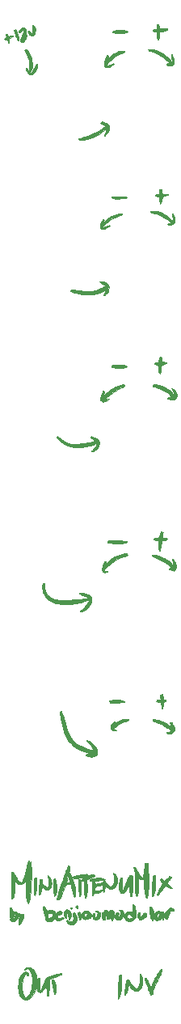
<source format=gbr>
%TF.GenerationSoftware,KiCad,Pcbnew,6.0.11+dfsg-1~bpo11+1*%
%TF.CreationDate,2023-10-10T15:32:55+08:00*%
%TF.ProjectId,MiniAttenuMix - v0.1 - Front,4d696e69-4174-4746-956e-754d6978202d,v0.1*%
%TF.SameCoordinates,Original*%
%TF.FileFunction,Legend,Top*%
%TF.FilePolarity,Positive*%
%FSLAX46Y46*%
G04 Gerber Fmt 4.6, Leading zero omitted, Abs format (unit mm)*
G04 Created by KiCad (PCBNEW 6.0.11+dfsg-1~bpo11+1) date 2023-10-10 15:32:55*
%MOMM*%
%LPD*%
G01*
G04 APERTURE LIST*
%ADD10C,0.010000*%
G04 APERTURE END LIST*
%TO.C,G\u002A\u002A\u002A*%
G36*
X127415064Y-70163576D02*
G01*
X127452137Y-70175451D01*
X127474748Y-70203310D01*
X127486036Y-70253919D01*
X127489139Y-70334045D01*
X127487575Y-70435059D01*
X127481947Y-70668596D01*
X127610498Y-70668596D01*
X127703129Y-70672450D01*
X127810193Y-70682423D01*
X127886002Y-70692865D01*
X127965566Y-70708078D01*
X128011020Y-70723204D01*
X128030438Y-70741678D01*
X128032954Y-70755348D01*
X128013809Y-70797304D01*
X127962456Y-70843817D01*
X127888015Y-70890284D01*
X127799609Y-70932102D01*
X127706358Y-70964666D01*
X127617384Y-70983373D01*
X127575756Y-70986096D01*
X127523741Y-70992634D01*
X127492528Y-71008479D01*
X127491774Y-71009578D01*
X127485688Y-71038030D01*
X127478583Y-71100779D01*
X127471172Y-71189823D01*
X127464167Y-71297161D01*
X127461123Y-71353536D01*
X127449434Y-71520734D01*
X127432907Y-71661618D01*
X127412286Y-71772641D01*
X127388313Y-71850252D01*
X127361731Y-71890905D01*
X127347498Y-71896263D01*
X127312717Y-71881811D01*
X127285627Y-71858448D01*
X127257352Y-71817621D01*
X127222902Y-71755081D01*
X127203948Y-71715573D01*
X127184079Y-71665697D01*
X127169907Y-71612370D01*
X127160151Y-71546336D01*
X127153529Y-71458335D01*
X127148760Y-71339108D01*
X127147917Y-71310754D01*
X127144197Y-71192496D01*
X127140172Y-71109815D01*
X127134674Y-71055959D01*
X127126538Y-71024181D01*
X127114599Y-71007732D01*
X127097689Y-70999862D01*
X127094024Y-70998834D01*
X127039804Y-70988548D01*
X127012457Y-70986385D01*
X126971932Y-70979208D01*
X126912921Y-70961335D01*
X126848011Y-70937609D01*
X126789789Y-70912871D01*
X126750842Y-70891964D01*
X126741788Y-70882269D01*
X126754564Y-70858284D01*
X126787224Y-70814667D01*
X126812658Y-70784164D01*
X126852306Y-70740734D01*
X126886199Y-70716127D01*
X126928508Y-70704893D01*
X126993402Y-70701584D01*
X127028237Y-70701263D01*
X127172946Y-70700346D01*
X127210909Y-70485970D01*
X127233613Y-70362437D01*
X127252770Y-70274717D01*
X127271162Y-70216762D01*
X127291569Y-70182529D01*
X127316770Y-70165970D01*
X127349546Y-70161040D01*
X127360389Y-70160920D01*
X127415064Y-70163576D01*
G37*
D10*
X127415064Y-70163576D02*
X127452137Y-70175451D01*
X127474748Y-70203310D01*
X127486036Y-70253919D01*
X127489139Y-70334045D01*
X127487575Y-70435059D01*
X127481947Y-70668596D01*
X127610498Y-70668596D01*
X127703129Y-70672450D01*
X127810193Y-70682423D01*
X127886002Y-70692865D01*
X127965566Y-70708078D01*
X128011020Y-70723204D01*
X128030438Y-70741678D01*
X128032954Y-70755348D01*
X128013809Y-70797304D01*
X127962456Y-70843817D01*
X127888015Y-70890284D01*
X127799609Y-70932102D01*
X127706358Y-70964666D01*
X127617384Y-70983373D01*
X127575756Y-70986096D01*
X127523741Y-70992634D01*
X127492528Y-71008479D01*
X127491774Y-71009578D01*
X127485688Y-71038030D01*
X127478583Y-71100779D01*
X127471172Y-71189823D01*
X127464167Y-71297161D01*
X127461123Y-71353536D01*
X127449434Y-71520734D01*
X127432907Y-71661618D01*
X127412286Y-71772641D01*
X127388313Y-71850252D01*
X127361731Y-71890905D01*
X127347498Y-71896263D01*
X127312717Y-71881811D01*
X127285627Y-71858448D01*
X127257352Y-71817621D01*
X127222902Y-71755081D01*
X127203948Y-71715573D01*
X127184079Y-71665697D01*
X127169907Y-71612370D01*
X127160151Y-71546336D01*
X127153529Y-71458335D01*
X127148760Y-71339108D01*
X127147917Y-71310754D01*
X127144197Y-71192496D01*
X127140172Y-71109815D01*
X127134674Y-71055959D01*
X127126538Y-71024181D01*
X127114599Y-71007732D01*
X127097689Y-70999862D01*
X127094024Y-70998834D01*
X127039804Y-70988548D01*
X127012457Y-70986385D01*
X126971932Y-70979208D01*
X126912921Y-70961335D01*
X126848011Y-70937609D01*
X126789789Y-70912871D01*
X126750842Y-70891964D01*
X126741788Y-70882269D01*
X126754564Y-70858284D01*
X126787224Y-70814667D01*
X126812658Y-70784164D01*
X126852306Y-70740734D01*
X126886199Y-70716127D01*
X126928508Y-70704893D01*
X126993402Y-70701584D01*
X127028237Y-70701263D01*
X127172946Y-70700346D01*
X127210909Y-70485970D01*
X127233613Y-70362437D01*
X127252770Y-70274717D01*
X127271162Y-70216762D01*
X127291569Y-70182529D01*
X127316770Y-70165970D01*
X127349546Y-70161040D01*
X127360389Y-70160920D01*
X127415064Y-70163576D01*
G36*
X114372453Y-124673589D02*
G01*
X114376608Y-124675028D01*
X114395091Y-124714788D01*
X114410673Y-124789544D01*
X114423088Y-124892042D01*
X114432067Y-125015027D01*
X114437342Y-125151244D01*
X114438645Y-125293438D01*
X114435708Y-125434354D01*
X114428264Y-125566738D01*
X114416044Y-125683334D01*
X114414302Y-125695531D01*
X114391183Y-125836343D01*
X114363826Y-125977504D01*
X114333883Y-126112731D01*
X114303005Y-126235745D01*
X114272844Y-126340263D01*
X114245051Y-126420003D01*
X114221277Y-126468686D01*
X114207803Y-126480941D01*
X114171540Y-126477334D01*
X114161501Y-126469264D01*
X114158432Y-126443292D01*
X114156310Y-126380729D01*
X114155069Y-126287304D01*
X114154644Y-126168749D01*
X114154970Y-126030792D01*
X114155981Y-125879164D01*
X114157611Y-125719596D01*
X114159797Y-125557816D01*
X114162471Y-125399556D01*
X114165569Y-125250545D01*
X114169025Y-125116513D01*
X114172775Y-125003191D01*
X114176752Y-124916308D01*
X114179703Y-124873531D01*
X114195832Y-124690715D01*
X114282446Y-124679098D01*
X114338031Y-124673516D01*
X114372453Y-124673589D01*
G37*
X114372453Y-124673589D02*
X114376608Y-124675028D01*
X114395091Y-124714788D01*
X114410673Y-124789544D01*
X114423088Y-124892042D01*
X114432067Y-125015027D01*
X114437342Y-125151244D01*
X114438645Y-125293438D01*
X114435708Y-125434354D01*
X114428264Y-125566738D01*
X114416044Y-125683334D01*
X114414302Y-125695531D01*
X114391183Y-125836343D01*
X114363826Y-125977504D01*
X114333883Y-126112731D01*
X114303005Y-126235745D01*
X114272844Y-126340263D01*
X114245051Y-126420003D01*
X114221277Y-126468686D01*
X114207803Y-126480941D01*
X114171540Y-126477334D01*
X114161501Y-126469264D01*
X114158432Y-126443292D01*
X114156310Y-126380729D01*
X114155069Y-126287304D01*
X114154644Y-126168749D01*
X114154970Y-126030792D01*
X114155981Y-125879164D01*
X114157611Y-125719596D01*
X114159797Y-125557816D01*
X114162471Y-125399556D01*
X114165569Y-125250545D01*
X114169025Y-125116513D01*
X114172775Y-125003191D01*
X114176752Y-124916308D01*
X114179703Y-124873531D01*
X114195832Y-124690715D01*
X114282446Y-124679098D01*
X114338031Y-124673516D01*
X114372453Y-124673589D01*
G36*
X112211643Y-35878547D02*
G01*
X112237456Y-35904728D01*
X112272915Y-35962452D01*
X112314112Y-36043158D01*
X112357139Y-36138284D01*
X112398089Y-36239269D01*
X112433055Y-36337552D01*
X112454875Y-36411489D01*
X112474924Y-36507718D01*
X112493025Y-36627328D01*
X112506536Y-36751371D01*
X112511040Y-36814368D01*
X112516021Y-36918193D01*
X112516970Y-36987367D01*
X112513217Y-37029440D01*
X112504090Y-37051960D01*
X112489009Y-37062444D01*
X112467153Y-37060692D01*
X112441496Y-37035321D01*
X112407725Y-36980786D01*
X112371283Y-36911069D01*
X112323926Y-36809287D01*
X112274007Y-36689913D01*
X112231052Y-36575928D01*
X112224593Y-36557160D01*
X112194708Y-36465471D01*
X112162424Y-36361239D01*
X112130231Y-36253158D01*
X112100618Y-36149925D01*
X112076077Y-36060234D01*
X112059096Y-35992780D01*
X112052167Y-35956260D01*
X112052121Y-35954861D01*
X112069892Y-35930871D01*
X112112137Y-35904587D01*
X112162253Y-35883952D01*
X112203637Y-35876909D01*
X112211643Y-35878547D01*
G37*
X112211643Y-35878547D02*
X112237456Y-35904728D01*
X112272915Y-35962452D01*
X112314112Y-36043158D01*
X112357139Y-36138284D01*
X112398089Y-36239269D01*
X112433055Y-36337552D01*
X112454875Y-36411489D01*
X112474924Y-36507718D01*
X112493025Y-36627328D01*
X112506536Y-36751371D01*
X112511040Y-36814368D01*
X112516021Y-36918193D01*
X112516970Y-36987367D01*
X112513217Y-37029440D01*
X112504090Y-37051960D01*
X112489009Y-37062444D01*
X112467153Y-37060692D01*
X112441496Y-37035321D01*
X112407725Y-36980786D01*
X112371283Y-36911069D01*
X112323926Y-36809287D01*
X112274007Y-36689913D01*
X112231052Y-36575928D01*
X112224593Y-36557160D01*
X112194708Y-36465471D01*
X112162424Y-36361239D01*
X112130231Y-36253158D01*
X112100618Y-36149925D01*
X112076077Y-36060234D01*
X112059096Y-35992780D01*
X112052167Y-35956260D01*
X112052121Y-35954861D01*
X112069892Y-35930871D01*
X112112137Y-35904587D01*
X112162253Y-35883952D01*
X112203637Y-35876909D01*
X112211643Y-35878547D01*
G36*
X112884070Y-36502569D02*
G01*
X112928136Y-36381039D01*
X112970067Y-36258434D01*
X113005814Y-36147059D01*
X113031331Y-36059223D01*
X113036235Y-36039930D01*
X113057403Y-35962145D01*
X113078483Y-35900976D01*
X113095462Y-35867777D01*
X113097804Y-35865629D01*
X113107459Y-35851737D01*
X113099871Y-35849952D01*
X113057581Y-35862896D01*
X112994627Y-35897300D01*
X112921547Y-35946022D01*
X112848884Y-36001915D01*
X112787177Y-36057836D01*
X112776211Y-36069332D01*
X112718325Y-36128053D01*
X112674247Y-36157860D01*
X112631822Y-36163277D01*
X112578893Y-36148827D01*
X112570751Y-36145781D01*
X112515126Y-36124632D01*
X112569876Y-36024072D01*
X112662839Y-35887949D01*
X112781156Y-35766820D01*
X112859092Y-35707588D01*
X112958988Y-35662320D01*
X113057883Y-35654241D01*
X113148163Y-35680655D01*
X113222212Y-35738867D01*
X113272416Y-35826184D01*
X113281555Y-35857093D01*
X113294112Y-35965605D01*
X113288740Y-36103174D01*
X113266608Y-36261074D01*
X113228888Y-36430581D01*
X113184643Y-36579680D01*
X113187144Y-36592360D01*
X113212555Y-36572781D01*
X113241909Y-36541604D01*
X113295700Y-36489758D01*
X113335707Y-36472692D01*
X113349445Y-36475077D01*
X113373498Y-36489044D01*
X113382658Y-36512332D01*
X113376165Y-36552992D01*
X113353257Y-36619074D01*
X113330399Y-36676534D01*
X113267290Y-36823182D01*
X113207877Y-36940669D01*
X113145640Y-37040917D01*
X113090485Y-37115391D01*
X113041137Y-37174952D01*
X113004086Y-37207852D01*
X112966893Y-37221783D01*
X112917116Y-37224440D01*
X112914170Y-37224415D01*
X112841666Y-37216177D01*
X112776647Y-37196915D01*
X112766496Y-37191989D01*
X112719690Y-37150470D01*
X112708600Y-37113462D01*
X112718223Y-37032708D01*
X112745647Y-36917187D01*
X112789953Y-36770098D01*
X112833548Y-36643180D01*
X113152788Y-36643180D01*
X113163371Y-36653763D01*
X113173954Y-36643180D01*
X113163371Y-36632596D01*
X113152788Y-36643180D01*
X112833548Y-36643180D01*
X112850221Y-36594642D01*
X112884070Y-36502569D01*
G37*
X112884070Y-36502569D02*
X112928136Y-36381039D01*
X112970067Y-36258434D01*
X113005814Y-36147059D01*
X113031331Y-36059223D01*
X113036235Y-36039930D01*
X113057403Y-35962145D01*
X113078483Y-35900976D01*
X113095462Y-35867777D01*
X113097804Y-35865629D01*
X113107459Y-35851737D01*
X113099871Y-35849952D01*
X113057581Y-35862896D01*
X112994627Y-35897300D01*
X112921547Y-35946022D01*
X112848884Y-36001915D01*
X112787177Y-36057836D01*
X112776211Y-36069332D01*
X112718325Y-36128053D01*
X112674247Y-36157860D01*
X112631822Y-36163277D01*
X112578893Y-36148827D01*
X112570751Y-36145781D01*
X112515126Y-36124632D01*
X112569876Y-36024072D01*
X112662839Y-35887949D01*
X112781156Y-35766820D01*
X112859092Y-35707588D01*
X112958988Y-35662320D01*
X113057883Y-35654241D01*
X113148163Y-35680655D01*
X113222212Y-35738867D01*
X113272416Y-35826184D01*
X113281555Y-35857093D01*
X113294112Y-35965605D01*
X113288740Y-36103174D01*
X113266608Y-36261074D01*
X113228888Y-36430581D01*
X113184643Y-36579680D01*
X113187144Y-36592360D01*
X113212555Y-36572781D01*
X113241909Y-36541604D01*
X113295700Y-36489758D01*
X113335707Y-36472692D01*
X113349445Y-36475077D01*
X113373498Y-36489044D01*
X113382658Y-36512332D01*
X113376165Y-36552992D01*
X113353257Y-36619074D01*
X113330399Y-36676534D01*
X113267290Y-36823182D01*
X113207877Y-36940669D01*
X113145640Y-37040917D01*
X113090485Y-37115391D01*
X113041137Y-37174952D01*
X113004086Y-37207852D01*
X112966893Y-37221783D01*
X112917116Y-37224440D01*
X112914170Y-37224415D01*
X112841666Y-37216177D01*
X112776647Y-37196915D01*
X112766496Y-37191989D01*
X112719690Y-37150470D01*
X112708600Y-37113462D01*
X112718223Y-37032708D01*
X112745647Y-36917187D01*
X112789953Y-36770098D01*
X112833548Y-36643180D01*
X113152788Y-36643180D01*
X113163371Y-36653763D01*
X113173954Y-36643180D01*
X113163371Y-36632596D01*
X113152788Y-36643180D01*
X112833548Y-36643180D01*
X112850221Y-36594642D01*
X112884070Y-36502569D01*
G36*
X126431100Y-37951338D02*
G01*
X126551683Y-37962371D01*
X126669166Y-37977668D01*
X126772377Y-37996317D01*
X126812531Y-38005915D01*
X127152941Y-38117925D01*
X127475188Y-38268154D01*
X127779069Y-38456485D01*
X128064379Y-38682801D01*
X128174924Y-38785554D01*
X128284538Y-38896942D01*
X128367432Y-38994312D01*
X128431286Y-39088315D01*
X128483783Y-39189601D01*
X128509365Y-39249230D01*
X128536655Y-39314547D01*
X128553134Y-39344970D01*
X128563465Y-39345013D01*
X128572310Y-39319186D01*
X128574156Y-39311930D01*
X128580917Y-39255110D01*
X128582730Y-39167189D01*
X128580236Y-39059031D01*
X128574080Y-38941499D01*
X128564904Y-38825454D01*
X128553350Y-38721760D01*
X128540062Y-38641279D01*
X128532766Y-38612483D01*
X128515231Y-38538830D01*
X128520599Y-38495682D01*
X128550821Y-38476758D01*
X128575691Y-38474420D01*
X128593192Y-38492619D01*
X128622143Y-38541922D01*
X128658683Y-38613965D01*
X128698953Y-38700385D01*
X128739091Y-38792818D01*
X128775238Y-38882899D01*
X128803531Y-38962267D01*
X128809141Y-38980169D01*
X128833208Y-39109052D01*
X128832844Y-39243396D01*
X128810080Y-39372381D01*
X128766949Y-39485183D01*
X128705483Y-39570983D01*
X128696638Y-39579247D01*
X128604495Y-39635571D01*
X128486806Y-39669235D01*
X128354635Y-39678838D01*
X128219043Y-39662979D01*
X128159954Y-39647194D01*
X128093391Y-39622181D01*
X128038897Y-39595380D01*
X128025329Y-39586420D01*
X128001180Y-39564306D01*
X127999877Y-39542148D01*
X128022488Y-39504878D01*
X128032072Y-39491335D01*
X128057494Y-39458018D01*
X128082120Y-39439616D01*
X128117788Y-39433042D01*
X128176341Y-39435206D01*
X128230196Y-39439658D01*
X128382204Y-39452745D01*
X128181121Y-39247587D01*
X127895479Y-38978263D01*
X127603039Y-38747891D01*
X127298042Y-38553103D01*
X126974727Y-38390529D01*
X126627333Y-38256801D01*
X126341601Y-38171842D01*
X126255557Y-38148288D01*
X126201232Y-38129269D01*
X126169281Y-38109034D01*
X126150357Y-38081835D01*
X126136374Y-38045586D01*
X126120592Y-37994246D01*
X126123265Y-37969114D01*
X126148197Y-37956677D01*
X126162476Y-37952926D01*
X126225325Y-37945705D01*
X126318590Y-37945479D01*
X126431100Y-37951338D01*
G37*
X126431100Y-37951338D02*
X126551683Y-37962371D01*
X126669166Y-37977668D01*
X126772377Y-37996317D01*
X126812531Y-38005915D01*
X127152941Y-38117925D01*
X127475188Y-38268154D01*
X127779069Y-38456485D01*
X128064379Y-38682801D01*
X128174924Y-38785554D01*
X128284538Y-38896942D01*
X128367432Y-38994312D01*
X128431286Y-39088315D01*
X128483783Y-39189601D01*
X128509365Y-39249230D01*
X128536655Y-39314547D01*
X128553134Y-39344970D01*
X128563465Y-39345013D01*
X128572310Y-39319186D01*
X128574156Y-39311930D01*
X128580917Y-39255110D01*
X128582730Y-39167189D01*
X128580236Y-39059031D01*
X128574080Y-38941499D01*
X128564904Y-38825454D01*
X128553350Y-38721760D01*
X128540062Y-38641279D01*
X128532766Y-38612483D01*
X128515231Y-38538830D01*
X128520599Y-38495682D01*
X128550821Y-38476758D01*
X128575691Y-38474420D01*
X128593192Y-38492619D01*
X128622143Y-38541922D01*
X128658683Y-38613965D01*
X128698953Y-38700385D01*
X128739091Y-38792818D01*
X128775238Y-38882899D01*
X128803531Y-38962267D01*
X128809141Y-38980169D01*
X128833208Y-39109052D01*
X128832844Y-39243396D01*
X128810080Y-39372381D01*
X128766949Y-39485183D01*
X128705483Y-39570983D01*
X128696638Y-39579247D01*
X128604495Y-39635571D01*
X128486806Y-39669235D01*
X128354635Y-39678838D01*
X128219043Y-39662979D01*
X128159954Y-39647194D01*
X128093391Y-39622181D01*
X128038897Y-39595380D01*
X128025329Y-39586420D01*
X128001180Y-39564306D01*
X127999877Y-39542148D01*
X128022488Y-39504878D01*
X128032072Y-39491335D01*
X128057494Y-39458018D01*
X128082120Y-39439616D01*
X128117788Y-39433042D01*
X128176341Y-39435206D01*
X128230196Y-39439658D01*
X128382204Y-39452745D01*
X128181121Y-39247587D01*
X127895479Y-38978263D01*
X127603039Y-38747891D01*
X127298042Y-38553103D01*
X126974727Y-38390529D01*
X126627333Y-38256801D01*
X126341601Y-38171842D01*
X126255557Y-38148288D01*
X126201232Y-38129269D01*
X126169281Y-38109034D01*
X126150357Y-38081835D01*
X126136374Y-38045586D01*
X126120592Y-37994246D01*
X126123265Y-37969114D01*
X126148197Y-37956677D01*
X126162476Y-37952926D01*
X126225325Y-37945705D01*
X126318590Y-37945479D01*
X126431100Y-37951338D01*
G36*
X118350991Y-128295134D02*
G01*
X118380206Y-128315340D01*
X118381507Y-128316513D01*
X118419613Y-128364094D01*
X118464866Y-128439857D01*
X118511339Y-128531720D01*
X118553104Y-128627601D01*
X118584234Y-128715418D01*
X118592711Y-128746991D01*
X118612978Y-128903289D01*
X118603510Y-129058016D01*
X118566717Y-129202848D01*
X118505006Y-129329466D01*
X118420788Y-129429548D01*
X118387440Y-129456062D01*
X118319629Y-129499682D01*
X118253191Y-129535630D01*
X118226100Y-129547361D01*
X118133573Y-129567263D01*
X118023513Y-129570583D01*
X117917254Y-129557523D01*
X117869669Y-129543991D01*
X117775716Y-129501805D01*
X117704935Y-129448395D01*
X117644405Y-129372277D01*
X117607857Y-129311333D01*
X117571427Y-129243413D01*
X117545116Y-129189061D01*
X117534324Y-129159477D01*
X117534288Y-129158751D01*
X117551522Y-129135983D01*
X117592338Y-129111275D01*
X117635773Y-129095973D01*
X117659937Y-129105134D01*
X117671713Y-129122508D01*
X117701537Y-129164642D01*
X117741886Y-129211246D01*
X117770120Y-129236929D01*
X117801216Y-129251456D01*
X117846729Y-129257159D01*
X117918214Y-129256374D01*
X117957228Y-129254740D01*
X118070197Y-129243397D01*
X118149429Y-129217583D01*
X118202604Y-129171585D01*
X118237404Y-129099689D01*
X118254368Y-129033688D01*
X118263654Y-128975774D01*
X118265972Y-128915926D01*
X118260723Y-128843327D01*
X118247307Y-128747157D01*
X118234114Y-128667987D01*
X118217106Y-128566690D01*
X118203195Y-128478586D01*
X118193829Y-128413216D01*
X118190454Y-128380316D01*
X118208852Y-128349478D01*
X118255782Y-128318631D01*
X118266803Y-128313702D01*
X118319044Y-128294731D01*
X118350991Y-128295134D01*
G37*
X118350991Y-128295134D02*
X118380206Y-128315340D01*
X118381507Y-128316513D01*
X118419613Y-128364094D01*
X118464866Y-128439857D01*
X118511339Y-128531720D01*
X118553104Y-128627601D01*
X118584234Y-128715418D01*
X118592711Y-128746991D01*
X118612978Y-128903289D01*
X118603510Y-129058016D01*
X118566717Y-129202848D01*
X118505006Y-129329466D01*
X118420788Y-129429548D01*
X118387440Y-129456062D01*
X118319629Y-129499682D01*
X118253191Y-129535630D01*
X118226100Y-129547361D01*
X118133573Y-129567263D01*
X118023513Y-129570583D01*
X117917254Y-129557523D01*
X117869669Y-129543991D01*
X117775716Y-129501805D01*
X117704935Y-129448395D01*
X117644405Y-129372277D01*
X117607857Y-129311333D01*
X117571427Y-129243413D01*
X117545116Y-129189061D01*
X117534324Y-129159477D01*
X117534288Y-129158751D01*
X117551522Y-129135983D01*
X117592338Y-129111275D01*
X117635773Y-129095973D01*
X117659937Y-129105134D01*
X117671713Y-129122508D01*
X117701537Y-129164642D01*
X117741886Y-129211246D01*
X117770120Y-129236929D01*
X117801216Y-129251456D01*
X117846729Y-129257159D01*
X117918214Y-129256374D01*
X117957228Y-129254740D01*
X118070197Y-129243397D01*
X118149429Y-129217583D01*
X118202604Y-129171585D01*
X118237404Y-129099689D01*
X118254368Y-129033688D01*
X118263654Y-128975774D01*
X118265972Y-128915926D01*
X118260723Y-128843327D01*
X118247307Y-128747157D01*
X118234114Y-128667987D01*
X118217106Y-128566690D01*
X118203195Y-128478586D01*
X118193829Y-128413216D01*
X118190454Y-128380316D01*
X118208852Y-128349478D01*
X118255782Y-128318631D01*
X118266803Y-128313702D01*
X118319044Y-128294731D01*
X118350991Y-128295134D01*
G36*
X120231921Y-125731104D02*
G01*
X120235484Y-125582249D01*
X120239448Y-125441556D01*
X120243682Y-125315332D01*
X120248060Y-125209888D01*
X120252450Y-125131531D01*
X120256724Y-125086571D01*
X120257409Y-125082805D01*
X120269723Y-125024596D01*
X120015384Y-125024596D01*
X119981336Y-124939501D01*
X119960528Y-124885753D01*
X119948485Y-124851271D01*
X119947288Y-124846098D01*
X119966712Y-124836680D01*
X120019484Y-124821258D01*
X120097348Y-124801674D01*
X120192053Y-124779765D01*
X120295343Y-124757372D01*
X120398966Y-124736334D01*
X120494668Y-124718491D01*
X120574194Y-124705683D01*
X120582221Y-124704577D01*
X120697774Y-124693841D01*
X120830904Y-124689160D01*
X120971244Y-124690116D01*
X121108427Y-124696289D01*
X121232088Y-124707260D01*
X121331862Y-124722612D01*
X121385570Y-124737037D01*
X121464520Y-124772619D01*
X121523615Y-124811863D01*
X121553847Y-124848345D01*
X121555954Y-124858543D01*
X121537579Y-124871212D01*
X121493838Y-124876430D01*
X121442182Y-124880786D01*
X121365528Y-124892230D01*
X121280124Y-124908322D01*
X121276953Y-124908986D01*
X121203825Y-124922476D01*
X121104951Y-124938138D01*
X120990558Y-124954636D01*
X120870875Y-124970635D01*
X120756131Y-124984796D01*
X120656554Y-124995784D01*
X120582373Y-125002263D01*
X120554153Y-125003430D01*
X120534860Y-125006913D01*
X120524679Y-125023080D01*
X120522355Y-125060510D01*
X120526632Y-125127778D01*
X120530139Y-125167471D01*
X120537677Y-125245426D01*
X120544214Y-125304675D01*
X120548567Y-125334692D01*
X120549134Y-125336355D01*
X120569927Y-125333313D01*
X120623721Y-125321493D01*
X120702537Y-125302741D01*
X120798397Y-125278899D01*
X120805852Y-125277008D01*
X120937064Y-125247154D01*
X121063843Y-125224533D01*
X121171556Y-125211589D01*
X121209566Y-125209580D01*
X121360595Y-125206340D01*
X121373048Y-125101188D01*
X121387505Y-125025111D01*
X121413804Y-124982404D01*
X121460342Y-124964244D01*
X121506065Y-124961420D01*
X121559137Y-124970565D01*
X121587933Y-125003676D01*
X121598024Y-125068294D01*
X121598288Y-125086250D01*
X121614908Y-125132009D01*
X121660113Y-125194650D01*
X121726916Y-125268101D01*
X121808328Y-125346291D01*
X121897365Y-125423149D01*
X121987038Y-125492605D01*
X122070362Y-125548586D01*
X122140349Y-125585021D01*
X122185024Y-125596096D01*
X122225727Y-125584665D01*
X122281304Y-125556046D01*
X122300684Y-125543621D01*
X122378227Y-125467154D01*
X122443031Y-125353852D01*
X122493915Y-125207602D01*
X122529697Y-125032295D01*
X122549196Y-124831820D01*
X122552539Y-124714456D01*
X122549389Y-124571789D01*
X122536545Y-124461247D01*
X122511885Y-124373306D01*
X122473286Y-124298439D01*
X122453469Y-124270022D01*
X122423142Y-124224547D01*
X122418487Y-124197514D01*
X122434497Y-124177825D01*
X122471966Y-124172408D01*
X122524337Y-124201637D01*
X122587708Y-124262229D01*
X122658177Y-124350901D01*
X122683263Y-124387165D01*
X122782971Y-124572672D01*
X122843139Y-124769306D01*
X122863384Y-124972112D01*
X122843326Y-125176132D01*
X122782584Y-125376411D01*
X122762851Y-125421353D01*
X122697304Y-125547233D01*
X122629408Y-125642369D01*
X122549786Y-125717764D01*
X122457685Y-125779403D01*
X122386986Y-125819145D01*
X122333904Y-125840763D01*
X122280525Y-125848387D01*
X122208935Y-125846147D01*
X122177846Y-125843916D01*
X122046790Y-125824209D01*
X121933388Y-125782728D01*
X121824974Y-125713506D01*
X121734118Y-125634900D01*
X121679134Y-125586246D01*
X121636474Y-125554732D01*
X121614413Y-125546369D01*
X121613500Y-125547279D01*
X121605830Y-125576074D01*
X121596063Y-125633346D01*
X121588243Y-125691346D01*
X121573648Y-125776742D01*
X121549912Y-125880099D01*
X121522088Y-125979496D01*
X121521179Y-125982388D01*
X121492422Y-126067063D01*
X121469058Y-126117739D01*
X121446972Y-126141668D01*
X121428033Y-126146430D01*
X121401000Y-126139097D01*
X121388980Y-126109810D01*
X121386621Y-126060746D01*
X121386621Y-125975062D01*
X121290701Y-126041057D01*
X121133986Y-126131738D01*
X120966632Y-126198256D01*
X120798537Y-126238001D01*
X120639594Y-126248367D01*
X120544215Y-126237789D01*
X120481009Y-126226694D01*
X120447443Y-126227422D01*
X120431881Y-126242411D01*
X120425478Y-126262651D01*
X120404451Y-126320248D01*
X120371389Y-126384976D01*
X120333536Y-126445266D01*
X120298140Y-126489547D01*
X120272897Y-126506263D01*
X120239866Y-126489058D01*
X120229016Y-126471667D01*
X120226167Y-126442329D01*
X120224621Y-126376991D01*
X120224249Y-126281961D01*
X120224922Y-126163549D01*
X120226511Y-126028063D01*
X120226963Y-126000184D01*
X120501436Y-126000184D01*
X120514330Y-126014256D01*
X120554408Y-126018995D01*
X120596249Y-126019430D01*
X120667974Y-126016765D01*
X120763031Y-126009718D01*
X120862817Y-125999713D01*
X120879176Y-125997789D01*
X120988652Y-125980831D01*
X121106462Y-125956764D01*
X121207932Y-125930656D01*
X121211996Y-125929430D01*
X121275363Y-125910617D01*
X121319376Y-125894344D01*
X121346996Y-125873244D01*
X121361184Y-125839948D01*
X121364902Y-125787089D01*
X121361112Y-125707299D01*
X121352774Y-125593211D01*
X121351924Y-125581318D01*
X121338394Y-125390703D01*
X121219632Y-125427621D01*
X121152240Y-125445708D01*
X121055795Y-125467889D01*
X120943017Y-125491391D01*
X120826627Y-125513441D01*
X120823228Y-125514048D01*
X120545586Y-125563557D01*
X120532782Y-125743868D01*
X120525281Y-125832925D01*
X120516646Y-125910457D01*
X120508432Y-125963059D01*
X120506331Y-125971805D01*
X120501436Y-126000184D01*
X120226963Y-126000184D01*
X120228887Y-125881812D01*
X120231921Y-125731104D01*
G37*
X120231921Y-125731104D02*
X120235484Y-125582249D01*
X120239448Y-125441556D01*
X120243682Y-125315332D01*
X120248060Y-125209888D01*
X120252450Y-125131531D01*
X120256724Y-125086571D01*
X120257409Y-125082805D01*
X120269723Y-125024596D01*
X120015384Y-125024596D01*
X119981336Y-124939501D01*
X119960528Y-124885753D01*
X119948485Y-124851271D01*
X119947288Y-124846098D01*
X119966712Y-124836680D01*
X120019484Y-124821258D01*
X120097348Y-124801674D01*
X120192053Y-124779765D01*
X120295343Y-124757372D01*
X120398966Y-124736334D01*
X120494668Y-124718491D01*
X120574194Y-124705683D01*
X120582221Y-124704577D01*
X120697774Y-124693841D01*
X120830904Y-124689160D01*
X120971244Y-124690116D01*
X121108427Y-124696289D01*
X121232088Y-124707260D01*
X121331862Y-124722612D01*
X121385570Y-124737037D01*
X121464520Y-124772619D01*
X121523615Y-124811863D01*
X121553847Y-124848345D01*
X121555954Y-124858543D01*
X121537579Y-124871212D01*
X121493838Y-124876430D01*
X121442182Y-124880786D01*
X121365528Y-124892230D01*
X121280124Y-124908322D01*
X121276953Y-124908986D01*
X121203825Y-124922476D01*
X121104951Y-124938138D01*
X120990558Y-124954636D01*
X120870875Y-124970635D01*
X120756131Y-124984796D01*
X120656554Y-124995784D01*
X120582373Y-125002263D01*
X120554153Y-125003430D01*
X120534860Y-125006913D01*
X120524679Y-125023080D01*
X120522355Y-125060510D01*
X120526632Y-125127778D01*
X120530139Y-125167471D01*
X120537677Y-125245426D01*
X120544214Y-125304675D01*
X120548567Y-125334692D01*
X120549134Y-125336355D01*
X120569927Y-125333313D01*
X120623721Y-125321493D01*
X120702537Y-125302741D01*
X120798397Y-125278899D01*
X120805852Y-125277008D01*
X120937064Y-125247154D01*
X121063843Y-125224533D01*
X121171556Y-125211589D01*
X121209566Y-125209580D01*
X121360595Y-125206340D01*
X121373048Y-125101188D01*
X121387505Y-125025111D01*
X121413804Y-124982404D01*
X121460342Y-124964244D01*
X121506065Y-124961420D01*
X121559137Y-124970565D01*
X121587933Y-125003676D01*
X121598024Y-125068294D01*
X121598288Y-125086250D01*
X121614908Y-125132009D01*
X121660113Y-125194650D01*
X121726916Y-125268101D01*
X121808328Y-125346291D01*
X121897365Y-125423149D01*
X121987038Y-125492605D01*
X122070362Y-125548586D01*
X122140349Y-125585021D01*
X122185024Y-125596096D01*
X122225727Y-125584665D01*
X122281304Y-125556046D01*
X122300684Y-125543621D01*
X122378227Y-125467154D01*
X122443031Y-125353852D01*
X122493915Y-125207602D01*
X122529697Y-125032295D01*
X122549196Y-124831820D01*
X122552539Y-124714456D01*
X122549389Y-124571789D01*
X122536545Y-124461247D01*
X122511885Y-124373306D01*
X122473286Y-124298439D01*
X122453469Y-124270022D01*
X122423142Y-124224547D01*
X122418487Y-124197514D01*
X122434497Y-124177825D01*
X122471966Y-124172408D01*
X122524337Y-124201637D01*
X122587708Y-124262229D01*
X122658177Y-124350901D01*
X122683263Y-124387165D01*
X122782971Y-124572672D01*
X122843139Y-124769306D01*
X122863384Y-124972112D01*
X122843326Y-125176132D01*
X122782584Y-125376411D01*
X122762851Y-125421353D01*
X122697304Y-125547233D01*
X122629408Y-125642369D01*
X122549786Y-125717764D01*
X122457685Y-125779403D01*
X122386986Y-125819145D01*
X122333904Y-125840763D01*
X122280525Y-125848387D01*
X122208935Y-125846147D01*
X122177846Y-125843916D01*
X122046790Y-125824209D01*
X121933388Y-125782728D01*
X121824974Y-125713506D01*
X121734118Y-125634900D01*
X121679134Y-125586246D01*
X121636474Y-125554732D01*
X121614413Y-125546369D01*
X121613500Y-125547279D01*
X121605830Y-125576074D01*
X121596063Y-125633346D01*
X121588243Y-125691346D01*
X121573648Y-125776742D01*
X121549912Y-125880099D01*
X121522088Y-125979496D01*
X121521179Y-125982388D01*
X121492422Y-126067063D01*
X121469058Y-126117739D01*
X121446972Y-126141668D01*
X121428033Y-126146430D01*
X121401000Y-126139097D01*
X121388980Y-126109810D01*
X121386621Y-126060746D01*
X121386621Y-125975062D01*
X121290701Y-126041057D01*
X121133986Y-126131738D01*
X120966632Y-126198256D01*
X120798537Y-126238001D01*
X120639594Y-126248367D01*
X120544215Y-126237789D01*
X120481009Y-126226694D01*
X120447443Y-126227422D01*
X120431881Y-126242411D01*
X120425478Y-126262651D01*
X120404451Y-126320248D01*
X120371389Y-126384976D01*
X120333536Y-126445266D01*
X120298140Y-126489547D01*
X120272897Y-126506263D01*
X120239866Y-126489058D01*
X120229016Y-126471667D01*
X120226167Y-126442329D01*
X120224621Y-126376991D01*
X120224249Y-126281961D01*
X120224922Y-126163549D01*
X120226511Y-126028063D01*
X120226963Y-126000184D01*
X120501436Y-126000184D01*
X120514330Y-126014256D01*
X120554408Y-126018995D01*
X120596249Y-126019430D01*
X120667974Y-126016765D01*
X120763031Y-126009718D01*
X120862817Y-125999713D01*
X120879176Y-125997789D01*
X120988652Y-125980831D01*
X121106462Y-125956764D01*
X121207932Y-125930656D01*
X121211996Y-125929430D01*
X121275363Y-125910617D01*
X121319376Y-125894344D01*
X121346996Y-125873244D01*
X121361184Y-125839948D01*
X121364902Y-125787089D01*
X121361112Y-125707299D01*
X121352774Y-125593211D01*
X121351924Y-125581318D01*
X121338394Y-125390703D01*
X121219632Y-125427621D01*
X121152240Y-125445708D01*
X121055795Y-125467889D01*
X120943017Y-125491391D01*
X120826627Y-125513441D01*
X120823228Y-125514048D01*
X120545586Y-125563557D01*
X120532782Y-125743868D01*
X120525281Y-125832925D01*
X120516646Y-125910457D01*
X120508432Y-125963059D01*
X120506331Y-125971805D01*
X120501436Y-126000184D01*
X120226963Y-126000184D01*
X120228887Y-125881812D01*
X120231921Y-125731104D01*
G36*
X126591925Y-54869995D02*
G01*
X126702196Y-54874919D01*
X126810826Y-54882151D01*
X126909058Y-54891354D01*
X126988136Y-54902191D01*
X127013949Y-54907242D01*
X127344939Y-55003090D01*
X127665433Y-55139910D01*
X127975212Y-55317606D01*
X128008678Y-55339680D01*
X128136307Y-55431820D01*
X128264517Y-55536548D01*
X128384383Y-55645670D01*
X128486980Y-55750991D01*
X128563382Y-55844318D01*
X128572262Y-55857116D01*
X128611057Y-55912825D01*
X128633557Y-55937009D01*
X128646163Y-55933877D01*
X128654360Y-55911105D01*
X128662933Y-55851921D01*
X128667386Y-55762202D01*
X128668015Y-55653520D01*
X128665116Y-55537442D01*
X128658983Y-55425539D01*
X128649912Y-55329379D01*
X128638199Y-55260531D01*
X128637699Y-55258584D01*
X128621029Y-55174862D01*
X128624339Y-55127885D01*
X128628541Y-55121680D01*
X128646088Y-55114167D01*
X128667132Y-55127937D01*
X128694388Y-55167173D01*
X128730571Y-55236058D01*
X128778395Y-55338776D01*
X128798258Y-55383205D01*
X128839846Y-55479702D01*
X128866362Y-55552299D01*
X128881167Y-55615204D01*
X128887621Y-55682627D01*
X128889083Y-55767263D01*
X128886717Y-55868254D01*
X128877304Y-55943760D01*
X128857775Y-56010439D01*
X128834095Y-56065860D01*
X128759047Y-56185056D01*
X128660750Y-56269103D01*
X128551538Y-56315400D01*
X128475111Y-56332243D01*
X128408451Y-56334430D01*
X128329979Y-56321974D01*
X128301565Y-56315538D01*
X128217766Y-56292414D01*
X128170529Y-56268855D01*
X128154292Y-56240221D01*
X128163493Y-56201873D01*
X128163989Y-56200776D01*
X128182871Y-56170242D01*
X128212030Y-56154192D01*
X128264054Y-56147849D01*
X128306227Y-56146775D01*
X128386850Y-56144689D01*
X128439783Y-56138281D01*
X128464238Y-56123774D01*
X128459429Y-56097388D01*
X128424570Y-56055346D01*
X128358873Y-55993869D01*
X128261551Y-55909180D01*
X128255700Y-55904147D01*
X128085079Y-55762145D01*
X127929982Y-55644315D01*
X127778566Y-55542533D01*
X127618985Y-55448675D01*
X127497139Y-55383884D01*
X127343221Y-55312391D01*
X127161567Y-55240155D01*
X126966399Y-55172031D01*
X126771944Y-55112871D01*
X126592427Y-55067528D01*
X126535356Y-55055743D01*
X126443838Y-55037385D01*
X126385215Y-55022104D01*
X126350662Y-55005813D01*
X126331352Y-54984421D01*
X126319045Y-54955525D01*
X126307307Y-54908157D01*
X126309212Y-54880524D01*
X126309577Y-54880122D01*
X126338840Y-54872442D01*
X126401490Y-54868420D01*
X126488771Y-54867716D01*
X126591925Y-54869995D01*
G37*
X126591925Y-54869995D02*
X126702196Y-54874919D01*
X126810826Y-54882151D01*
X126909058Y-54891354D01*
X126988136Y-54902191D01*
X127013949Y-54907242D01*
X127344939Y-55003090D01*
X127665433Y-55139910D01*
X127975212Y-55317606D01*
X128008678Y-55339680D01*
X128136307Y-55431820D01*
X128264517Y-55536548D01*
X128384383Y-55645670D01*
X128486980Y-55750991D01*
X128563382Y-55844318D01*
X128572262Y-55857116D01*
X128611057Y-55912825D01*
X128633557Y-55937009D01*
X128646163Y-55933877D01*
X128654360Y-55911105D01*
X128662933Y-55851921D01*
X128667386Y-55762202D01*
X128668015Y-55653520D01*
X128665116Y-55537442D01*
X128658983Y-55425539D01*
X128649912Y-55329379D01*
X128638199Y-55260531D01*
X128637699Y-55258584D01*
X128621029Y-55174862D01*
X128624339Y-55127885D01*
X128628541Y-55121680D01*
X128646088Y-55114167D01*
X128667132Y-55127937D01*
X128694388Y-55167173D01*
X128730571Y-55236058D01*
X128778395Y-55338776D01*
X128798258Y-55383205D01*
X128839846Y-55479702D01*
X128866362Y-55552299D01*
X128881167Y-55615204D01*
X128887621Y-55682627D01*
X128889083Y-55767263D01*
X128886717Y-55868254D01*
X128877304Y-55943760D01*
X128857775Y-56010439D01*
X128834095Y-56065860D01*
X128759047Y-56185056D01*
X128660750Y-56269103D01*
X128551538Y-56315400D01*
X128475111Y-56332243D01*
X128408451Y-56334430D01*
X128329979Y-56321974D01*
X128301565Y-56315538D01*
X128217766Y-56292414D01*
X128170529Y-56268855D01*
X128154292Y-56240221D01*
X128163493Y-56201873D01*
X128163989Y-56200776D01*
X128182871Y-56170242D01*
X128212030Y-56154192D01*
X128264054Y-56147849D01*
X128306227Y-56146775D01*
X128386850Y-56144689D01*
X128439783Y-56138281D01*
X128464238Y-56123774D01*
X128459429Y-56097388D01*
X128424570Y-56055346D01*
X128358873Y-55993869D01*
X128261551Y-55909180D01*
X128255700Y-55904147D01*
X128085079Y-55762145D01*
X127929982Y-55644315D01*
X127778566Y-55542533D01*
X127618985Y-55448675D01*
X127497139Y-55383884D01*
X127343221Y-55312391D01*
X127161567Y-55240155D01*
X126966399Y-55172031D01*
X126771944Y-55112871D01*
X126592427Y-55067528D01*
X126535356Y-55055743D01*
X126443838Y-55037385D01*
X126385215Y-55022104D01*
X126350662Y-55005813D01*
X126331352Y-54984421D01*
X126319045Y-54955525D01*
X126307307Y-54908157D01*
X126309212Y-54880524D01*
X126309577Y-54880122D01*
X126338840Y-54872442D01*
X126401490Y-54868420D01*
X126488771Y-54867716D01*
X126591925Y-54869995D01*
G36*
X114045829Y-35420064D02*
G01*
X114100255Y-35456365D01*
X114155495Y-35510925D01*
X114204479Y-35577781D01*
X114240136Y-35650969D01*
X114242531Y-35657906D01*
X114272128Y-35798273D01*
X114278195Y-35957752D01*
X114261925Y-36121087D01*
X114224509Y-36273026D01*
X114187461Y-36362317D01*
X114125928Y-36441601D01*
X114041242Y-36495922D01*
X113944554Y-36521888D01*
X113847020Y-36516104D01*
X113777204Y-36487166D01*
X113717948Y-36443581D01*
X113668413Y-36397287D01*
X113637817Y-36358572D01*
X113597127Y-36301234D01*
X113553188Y-36235742D01*
X113512848Y-36172566D01*
X113482951Y-36122175D01*
X113470346Y-36095040D01*
X113470288Y-36094293D01*
X113487345Y-36078894D01*
X113530444Y-36052919D01*
X113555140Y-36039835D01*
X113639992Y-35996546D01*
X113707988Y-36076446D01*
X113792363Y-36170530D01*
X113867497Y-36244564D01*
X113928369Y-36294049D01*
X113969959Y-36314485D01*
X113973887Y-36314772D01*
X113995738Y-36309707D01*
X113983990Y-36297902D01*
X113970325Y-36276474D01*
X113968681Y-36231543D01*
X113978575Y-36155351D01*
X113987230Y-36082456D01*
X113993552Y-35989200D01*
X113997561Y-35883711D01*
X113999273Y-35774119D01*
X113998707Y-35668553D01*
X113995880Y-35575143D01*
X113990810Y-35502016D01*
X113983513Y-35457303D01*
X113977038Y-35447263D01*
X113964397Y-35434295D01*
X113967704Y-35426096D01*
X113999289Y-35407986D01*
X114045829Y-35420064D01*
G37*
X114045829Y-35420064D02*
X114100255Y-35456365D01*
X114155495Y-35510925D01*
X114204479Y-35577781D01*
X114240136Y-35650969D01*
X114242531Y-35657906D01*
X114272128Y-35798273D01*
X114278195Y-35957752D01*
X114261925Y-36121087D01*
X114224509Y-36273026D01*
X114187461Y-36362317D01*
X114125928Y-36441601D01*
X114041242Y-36495922D01*
X113944554Y-36521888D01*
X113847020Y-36516104D01*
X113777204Y-36487166D01*
X113717948Y-36443581D01*
X113668413Y-36397287D01*
X113637817Y-36358572D01*
X113597127Y-36301234D01*
X113553188Y-36235742D01*
X113512848Y-36172566D01*
X113482951Y-36122175D01*
X113470346Y-36095040D01*
X113470288Y-36094293D01*
X113487345Y-36078894D01*
X113530444Y-36052919D01*
X113555140Y-36039835D01*
X113639992Y-35996546D01*
X113707988Y-36076446D01*
X113792363Y-36170530D01*
X113867497Y-36244564D01*
X113928369Y-36294049D01*
X113969959Y-36314485D01*
X113973887Y-36314772D01*
X113995738Y-36309707D01*
X113983990Y-36297902D01*
X113970325Y-36276474D01*
X113968681Y-36231543D01*
X113978575Y-36155351D01*
X113987230Y-36082456D01*
X113993552Y-35989200D01*
X113997561Y-35883711D01*
X113999273Y-35774119D01*
X113998707Y-35668553D01*
X113995880Y-35575143D01*
X113990810Y-35502016D01*
X113983513Y-35457303D01*
X113977038Y-35447263D01*
X113964397Y-35434295D01*
X113967704Y-35426096D01*
X113999289Y-35407986D01*
X114045829Y-35420064D01*
G36*
X120193468Y-78466712D02*
G01*
X120262948Y-78490358D01*
X120351346Y-78524817D01*
X120449184Y-78566040D01*
X120546984Y-78609976D01*
X120635269Y-78652575D01*
X120704561Y-78689787D01*
X120726205Y-78703154D01*
X120842991Y-78803423D01*
X120924593Y-78924562D01*
X120970323Y-79062903D01*
X120979495Y-79214780D01*
X120951422Y-79376528D01*
X120885418Y-79544478D01*
X120884211Y-79546877D01*
X120812689Y-79657146D01*
X120713208Y-79768410D01*
X120598147Y-79868826D01*
X120479887Y-79946545D01*
X120451503Y-79960932D01*
X120360777Y-79997784D01*
X120281148Y-80018978D01*
X120220163Y-80023542D01*
X120185366Y-80010504D01*
X120180121Y-79995910D01*
X120197420Y-79967046D01*
X120232662Y-79943619D01*
X120285198Y-79904825D01*
X120349172Y-79834971D01*
X120419720Y-79742065D01*
X120491982Y-79634116D01*
X120561095Y-79519132D01*
X120622198Y-79405123D01*
X120670428Y-79300098D01*
X120700924Y-79212064D01*
X120709288Y-79158489D01*
X120701497Y-79102738D01*
X120675506Y-79048087D01*
X120627385Y-78990673D01*
X120553206Y-78926632D01*
X120449039Y-78852102D01*
X120310957Y-78763220D01*
X120300905Y-78756973D01*
X120209741Y-78699476D01*
X120131763Y-78648540D01*
X120074012Y-78608895D01*
X120043525Y-78585269D01*
X120040908Y-78582294D01*
X120044831Y-78553913D01*
X120071567Y-78514921D01*
X120109083Y-78478744D01*
X120145345Y-78458807D01*
X120152384Y-78457930D01*
X120193468Y-78466712D01*
G37*
X120193468Y-78466712D02*
X120262948Y-78490358D01*
X120351346Y-78524817D01*
X120449184Y-78566040D01*
X120546984Y-78609976D01*
X120635269Y-78652575D01*
X120704561Y-78689787D01*
X120726205Y-78703154D01*
X120842991Y-78803423D01*
X120924593Y-78924562D01*
X120970323Y-79062903D01*
X120979495Y-79214780D01*
X120951422Y-79376528D01*
X120885418Y-79544478D01*
X120884211Y-79546877D01*
X120812689Y-79657146D01*
X120713208Y-79768410D01*
X120598147Y-79868826D01*
X120479887Y-79946545D01*
X120451503Y-79960932D01*
X120360777Y-79997784D01*
X120281148Y-80018978D01*
X120220163Y-80023542D01*
X120185366Y-80010504D01*
X120180121Y-79995910D01*
X120197420Y-79967046D01*
X120232662Y-79943619D01*
X120285198Y-79904825D01*
X120349172Y-79834971D01*
X120419720Y-79742065D01*
X120491982Y-79634116D01*
X120561095Y-79519132D01*
X120622198Y-79405123D01*
X120670428Y-79300098D01*
X120700924Y-79212064D01*
X120709288Y-79158489D01*
X120701497Y-79102738D01*
X120675506Y-79048087D01*
X120627385Y-78990673D01*
X120553206Y-78926632D01*
X120449039Y-78852102D01*
X120310957Y-78763220D01*
X120300905Y-78756973D01*
X120209741Y-78699476D01*
X120131763Y-78648540D01*
X120074012Y-78608895D01*
X120043525Y-78585269D01*
X120040908Y-78582294D01*
X120044831Y-78553913D01*
X120071567Y-78514921D01*
X120109083Y-78478744D01*
X120145345Y-78458807D01*
X120152384Y-78457930D01*
X120193468Y-78466712D01*
G36*
X117729776Y-128009349D02*
G01*
X117820532Y-128061972D01*
X117881311Y-128129138D01*
X117957812Y-128280104D01*
X117996145Y-128444512D01*
X117996507Y-128624314D01*
X117959090Y-128821463D01*
X117952419Y-128845180D01*
X117926589Y-128929467D01*
X117905875Y-128980987D01*
X117885407Y-129008112D01*
X117860316Y-129019214D01*
X117850294Y-129020776D01*
X117804328Y-129020168D01*
X117782204Y-129011957D01*
X117771519Y-128981883D01*
X117767170Y-128931610D01*
X117762699Y-128887674D01*
X117750563Y-128816857D01*
X117732739Y-128727681D01*
X117711206Y-128628666D01*
X117687940Y-128528336D01*
X117664920Y-128435210D01*
X117644123Y-128357811D01*
X117627528Y-128304660D01*
X117617111Y-128284279D01*
X117616928Y-128284263D01*
X117597565Y-128304805D01*
X117582507Y-128364277D01*
X117572248Y-128459449D01*
X117567278Y-128587089D01*
X117566991Y-128612346D01*
X117564098Y-128706648D01*
X117557657Y-128787946D01*
X117548761Y-128844956D01*
X117542712Y-128862792D01*
X117523757Y-128886808D01*
X117497755Y-128889426D01*
X117449403Y-128872028D01*
X117447807Y-128871362D01*
X117390767Y-128842860D01*
X117351531Y-128807463D01*
X117322721Y-128754564D01*
X117296957Y-128673555D01*
X117288903Y-128642903D01*
X117264582Y-128486230D01*
X117272110Y-128338943D01*
X117309887Y-128207600D01*
X117376313Y-128098760D01*
X117435548Y-128042072D01*
X117526618Y-127997316D01*
X117628250Y-127987102D01*
X117729776Y-128009349D01*
G37*
X117729776Y-128009349D02*
X117820532Y-128061972D01*
X117881311Y-128129138D01*
X117957812Y-128280104D01*
X117996145Y-128444512D01*
X117996507Y-128624314D01*
X117959090Y-128821463D01*
X117952419Y-128845180D01*
X117926589Y-128929467D01*
X117905875Y-128980987D01*
X117885407Y-129008112D01*
X117860316Y-129019214D01*
X117850294Y-129020776D01*
X117804328Y-129020168D01*
X117782204Y-129011957D01*
X117771519Y-128981883D01*
X117767170Y-128931610D01*
X117762699Y-128887674D01*
X117750563Y-128816857D01*
X117732739Y-128727681D01*
X117711206Y-128628666D01*
X117687940Y-128528336D01*
X117664920Y-128435210D01*
X117644123Y-128357811D01*
X117627528Y-128304660D01*
X117617111Y-128284279D01*
X117616928Y-128284263D01*
X117597565Y-128304805D01*
X117582507Y-128364277D01*
X117572248Y-128459449D01*
X117567278Y-128587089D01*
X117566991Y-128612346D01*
X117564098Y-128706648D01*
X117557657Y-128787946D01*
X117548761Y-128844956D01*
X117542712Y-128862792D01*
X117523757Y-128886808D01*
X117497755Y-128889426D01*
X117449403Y-128872028D01*
X117447807Y-128871362D01*
X117390767Y-128842860D01*
X117351531Y-128807463D01*
X117322721Y-128754564D01*
X117296957Y-128673555D01*
X117288903Y-128642903D01*
X117264582Y-128486230D01*
X117272110Y-128338943D01*
X117309887Y-128207600D01*
X117376313Y-128098760D01*
X117435548Y-128042072D01*
X117526618Y-127997316D01*
X117628250Y-127987102D01*
X117729776Y-128009349D01*
G36*
X123825140Y-108054296D02*
G01*
X123911795Y-108065539D01*
X123975646Y-108083133D01*
X124008570Y-108106611D01*
X124011288Y-108116526D01*
X124001309Y-108147923D01*
X123977079Y-108195523D01*
X123974974Y-108199122D01*
X123943306Y-108240230D01*
X123902335Y-108257621D01*
X123852421Y-108260596D01*
X123707664Y-108276682D01*
X123545397Y-108322597D01*
X123374195Y-108394828D01*
X123202630Y-108489860D01*
X123068065Y-108582054D01*
X122981946Y-108648226D01*
X122887612Y-108723003D01*
X122790747Y-108801607D01*
X122697039Y-108879259D01*
X122612173Y-108951182D01*
X122541836Y-109012597D01*
X122491712Y-109058725D01*
X122467489Y-109084789D01*
X122466121Y-109087908D01*
X122484889Y-109118188D01*
X122532044Y-109146311D01*
X122593867Y-109165769D01*
X122640828Y-109170763D01*
X122706450Y-109179830D01*
X122733983Y-109203426D01*
X122740249Y-109228978D01*
X122730584Y-109245710D01*
X122697869Y-109256443D01*
X122634986Y-109263998D01*
X122568713Y-109268942D01*
X122481680Y-109272796D01*
X122422567Y-109268642D01*
X122377382Y-109254418D01*
X122344219Y-109235908D01*
X122267872Y-109174961D01*
X122220542Y-109102467D01*
X122198205Y-109009169D01*
X122196339Y-108895596D01*
X122217096Y-108741888D01*
X122266810Y-108609927D01*
X122350631Y-108488223D01*
X122405512Y-108429054D01*
X122483583Y-108357114D01*
X122543113Y-108318233D01*
X122589410Y-108310490D01*
X122627779Y-108331965D01*
X122639111Y-108344523D01*
X122657171Y-108369678D01*
X122661835Y-108392992D01*
X122650032Y-108424176D01*
X122618695Y-108472940D01*
X122582235Y-108524498D01*
X122531391Y-108599770D01*
X122487303Y-108672126D01*
X122459073Y-108726577D01*
X122458092Y-108728924D01*
X122427609Y-108808172D01*
X122416191Y-108850063D01*
X122423715Y-108854419D01*
X122450053Y-108821062D01*
X122484765Y-108766814D01*
X122540412Y-108683214D01*
X122602766Y-108600426D01*
X122655758Y-108539180D01*
X122796337Y-108412339D01*
X122959560Y-108294734D01*
X123133254Y-108193712D01*
X123305247Y-108116620D01*
X123412925Y-108082155D01*
X123509572Y-108063332D01*
X123615905Y-108052725D01*
X123723802Y-108049869D01*
X123825140Y-108054296D01*
G37*
X123825140Y-108054296D02*
X123911795Y-108065539D01*
X123975646Y-108083133D01*
X124008570Y-108106611D01*
X124011288Y-108116526D01*
X124001309Y-108147923D01*
X123977079Y-108195523D01*
X123974974Y-108199122D01*
X123943306Y-108240230D01*
X123902335Y-108257621D01*
X123852421Y-108260596D01*
X123707664Y-108276682D01*
X123545397Y-108322597D01*
X123374195Y-108394828D01*
X123202630Y-108489860D01*
X123068065Y-108582054D01*
X122981946Y-108648226D01*
X122887612Y-108723003D01*
X122790747Y-108801607D01*
X122697039Y-108879259D01*
X122612173Y-108951182D01*
X122541836Y-109012597D01*
X122491712Y-109058725D01*
X122467489Y-109084789D01*
X122466121Y-109087908D01*
X122484889Y-109118188D01*
X122532044Y-109146311D01*
X122593867Y-109165769D01*
X122640828Y-109170763D01*
X122706450Y-109179830D01*
X122733983Y-109203426D01*
X122740249Y-109228978D01*
X122730584Y-109245710D01*
X122697869Y-109256443D01*
X122634986Y-109263998D01*
X122568713Y-109268942D01*
X122481680Y-109272796D01*
X122422567Y-109268642D01*
X122377382Y-109254418D01*
X122344219Y-109235908D01*
X122267872Y-109174961D01*
X122220542Y-109102467D01*
X122198205Y-109009169D01*
X122196339Y-108895596D01*
X122217096Y-108741888D01*
X122266810Y-108609927D01*
X122350631Y-108488223D01*
X122405512Y-108429054D01*
X122483583Y-108357114D01*
X122543113Y-108318233D01*
X122589410Y-108310490D01*
X122627779Y-108331965D01*
X122639111Y-108344523D01*
X122657171Y-108369678D01*
X122661835Y-108392992D01*
X122650032Y-108424176D01*
X122618695Y-108472940D01*
X122582235Y-108524498D01*
X122531391Y-108599770D01*
X122487303Y-108672126D01*
X122459073Y-108726577D01*
X122458092Y-108728924D01*
X122427609Y-108808172D01*
X122416191Y-108850063D01*
X122423715Y-108854419D01*
X122450053Y-108821062D01*
X122484765Y-108766814D01*
X122540412Y-108683214D01*
X122602766Y-108600426D01*
X122655758Y-108539180D01*
X122796337Y-108412339D01*
X122959560Y-108294734D01*
X123133254Y-108193712D01*
X123305247Y-108116620D01*
X123412925Y-108082155D01*
X123509572Y-108063332D01*
X123615905Y-108052725D01*
X123723802Y-108049869D01*
X123825140Y-108054296D01*
G36*
X119012880Y-124966388D02*
G01*
X119041970Y-125152011D01*
X119061570Y-125316120D01*
X119072729Y-125474164D01*
X119076494Y-125641596D01*
X119073911Y-125833866D01*
X119073273Y-125857568D01*
X119064791Y-126053480D01*
X119051285Y-126225217D01*
X119033321Y-126369412D01*
X119011465Y-126482696D01*
X118986283Y-126561702D01*
X118958340Y-126603063D01*
X118947163Y-126608201D01*
X118915944Y-126606090D01*
X118909854Y-126597773D01*
X118906245Y-126572140D01*
X118896409Y-126511986D01*
X118881557Y-126424464D01*
X118862900Y-126316728D01*
X118845999Y-126220513D01*
X118820558Y-126055040D01*
X118798872Y-125871852D01*
X118781483Y-125680086D01*
X118768933Y-125488878D01*
X118761765Y-125307366D01*
X118760519Y-125144686D01*
X118765738Y-125009975D01*
X118770979Y-124955653D01*
X118786167Y-124834096D01*
X118990442Y-124834096D01*
X119012880Y-124966388D01*
G37*
X119012880Y-124966388D02*
X119041970Y-125152011D01*
X119061570Y-125316120D01*
X119072729Y-125474164D01*
X119076494Y-125641596D01*
X119073911Y-125833866D01*
X119073273Y-125857568D01*
X119064791Y-126053480D01*
X119051285Y-126225217D01*
X119033321Y-126369412D01*
X119011465Y-126482696D01*
X118986283Y-126561702D01*
X118958340Y-126603063D01*
X118947163Y-126608201D01*
X118915944Y-126606090D01*
X118909854Y-126597773D01*
X118906245Y-126572140D01*
X118896409Y-126511986D01*
X118881557Y-126424464D01*
X118862900Y-126316728D01*
X118845999Y-126220513D01*
X118820558Y-126055040D01*
X118798872Y-125871852D01*
X118781483Y-125680086D01*
X118768933Y-125488878D01*
X118761765Y-125307366D01*
X118760519Y-125144686D01*
X118765738Y-125009975D01*
X118770979Y-124955653D01*
X118786167Y-124834096D01*
X118990442Y-124834096D01*
X119012880Y-124966388D01*
G36*
X119117028Y-128480058D02*
G01*
X119161336Y-128369294D01*
X119226175Y-128265116D01*
X119304175Y-128179286D01*
X119387965Y-128123567D01*
X119390983Y-128122277D01*
X119467977Y-128102816D01*
X119565940Y-128094798D01*
X119664989Y-128098559D01*
X119745240Y-128114437D01*
X119750118Y-128116190D01*
X119799468Y-128143572D01*
X119856655Y-128187552D01*
X119911000Y-128238160D01*
X119951821Y-128285425D01*
X119968441Y-128319377D01*
X119968454Y-128320025D01*
X119986149Y-128345368D01*
X120029667Y-128372533D01*
X120038984Y-128376664D01*
X120108221Y-128418096D01*
X120161021Y-128472885D01*
X120189026Y-128530366D01*
X120188968Y-128568047D01*
X120175003Y-128609606D01*
X120150845Y-128676304D01*
X120121678Y-128753838D01*
X120121148Y-128755221D01*
X120089914Y-128831213D01*
X120064959Y-128874870D01*
X120040300Y-128894378D01*
X120016739Y-128898096D01*
X119968098Y-128880153D01*
X119950670Y-128853709D01*
X119938414Y-128826509D01*
X119922455Y-128823460D01*
X119890920Y-128845896D01*
X119870838Y-128862680D01*
X119734184Y-128957060D01*
X119598028Y-129009415D01*
X119461340Y-129020028D01*
X119361366Y-129001792D01*
X119285838Y-128960509D01*
X119215272Y-128887667D01*
X119156395Y-128794007D01*
X119115936Y-128690267D01*
X119100625Y-128587185D01*
X119100625Y-128586939D01*
X119397033Y-128586939D01*
X119404916Y-128653042D01*
X119425025Y-128717938D01*
X119451873Y-128768579D01*
X119479969Y-128791915D01*
X119483414Y-128792263D01*
X119495979Y-128779470D01*
X119493099Y-128772544D01*
X119498721Y-128747157D01*
X119523297Y-128723139D01*
X119558241Y-128694847D01*
X119613084Y-128646306D01*
X119677401Y-128586805D01*
X119693737Y-128571308D01*
X119761145Y-128503744D01*
X119795535Y-128456146D01*
X119796464Y-128421442D01*
X119763490Y-128392561D01*
X119696169Y-128362431D01*
X119680272Y-128356292D01*
X119618151Y-128335500D01*
X119576456Y-128332371D01*
X119537502Y-128346152D01*
X119530320Y-128349887D01*
X119461309Y-128408655D01*
X119414178Y-128493031D01*
X119397033Y-128586939D01*
X119100625Y-128586939D01*
X119100621Y-128585648D01*
X119117028Y-128480058D01*
G37*
X119117028Y-128480058D02*
X119161336Y-128369294D01*
X119226175Y-128265116D01*
X119304175Y-128179286D01*
X119387965Y-128123567D01*
X119390983Y-128122277D01*
X119467977Y-128102816D01*
X119565940Y-128094798D01*
X119664989Y-128098559D01*
X119745240Y-128114437D01*
X119750118Y-128116190D01*
X119799468Y-128143572D01*
X119856655Y-128187552D01*
X119911000Y-128238160D01*
X119951821Y-128285425D01*
X119968441Y-128319377D01*
X119968454Y-128320025D01*
X119986149Y-128345368D01*
X120029667Y-128372533D01*
X120038984Y-128376664D01*
X120108221Y-128418096D01*
X120161021Y-128472885D01*
X120189026Y-128530366D01*
X120188968Y-128568047D01*
X120175003Y-128609606D01*
X120150845Y-128676304D01*
X120121678Y-128753838D01*
X120121148Y-128755221D01*
X120089914Y-128831213D01*
X120064959Y-128874870D01*
X120040300Y-128894378D01*
X120016739Y-128898096D01*
X119968098Y-128880153D01*
X119950670Y-128853709D01*
X119938414Y-128826509D01*
X119922455Y-128823460D01*
X119890920Y-128845896D01*
X119870838Y-128862680D01*
X119734184Y-128957060D01*
X119598028Y-129009415D01*
X119461340Y-129020028D01*
X119361366Y-129001792D01*
X119285838Y-128960509D01*
X119215272Y-128887667D01*
X119156395Y-128794007D01*
X119115936Y-128690267D01*
X119100625Y-128587185D01*
X119100625Y-128586939D01*
X119397033Y-128586939D01*
X119404916Y-128653042D01*
X119425025Y-128717938D01*
X119451873Y-128768579D01*
X119479969Y-128791915D01*
X119483414Y-128792263D01*
X119495979Y-128779470D01*
X119493099Y-128772544D01*
X119498721Y-128747157D01*
X119523297Y-128723139D01*
X119558241Y-128694847D01*
X119613084Y-128646306D01*
X119677401Y-128586805D01*
X119693737Y-128571308D01*
X119761145Y-128503744D01*
X119795535Y-128456146D01*
X119796464Y-128421442D01*
X119763490Y-128392561D01*
X119696169Y-128362431D01*
X119680272Y-128356292D01*
X119618151Y-128335500D01*
X119576456Y-128332371D01*
X119537502Y-128346152D01*
X119530320Y-128349887D01*
X119461309Y-128408655D01*
X119414178Y-128493031D01*
X119397033Y-128586939D01*
X119100625Y-128586939D01*
X119100621Y-128585648D01*
X119117028Y-128480058D01*
G36*
X114494881Y-39454736D02*
G01*
X114508902Y-39496170D01*
X114515269Y-39563440D01*
X114513005Y-39648488D01*
X114506184Y-39711341D01*
X114471610Y-39860035D01*
X114412040Y-40013177D01*
X114332771Y-40162780D01*
X114239098Y-40300858D01*
X114136318Y-40419424D01*
X114029724Y-40510492D01*
X113944424Y-40558532D01*
X113834367Y-40587634D01*
X113727767Y-40578176D01*
X113644489Y-40545991D01*
X113535658Y-40469736D01*
X113433465Y-40352256D01*
X113338483Y-40194220D01*
X113331641Y-40180700D01*
X113287881Y-40088795D01*
X113265594Y-40026157D01*
X113264767Y-39985577D01*
X113285387Y-39959848D01*
X113327440Y-39941761D01*
X113331203Y-39940590D01*
X113403785Y-39918313D01*
X113482206Y-40045365D01*
X113569063Y-40173024D01*
X113654001Y-40273070D01*
X113733316Y-40341922D01*
X113803303Y-40376002D01*
X113827671Y-40379096D01*
X113854601Y-40360545D01*
X113898591Y-40306554D01*
X113957904Y-40219614D01*
X114030804Y-40102215D01*
X114085852Y-40008680D01*
X114148672Y-39903610D01*
X114216798Y-39795706D01*
X114285632Y-39691616D01*
X114350573Y-39597991D01*
X114407024Y-39521480D01*
X114450385Y-39468733D01*
X114474181Y-39447193D01*
X114494881Y-39454736D01*
G37*
X114494881Y-39454736D02*
X114508902Y-39496170D01*
X114515269Y-39563440D01*
X114513005Y-39648488D01*
X114506184Y-39711341D01*
X114471610Y-39860035D01*
X114412040Y-40013177D01*
X114332771Y-40162780D01*
X114239098Y-40300858D01*
X114136318Y-40419424D01*
X114029724Y-40510492D01*
X113944424Y-40558532D01*
X113834367Y-40587634D01*
X113727767Y-40578176D01*
X113644489Y-40545991D01*
X113535658Y-40469736D01*
X113433465Y-40352256D01*
X113338483Y-40194220D01*
X113331641Y-40180700D01*
X113287881Y-40088795D01*
X113265594Y-40026157D01*
X113264767Y-39985577D01*
X113285387Y-39959848D01*
X113327440Y-39941761D01*
X113331203Y-39940590D01*
X113403785Y-39918313D01*
X113482206Y-40045365D01*
X113569063Y-40173024D01*
X113654001Y-40273070D01*
X113733316Y-40341922D01*
X113803303Y-40376002D01*
X113827671Y-40379096D01*
X113854601Y-40360545D01*
X113898591Y-40306554D01*
X113957904Y-40219614D01*
X114030804Y-40102215D01*
X114085852Y-40008680D01*
X114148672Y-39903610D01*
X114216798Y-39795706D01*
X114285632Y-39691616D01*
X114350573Y-39597991D01*
X114407024Y-39521480D01*
X114450385Y-39468733D01*
X114474181Y-39447193D01*
X114494881Y-39454736D01*
G36*
X123611938Y-128490592D02*
G01*
X123672220Y-128376402D01*
X123753806Y-128282729D01*
X123851626Y-128218153D01*
X123897483Y-128201449D01*
X124055203Y-128177288D01*
X124206767Y-128194667D01*
X124354087Y-128253907D01*
X124409107Y-128287297D01*
X124500010Y-128347605D01*
X124488316Y-128278892D01*
X124481128Y-128223355D01*
X124472439Y-128136367D01*
X124463073Y-128028748D01*
X124453853Y-127911317D01*
X124445605Y-127794894D01*
X124439152Y-127690297D01*
X124435320Y-127608347D01*
X124434621Y-127574176D01*
X124437864Y-127515764D01*
X124453558Y-127484325D01*
X124490652Y-127464646D01*
X124501279Y-127460833D01*
X124548523Y-127445031D01*
X124574308Y-127437666D01*
X124575058Y-127437596D01*
X124587428Y-127454930D01*
X124612892Y-127500295D01*
X124644759Y-127561568D01*
X124706886Y-127711942D01*
X124759255Y-127893239D01*
X124799754Y-128094745D01*
X124826267Y-128305746D01*
X124836679Y-128515527D01*
X124836755Y-128534503D01*
X124830545Y-128669928D01*
X124811019Y-128768116D01*
X124776750Y-128832456D01*
X124726310Y-128866341D01*
X124694285Y-128872951D01*
X124648861Y-128879526D01*
X124638650Y-128893799D01*
X124656640Y-128926521D01*
X124658000Y-128928599D01*
X124673518Y-128956484D01*
X124671977Y-128978530D01*
X124647607Y-129003625D01*
X124594643Y-129040657D01*
X124578253Y-129051505D01*
X124470532Y-129120106D01*
X124385089Y-129166726D01*
X124310778Y-129195366D01*
X124236452Y-129210025D01*
X124150967Y-129214703D01*
X124123256Y-129214768D01*
X124017653Y-129209378D01*
X123929003Y-129195649D01*
X123884288Y-129181900D01*
X123767625Y-129109268D01*
X123673485Y-129005550D01*
X123607277Y-128878379D01*
X123575565Y-128746204D01*
X123576376Y-128703569D01*
X123874550Y-128703569D01*
X123899942Y-128795229D01*
X123956520Y-128873650D01*
X124013328Y-128914977D01*
X124069019Y-128930317D01*
X124152111Y-128936442D01*
X124248855Y-128934090D01*
X124345507Y-128924002D01*
X124428320Y-128906916D01*
X124472433Y-128890293D01*
X124541995Y-128853879D01*
X124500471Y-128796612D01*
X124419842Y-128697563D01*
X124330565Y-128608011D01*
X124239276Y-128532803D01*
X124152609Y-128476783D01*
X124077200Y-128444795D01*
X124019683Y-128441686D01*
X124016005Y-128442846D01*
X123979722Y-128467214D01*
X123936032Y-128511199D01*
X123926621Y-128522620D01*
X123882668Y-128609192D01*
X123874550Y-128703569D01*
X123576376Y-128703569D01*
X123578030Y-128616719D01*
X123611938Y-128490592D01*
G37*
X123611938Y-128490592D02*
X123672220Y-128376402D01*
X123753806Y-128282729D01*
X123851626Y-128218153D01*
X123897483Y-128201449D01*
X124055203Y-128177288D01*
X124206767Y-128194667D01*
X124354087Y-128253907D01*
X124409107Y-128287297D01*
X124500010Y-128347605D01*
X124488316Y-128278892D01*
X124481128Y-128223355D01*
X124472439Y-128136367D01*
X124463073Y-128028748D01*
X124453853Y-127911317D01*
X124445605Y-127794894D01*
X124439152Y-127690297D01*
X124435320Y-127608347D01*
X124434621Y-127574176D01*
X124437864Y-127515764D01*
X124453558Y-127484325D01*
X124490652Y-127464646D01*
X124501279Y-127460833D01*
X124548523Y-127445031D01*
X124574308Y-127437666D01*
X124575058Y-127437596D01*
X124587428Y-127454930D01*
X124612892Y-127500295D01*
X124644759Y-127561568D01*
X124706886Y-127711942D01*
X124759255Y-127893239D01*
X124799754Y-128094745D01*
X124826267Y-128305746D01*
X124836679Y-128515527D01*
X124836755Y-128534503D01*
X124830545Y-128669928D01*
X124811019Y-128768116D01*
X124776750Y-128832456D01*
X124726310Y-128866341D01*
X124694285Y-128872951D01*
X124648861Y-128879526D01*
X124638650Y-128893799D01*
X124656640Y-128926521D01*
X124658000Y-128928599D01*
X124673518Y-128956484D01*
X124671977Y-128978530D01*
X124647607Y-129003625D01*
X124594643Y-129040657D01*
X124578253Y-129051505D01*
X124470532Y-129120106D01*
X124385089Y-129166726D01*
X124310778Y-129195366D01*
X124236452Y-129210025D01*
X124150967Y-129214703D01*
X124123256Y-129214768D01*
X124017653Y-129209378D01*
X123929003Y-129195649D01*
X123884288Y-129181900D01*
X123767625Y-129109268D01*
X123673485Y-129005550D01*
X123607277Y-128878379D01*
X123575565Y-128746204D01*
X123576376Y-128703569D01*
X123874550Y-128703569D01*
X123899942Y-128795229D01*
X123956520Y-128873650D01*
X124013328Y-128914977D01*
X124069019Y-128930317D01*
X124152111Y-128936442D01*
X124248855Y-128934090D01*
X124345507Y-128924002D01*
X124428320Y-128906916D01*
X124472433Y-128890293D01*
X124541995Y-128853879D01*
X124500471Y-128796612D01*
X124419842Y-128697563D01*
X124330565Y-128608011D01*
X124239276Y-128532803D01*
X124152609Y-128476783D01*
X124077200Y-128444795D01*
X124019683Y-128441686D01*
X124016005Y-128442846D01*
X123979722Y-128467214D01*
X123936032Y-128511199D01*
X123926621Y-128522620D01*
X123882668Y-128609192D01*
X123874550Y-128703569D01*
X123576376Y-128703569D01*
X123578030Y-128616719D01*
X123611938Y-128490592D01*
G36*
X115160320Y-128221828D02*
G01*
X115135051Y-128102681D01*
X115113519Y-127994189D01*
X115097285Y-127903559D01*
X115087913Y-127838002D01*
X115086966Y-127804725D01*
X115088026Y-127802469D01*
X115083545Y-127781737D01*
X115067363Y-127761648D01*
X115041983Y-127727936D01*
X115036621Y-127711856D01*
X115055036Y-127693706D01*
X115099486Y-127676846D01*
X115153779Y-127665569D01*
X115201725Y-127664164D01*
X115210498Y-127665775D01*
X115246008Y-127691656D01*
X115292998Y-127750826D01*
X115347421Y-127837190D01*
X115405232Y-127944653D01*
X115431387Y-127998513D01*
X115462330Y-128064079D01*
X115485402Y-128112548D01*
X115495417Y-128133046D01*
X115515690Y-128130408D01*
X115563007Y-128115487D01*
X115601543Y-128101296D01*
X115702791Y-128074608D01*
X115823032Y-128061577D01*
X115948179Y-128061994D01*
X116064146Y-128075653D01*
X116156849Y-128102344D01*
X116172282Y-128109712D01*
X116246420Y-128160172D01*
X116317486Y-128227529D01*
X116374076Y-128299368D01*
X116404668Y-128362788D01*
X116413966Y-128390856D01*
X116427470Y-128392134D01*
X116454737Y-128364132D01*
X116470381Y-128345669D01*
X116569858Y-128256079D01*
X116690637Y-128191954D01*
X116818988Y-128159889D01*
X116862246Y-128157461D01*
X116942719Y-128161550D01*
X116994832Y-128176421D01*
X117026288Y-128199596D01*
X117062035Y-128262377D01*
X117066455Y-128336521D01*
X117039933Y-128405350D01*
X117020996Y-128427426D01*
X116954171Y-128475584D01*
X116868090Y-128518718D01*
X116780704Y-128549047D01*
X116717477Y-128558965D01*
X116662307Y-128570252D01*
X116629299Y-128609543D01*
X116627518Y-128613342D01*
X116609037Y-128682192D01*
X116603852Y-128765119D01*
X116612167Y-128841700D01*
X116624866Y-128878321D01*
X116662508Y-128907446D01*
X116727240Y-128919298D01*
X116808335Y-128915632D01*
X116895066Y-128898202D01*
X116976706Y-128868761D01*
X117042527Y-128829065D01*
X117065921Y-128806201D01*
X117105047Y-128775365D01*
X117146296Y-128781596D01*
X117193402Y-128821651D01*
X117240897Y-128872207D01*
X117119523Y-128971077D01*
X117023597Y-129045327D01*
X116945567Y-129094744D01*
X116873950Y-129124976D01*
X116797263Y-129141671D01*
X116764614Y-129145619D01*
X116625672Y-129144503D01*
X116512111Y-129109862D01*
X116423126Y-129041431D01*
X116413570Y-129030342D01*
X116375228Y-128977904D01*
X116352069Y-128934808D01*
X116348954Y-128921801D01*
X116335210Y-128921086D01*
X116298613Y-128945506D01*
X116246119Y-128990136D01*
X116226302Y-129008643D01*
X116083706Y-129124187D01*
X115938962Y-129202008D01*
X115795354Y-129240731D01*
X115671621Y-129241257D01*
X115538930Y-129210471D01*
X115436767Y-129154376D01*
X115359159Y-129069104D01*
X115330894Y-129020648D01*
X115300004Y-128953205D01*
X115292972Y-128914627D01*
X115309325Y-128899135D01*
X115320892Y-128898096D01*
X115332808Y-128889373D01*
X115331148Y-128859160D01*
X115314762Y-128801396D01*
X115288016Y-128725068D01*
X115267505Y-128660782D01*
X115242918Y-128571106D01*
X115215816Y-128463249D01*
X115199470Y-128394009D01*
X115582565Y-128394009D01*
X115597399Y-128512736D01*
X115605103Y-128598321D01*
X115610238Y-128701669D01*
X115611627Y-128785946D01*
X115612681Y-128871009D01*
X115621799Y-128919807D01*
X115646677Y-128937405D01*
X115695014Y-128928867D01*
X115774509Y-128899257D01*
X115780365Y-128896949D01*
X115901482Y-128836680D01*
X116002776Y-128761698D01*
X116078738Y-128677974D01*
X116123858Y-128591476D01*
X116133378Y-128514454D01*
X116106963Y-128443415D01*
X116046826Y-128391517D01*
X115957790Y-128360403D01*
X115844683Y-128351716D01*
X115712329Y-128367100D01*
X115705085Y-128368574D01*
X115582565Y-128394009D01*
X115199470Y-128394009D01*
X115187762Y-128344420D01*
X115160320Y-128221828D01*
G37*
X115160320Y-128221828D02*
X115135051Y-128102681D01*
X115113519Y-127994189D01*
X115097285Y-127903559D01*
X115087913Y-127838002D01*
X115086966Y-127804725D01*
X115088026Y-127802469D01*
X115083545Y-127781737D01*
X115067363Y-127761648D01*
X115041983Y-127727936D01*
X115036621Y-127711856D01*
X115055036Y-127693706D01*
X115099486Y-127676846D01*
X115153779Y-127665569D01*
X115201725Y-127664164D01*
X115210498Y-127665775D01*
X115246008Y-127691656D01*
X115292998Y-127750826D01*
X115347421Y-127837190D01*
X115405232Y-127944653D01*
X115431387Y-127998513D01*
X115462330Y-128064079D01*
X115485402Y-128112548D01*
X115495417Y-128133046D01*
X115515690Y-128130408D01*
X115563007Y-128115487D01*
X115601543Y-128101296D01*
X115702791Y-128074608D01*
X115823032Y-128061577D01*
X115948179Y-128061994D01*
X116064146Y-128075653D01*
X116156849Y-128102344D01*
X116172282Y-128109712D01*
X116246420Y-128160172D01*
X116317486Y-128227529D01*
X116374076Y-128299368D01*
X116404668Y-128362788D01*
X116413966Y-128390856D01*
X116427470Y-128392134D01*
X116454737Y-128364132D01*
X116470381Y-128345669D01*
X116569858Y-128256079D01*
X116690637Y-128191954D01*
X116818988Y-128159889D01*
X116862246Y-128157461D01*
X116942719Y-128161550D01*
X116994832Y-128176421D01*
X117026288Y-128199596D01*
X117062035Y-128262377D01*
X117066455Y-128336521D01*
X117039933Y-128405350D01*
X117020996Y-128427426D01*
X116954171Y-128475584D01*
X116868090Y-128518718D01*
X116780704Y-128549047D01*
X116717477Y-128558965D01*
X116662307Y-128570252D01*
X116629299Y-128609543D01*
X116627518Y-128613342D01*
X116609037Y-128682192D01*
X116603852Y-128765119D01*
X116612167Y-128841700D01*
X116624866Y-128878321D01*
X116662508Y-128907446D01*
X116727240Y-128919298D01*
X116808335Y-128915632D01*
X116895066Y-128898202D01*
X116976706Y-128868761D01*
X117042527Y-128829065D01*
X117065921Y-128806201D01*
X117105047Y-128775365D01*
X117146296Y-128781596D01*
X117193402Y-128821651D01*
X117240897Y-128872207D01*
X117119523Y-128971077D01*
X117023597Y-129045327D01*
X116945567Y-129094744D01*
X116873950Y-129124976D01*
X116797263Y-129141671D01*
X116764614Y-129145619D01*
X116625672Y-129144503D01*
X116512111Y-129109862D01*
X116423126Y-129041431D01*
X116413570Y-129030342D01*
X116375228Y-128977904D01*
X116352069Y-128934808D01*
X116348954Y-128921801D01*
X116335210Y-128921086D01*
X116298613Y-128945506D01*
X116246119Y-128990136D01*
X116226302Y-129008643D01*
X116083706Y-129124187D01*
X115938962Y-129202008D01*
X115795354Y-129240731D01*
X115671621Y-129241257D01*
X115538930Y-129210471D01*
X115436767Y-129154376D01*
X115359159Y-129069104D01*
X115330894Y-129020648D01*
X115300004Y-128953205D01*
X115292972Y-128914627D01*
X115309325Y-128899135D01*
X115320892Y-128898096D01*
X115332808Y-128889373D01*
X115331148Y-128859160D01*
X115314762Y-128801396D01*
X115288016Y-128725068D01*
X115267505Y-128660782D01*
X115242918Y-128571106D01*
X115215816Y-128463249D01*
X115199470Y-128394009D01*
X115582565Y-128394009D01*
X115597399Y-128512736D01*
X115605103Y-128598321D01*
X115610238Y-128701669D01*
X115611627Y-128785946D01*
X115612681Y-128871009D01*
X115621799Y-128919807D01*
X115646677Y-128937405D01*
X115695014Y-128928867D01*
X115774509Y-128899257D01*
X115780365Y-128896949D01*
X115901482Y-128836680D01*
X116002776Y-128761698D01*
X116078738Y-128677974D01*
X116123858Y-128591476D01*
X116133378Y-128514454D01*
X116106963Y-128443415D01*
X116046826Y-128391517D01*
X115957790Y-128360403D01*
X115844683Y-128351716D01*
X115712329Y-128367100D01*
X115705085Y-128368574D01*
X115582565Y-128394009D01*
X115199470Y-128394009D01*
X115187762Y-128344420D01*
X115160320Y-128221828D01*
G36*
X127508502Y-88455365D02*
G01*
X127557892Y-88471683D01*
X127608205Y-88491563D01*
X127643867Y-88509023D01*
X127651814Y-88516308D01*
X127648372Y-88538409D01*
X127639117Y-88593759D01*
X127625478Y-88673898D01*
X127609621Y-88766096D01*
X127592997Y-88864256D01*
X127579450Y-88947930D01*
X127570444Y-89007821D01*
X127567428Y-89033985D01*
X127586524Y-89050249D01*
X127636232Y-89065173D01*
X127678413Y-89072134D01*
X127758067Y-89084210D01*
X127856407Y-89102244D01*
X127943932Y-89120544D01*
X128023416Y-89139862D01*
X128069276Y-89156119D01*
X128089581Y-89173579D01*
X128092402Y-89196505D01*
X128092099Y-89198812D01*
X128065913Y-89241482D01*
X128003913Y-89282231D01*
X127912608Y-89318274D01*
X127798510Y-89346826D01*
X127715299Y-89360036D01*
X127633155Y-89371178D01*
X127568670Y-89381510D01*
X127532138Y-89389319D01*
X127527771Y-89391223D01*
X127521358Y-89414368D01*
X127510373Y-89470919D01*
X127496350Y-89552391D01*
X127480829Y-89650298D01*
X127480743Y-89650864D01*
X127460456Y-89772322D01*
X127436203Y-89900140D01*
X127411528Y-90016329D01*
X127396181Y-90080038D01*
X127372599Y-90177554D01*
X127352095Y-90274277D01*
X127338460Y-90352063D01*
X127336872Y-90363897D01*
X127320297Y-90438259D01*
X127296046Y-90476059D01*
X127268287Y-90475798D01*
X127241186Y-90435973D01*
X127229676Y-90402513D01*
X127187220Y-90216365D01*
X127158524Y-90013839D01*
X127144631Y-89809155D01*
X127146582Y-89616535D01*
X127161561Y-89472384D01*
X127179176Y-89363756D01*
X127061023Y-89350119D01*
X126946552Y-89335276D01*
X126839744Y-89318478D01*
X126749752Y-89301420D01*
X126685731Y-89285795D01*
X126660034Y-89275896D01*
X126648049Y-89256337D01*
X126655969Y-89218125D01*
X126680905Y-89161539D01*
X126728454Y-89063670D01*
X126980918Y-89057758D01*
X127233383Y-89051846D01*
X127285203Y-88871930D01*
X127324713Y-88745706D01*
X127365598Y-88634323D01*
X127405110Y-88543887D01*
X127440505Y-88480505D01*
X127469033Y-88450285D01*
X127475608Y-88448596D01*
X127508502Y-88455365D01*
G37*
X127508502Y-88455365D02*
X127557892Y-88471683D01*
X127608205Y-88491563D01*
X127643867Y-88509023D01*
X127651814Y-88516308D01*
X127648372Y-88538409D01*
X127639117Y-88593759D01*
X127625478Y-88673898D01*
X127609621Y-88766096D01*
X127592997Y-88864256D01*
X127579450Y-88947930D01*
X127570444Y-89007821D01*
X127567428Y-89033985D01*
X127586524Y-89050249D01*
X127636232Y-89065173D01*
X127678413Y-89072134D01*
X127758067Y-89084210D01*
X127856407Y-89102244D01*
X127943932Y-89120544D01*
X128023416Y-89139862D01*
X128069276Y-89156119D01*
X128089581Y-89173579D01*
X128092402Y-89196505D01*
X128092099Y-89198812D01*
X128065913Y-89241482D01*
X128003913Y-89282231D01*
X127912608Y-89318274D01*
X127798510Y-89346826D01*
X127715299Y-89360036D01*
X127633155Y-89371178D01*
X127568670Y-89381510D01*
X127532138Y-89389319D01*
X127527771Y-89391223D01*
X127521358Y-89414368D01*
X127510373Y-89470919D01*
X127496350Y-89552391D01*
X127480829Y-89650298D01*
X127480743Y-89650864D01*
X127460456Y-89772322D01*
X127436203Y-89900140D01*
X127411528Y-90016329D01*
X127396181Y-90080038D01*
X127372599Y-90177554D01*
X127352095Y-90274277D01*
X127338460Y-90352063D01*
X127336872Y-90363897D01*
X127320297Y-90438259D01*
X127296046Y-90476059D01*
X127268287Y-90475798D01*
X127241186Y-90435973D01*
X127229676Y-90402513D01*
X127187220Y-90216365D01*
X127158524Y-90013839D01*
X127144631Y-89809155D01*
X127146582Y-89616535D01*
X127161561Y-89472384D01*
X127179176Y-89363756D01*
X127061023Y-89350119D01*
X126946552Y-89335276D01*
X126839744Y-89318478D01*
X126749752Y-89301420D01*
X126685731Y-89285795D01*
X126660034Y-89275896D01*
X126648049Y-89256337D01*
X126655969Y-89218125D01*
X126680905Y-89161539D01*
X126728454Y-89063670D01*
X126980918Y-89057758D01*
X127233383Y-89051846D01*
X127285203Y-88871930D01*
X127324713Y-88745706D01*
X127365598Y-88634323D01*
X127405110Y-88543887D01*
X127440505Y-88480505D01*
X127469033Y-88450285D01*
X127475608Y-88448596D01*
X127508502Y-88455365D01*
G36*
X127512015Y-134243958D02*
G01*
X127520181Y-134281723D01*
X127517112Y-134349759D01*
X127514623Y-134374616D01*
X127504903Y-134449159D01*
X127490958Y-134522218D01*
X127470942Y-134598330D01*
X127443005Y-134682033D01*
X127405301Y-134777864D01*
X127355981Y-134890363D01*
X127293197Y-135024065D01*
X127215101Y-135183510D01*
X127119846Y-135373235D01*
X127059789Y-135491513D01*
X126950401Y-135707323D01*
X126859189Y-135889961D01*
X126784450Y-136043634D01*
X126724479Y-136172545D01*
X126677573Y-136280900D01*
X126642030Y-136372904D01*
X126616146Y-136452760D01*
X126598217Y-136524675D01*
X126586540Y-136592852D01*
X126579413Y-136661498D01*
X126578040Y-136680770D01*
X126571498Y-136766701D01*
X126563530Y-136819935D01*
X126550834Y-136850065D01*
X126530109Y-136866688D01*
X126511348Y-136874578D01*
X126441684Y-136899140D01*
X126399795Y-136907622D01*
X126374137Y-136899630D01*
X126353167Y-136874772D01*
X126349394Y-136869080D01*
X126324757Y-136822443D01*
X126287502Y-136739410D01*
X126239034Y-136623529D01*
X126180761Y-136478346D01*
X126114086Y-136307408D01*
X126040418Y-136114264D01*
X125961160Y-135902459D01*
X125893802Y-135719578D01*
X125842988Y-135580358D01*
X125797335Y-135454683D01*
X125758758Y-135347882D01*
X125729177Y-135265280D01*
X125710509Y-135212206D01*
X125704621Y-135194043D01*
X125721364Y-135179849D01*
X125762511Y-135155816D01*
X125770998Y-135151358D01*
X125816410Y-135130659D01*
X125845025Y-135133639D01*
X125875897Y-135164582D01*
X125886270Y-135177273D01*
X125927984Y-135237983D01*
X125981616Y-135330013D01*
X126043175Y-135445454D01*
X126108673Y-135576395D01*
X126174119Y-135714927D01*
X126235524Y-135853138D01*
X126274949Y-135947900D01*
X126317421Y-136052540D01*
X126347442Y-136122480D01*
X126367978Y-136162443D01*
X126381995Y-136177157D01*
X126392460Y-136171345D01*
X126402079Y-136150420D01*
X126418159Y-136102486D01*
X126424288Y-136073930D01*
X126432789Y-136039803D01*
X126456362Y-135974100D01*
X126492108Y-135883578D01*
X126537130Y-135774992D01*
X126588528Y-135655097D01*
X126643404Y-135530648D01*
X126698862Y-135408401D01*
X126752002Y-135295111D01*
X126799926Y-135197533D01*
X126802179Y-135193097D01*
X126895017Y-135013371D01*
X126974674Y-134865945D01*
X127045200Y-134744452D01*
X127110643Y-134642524D01*
X127175053Y-134553792D01*
X127242480Y-134471889D01*
X127303550Y-134404624D01*
X127388381Y-134316796D01*
X127449287Y-134261044D01*
X127489441Y-134236915D01*
X127512015Y-134243958D01*
G37*
X127512015Y-134243958D02*
X127520181Y-134281723D01*
X127517112Y-134349759D01*
X127514623Y-134374616D01*
X127504903Y-134449159D01*
X127490958Y-134522218D01*
X127470942Y-134598330D01*
X127443005Y-134682033D01*
X127405301Y-134777864D01*
X127355981Y-134890363D01*
X127293197Y-135024065D01*
X127215101Y-135183510D01*
X127119846Y-135373235D01*
X127059789Y-135491513D01*
X126950401Y-135707323D01*
X126859189Y-135889961D01*
X126784450Y-136043634D01*
X126724479Y-136172545D01*
X126677573Y-136280900D01*
X126642030Y-136372904D01*
X126616146Y-136452760D01*
X126598217Y-136524675D01*
X126586540Y-136592852D01*
X126579413Y-136661498D01*
X126578040Y-136680770D01*
X126571498Y-136766701D01*
X126563530Y-136819935D01*
X126550834Y-136850065D01*
X126530109Y-136866688D01*
X126511348Y-136874578D01*
X126441684Y-136899140D01*
X126399795Y-136907622D01*
X126374137Y-136899630D01*
X126353167Y-136874772D01*
X126349394Y-136869080D01*
X126324757Y-136822443D01*
X126287502Y-136739410D01*
X126239034Y-136623529D01*
X126180761Y-136478346D01*
X126114086Y-136307408D01*
X126040418Y-136114264D01*
X125961160Y-135902459D01*
X125893802Y-135719578D01*
X125842988Y-135580358D01*
X125797335Y-135454683D01*
X125758758Y-135347882D01*
X125729177Y-135265280D01*
X125710509Y-135212206D01*
X125704621Y-135194043D01*
X125721364Y-135179849D01*
X125762511Y-135155816D01*
X125770998Y-135151358D01*
X125816410Y-135130659D01*
X125845025Y-135133639D01*
X125875897Y-135164582D01*
X125886270Y-135177273D01*
X125927984Y-135237983D01*
X125981616Y-135330013D01*
X126043175Y-135445454D01*
X126108673Y-135576395D01*
X126174119Y-135714927D01*
X126235524Y-135853138D01*
X126274949Y-135947900D01*
X126317421Y-136052540D01*
X126347442Y-136122480D01*
X126367978Y-136162443D01*
X126381995Y-136177157D01*
X126392460Y-136171345D01*
X126402079Y-136150420D01*
X126418159Y-136102486D01*
X126424288Y-136073930D01*
X126432789Y-136039803D01*
X126456362Y-135974100D01*
X126492108Y-135883578D01*
X126537130Y-135774992D01*
X126588528Y-135655097D01*
X126643404Y-135530648D01*
X126698862Y-135408401D01*
X126752002Y-135295111D01*
X126799926Y-135197533D01*
X126802179Y-135193097D01*
X126895017Y-135013371D01*
X126974674Y-134865945D01*
X127045200Y-134744452D01*
X127110643Y-134642524D01*
X127175053Y-134553792D01*
X127242480Y-134471889D01*
X127303550Y-134404624D01*
X127388381Y-134316796D01*
X127449287Y-134261044D01*
X127489441Y-134236915D01*
X127512015Y-134243958D01*
G36*
X121096629Y-74607173D02*
G01*
X121094793Y-74564919D01*
X121100680Y-74505228D01*
X121114100Y-74417402D01*
X121118958Y-74387669D01*
X121142997Y-74269076D01*
X121175749Y-74146434D01*
X121214397Y-74026925D01*
X121256119Y-73917734D01*
X121298097Y-73826044D01*
X121337511Y-73759037D01*
X121371542Y-73723897D01*
X121380812Y-73720559D01*
X121437999Y-73725040D01*
X121467994Y-73736000D01*
X121482496Y-73744489D01*
X121492184Y-73755793D01*
X121496396Y-73775461D01*
X121494468Y-73809041D01*
X121485738Y-73862081D01*
X121469541Y-73940131D01*
X121445215Y-74048738D01*
X121414662Y-74182263D01*
X121413878Y-74202976D01*
X121428908Y-74198552D01*
X121463543Y-74166321D01*
X121513193Y-74112902D01*
X121650535Y-73977519D01*
X121821182Y-73835767D01*
X122017610Y-73692473D01*
X122232299Y-73552467D01*
X122457726Y-73420578D01*
X122686370Y-73301633D01*
X122910710Y-73200461D01*
X122974121Y-73175045D01*
X123061799Y-73142683D01*
X123163244Y-73107891D01*
X123269229Y-73073517D01*
X123370528Y-73042409D01*
X123457914Y-73017416D01*
X123522161Y-73001387D01*
X123551039Y-72996930D01*
X123568222Y-73013819D01*
X123593804Y-73055279D01*
X123620840Y-73107499D01*
X123642385Y-73156668D01*
X123651495Y-73188974D01*
X123650155Y-73194039D01*
X123629202Y-73205828D01*
X123577024Y-73233727D01*
X123499982Y-73274377D01*
X123404440Y-73324415D01*
X123323371Y-73366654D01*
X122852698Y-73625923D01*
X122411600Y-73899634D01*
X122133609Y-74089770D01*
X122013832Y-74174359D01*
X121887780Y-74262648D01*
X121766831Y-74346717D01*
X121662360Y-74418644D01*
X121613983Y-74451555D01*
X121534150Y-74506404D01*
X121469854Y-74552313D01*
X121427694Y-74584446D01*
X121414244Y-74597941D01*
X121437960Y-74597575D01*
X121499062Y-74589624D01*
X121593412Y-74574747D01*
X121716871Y-74553604D01*
X121865301Y-74526851D01*
X121892188Y-74521891D01*
X121981701Y-74510558D01*
X122032893Y-74515928D01*
X122045770Y-74536721D01*
X122020337Y-74571660D01*
X121956599Y-74619465D01*
X121891658Y-74658513D01*
X121707931Y-74751628D01*
X121547890Y-74810264D01*
X121410871Y-74834566D01*
X121296207Y-74824682D01*
X121238454Y-74802712D01*
X121169166Y-74747550D01*
X121124241Y-74682155D01*
X121108130Y-74646551D01*
X121349477Y-74646551D01*
X121352372Y-74647930D01*
X121371689Y-74633029D01*
X121376038Y-74626763D01*
X121381431Y-74606974D01*
X121378536Y-74605596D01*
X121359220Y-74620497D01*
X121354871Y-74626763D01*
X121349477Y-74646551D01*
X121108130Y-74646551D01*
X121106381Y-74642686D01*
X121096629Y-74607173D01*
G37*
X121096629Y-74607173D02*
X121094793Y-74564919D01*
X121100680Y-74505228D01*
X121114100Y-74417402D01*
X121118958Y-74387669D01*
X121142997Y-74269076D01*
X121175749Y-74146434D01*
X121214397Y-74026925D01*
X121256119Y-73917734D01*
X121298097Y-73826044D01*
X121337511Y-73759037D01*
X121371542Y-73723897D01*
X121380812Y-73720559D01*
X121437999Y-73725040D01*
X121467994Y-73736000D01*
X121482496Y-73744489D01*
X121492184Y-73755793D01*
X121496396Y-73775461D01*
X121494468Y-73809041D01*
X121485738Y-73862081D01*
X121469541Y-73940131D01*
X121445215Y-74048738D01*
X121414662Y-74182263D01*
X121413878Y-74202976D01*
X121428908Y-74198552D01*
X121463543Y-74166321D01*
X121513193Y-74112902D01*
X121650535Y-73977519D01*
X121821182Y-73835767D01*
X122017610Y-73692473D01*
X122232299Y-73552467D01*
X122457726Y-73420578D01*
X122686370Y-73301633D01*
X122910710Y-73200461D01*
X122974121Y-73175045D01*
X123061799Y-73142683D01*
X123163244Y-73107891D01*
X123269229Y-73073517D01*
X123370528Y-73042409D01*
X123457914Y-73017416D01*
X123522161Y-73001387D01*
X123551039Y-72996930D01*
X123568222Y-73013819D01*
X123593804Y-73055279D01*
X123620840Y-73107499D01*
X123642385Y-73156668D01*
X123651495Y-73188974D01*
X123650155Y-73194039D01*
X123629202Y-73205828D01*
X123577024Y-73233727D01*
X123499982Y-73274377D01*
X123404440Y-73324415D01*
X123323371Y-73366654D01*
X122852698Y-73625923D01*
X122411600Y-73899634D01*
X122133609Y-74089770D01*
X122013832Y-74174359D01*
X121887780Y-74262648D01*
X121766831Y-74346717D01*
X121662360Y-74418644D01*
X121613983Y-74451555D01*
X121534150Y-74506404D01*
X121469854Y-74552313D01*
X121427694Y-74584446D01*
X121414244Y-74597941D01*
X121437960Y-74597575D01*
X121499062Y-74589624D01*
X121593412Y-74574747D01*
X121716871Y-74553604D01*
X121865301Y-74526851D01*
X121892188Y-74521891D01*
X121981701Y-74510558D01*
X122032893Y-74515928D01*
X122045770Y-74536721D01*
X122020337Y-74571660D01*
X121956599Y-74619465D01*
X121891658Y-74658513D01*
X121707931Y-74751628D01*
X121547890Y-74810264D01*
X121410871Y-74834566D01*
X121296207Y-74824682D01*
X121238454Y-74802712D01*
X121169166Y-74747550D01*
X121124241Y-74682155D01*
X121108130Y-74646551D01*
X121349477Y-74646551D01*
X121352372Y-74647930D01*
X121371689Y-74633029D01*
X121376038Y-74626763D01*
X121381431Y-74606974D01*
X121378536Y-74605596D01*
X121359220Y-74620497D01*
X121354871Y-74626763D01*
X121349477Y-74646551D01*
X121108130Y-74646551D01*
X121106381Y-74642686D01*
X121096629Y-74607173D01*
G36*
X113345835Y-37961953D02*
G01*
X113396597Y-38008296D01*
X113457499Y-38076864D01*
X113522818Y-38160564D01*
X113586827Y-38252303D01*
X113643801Y-38344988D01*
X113664441Y-38382850D01*
X113777467Y-38636267D01*
X113864179Y-38908032D01*
X113922740Y-39188367D01*
X113951316Y-39467493D01*
X113948073Y-39735630D01*
X113937429Y-39837820D01*
X113913137Y-39982542D01*
X113882493Y-40092502D01*
X113842954Y-40175103D01*
X113804254Y-40225349D01*
X113755453Y-40259733D01*
X113702172Y-40272967D01*
X113659873Y-40262401D01*
X113650009Y-40251780D01*
X113646393Y-40224292D01*
X113644945Y-40162143D01*
X113645635Y-40072949D01*
X113648436Y-39964326D01*
X113651385Y-39886655D01*
X113655202Y-39630743D01*
X113642196Y-39397789D01*
X113610591Y-39171183D01*
X113558616Y-38934315D01*
X113543494Y-38876263D01*
X113506344Y-38759876D01*
X113452297Y-38620041D01*
X113386880Y-38469214D01*
X113315622Y-38319851D01*
X113244052Y-38184410D01*
X113211922Y-38129177D01*
X113163371Y-38048842D01*
X113222759Y-37996886D01*
X113269252Y-37962540D01*
X113306658Y-37945377D01*
X113310942Y-37944930D01*
X113345835Y-37961953D01*
G37*
X113345835Y-37961953D02*
X113396597Y-38008296D01*
X113457499Y-38076864D01*
X113522818Y-38160564D01*
X113586827Y-38252303D01*
X113643801Y-38344988D01*
X113664441Y-38382850D01*
X113777467Y-38636267D01*
X113864179Y-38908032D01*
X113922740Y-39188367D01*
X113951316Y-39467493D01*
X113948073Y-39735630D01*
X113937429Y-39837820D01*
X113913137Y-39982542D01*
X113882493Y-40092502D01*
X113842954Y-40175103D01*
X113804254Y-40225349D01*
X113755453Y-40259733D01*
X113702172Y-40272967D01*
X113659873Y-40262401D01*
X113650009Y-40251780D01*
X113646393Y-40224292D01*
X113644945Y-40162143D01*
X113645635Y-40072949D01*
X113648436Y-39964326D01*
X113651385Y-39886655D01*
X113655202Y-39630743D01*
X113642196Y-39397789D01*
X113610591Y-39171183D01*
X113558616Y-38934315D01*
X113543494Y-38876263D01*
X113506344Y-38759876D01*
X113452297Y-38620041D01*
X113386880Y-38469214D01*
X113315622Y-38319851D01*
X113244052Y-38184410D01*
X113211922Y-38129177D01*
X113163371Y-38048842D01*
X113222759Y-37996886D01*
X113269252Y-37962540D01*
X113306658Y-37945377D01*
X113310942Y-37944930D01*
X113345835Y-37961953D01*
G36*
X120744224Y-128125372D02*
G01*
X120853186Y-128158775D01*
X120956697Y-128212323D01*
X121041349Y-128279454D01*
X121084246Y-128334507D01*
X121104350Y-128400015D01*
X121109836Y-128489371D01*
X121101360Y-128586942D01*
X121079578Y-128677095D01*
X121068724Y-128704465D01*
X120994208Y-128834473D01*
X120903192Y-128937172D01*
X120807979Y-129002264D01*
X120710118Y-129034435D01*
X120600636Y-129046757D01*
X120495136Y-129039074D01*
X120409221Y-129011230D01*
X120400677Y-129006349D01*
X120330156Y-128939833D01*
X120283086Y-128845705D01*
X120260920Y-128732522D01*
X120265111Y-128608844D01*
X120297113Y-128483226D01*
X120307473Y-128457468D01*
X120339893Y-128389764D01*
X120368649Y-128357227D01*
X120403238Y-128354787D01*
X120453154Y-128377375D01*
X120455288Y-128378553D01*
X120482004Y-128396524D01*
X120497925Y-128420756D01*
X120505937Y-128461649D01*
X120508927Y-128529604D01*
X120509416Y-128573594D01*
X120515766Y-128685630D01*
X120532074Y-128769643D01*
X120556956Y-128820724D01*
X120583032Y-128834596D01*
X120602475Y-128818156D01*
X120603454Y-128810932D01*
X120616464Y-128782064D01*
X120649415Y-128736055D01*
X120669602Y-128711930D01*
X120747756Y-128599969D01*
X120787286Y-128482912D01*
X120793954Y-128402560D01*
X120780230Y-128319675D01*
X120737771Y-128267371D01*
X120664646Y-128243766D01*
X120629089Y-128241930D01*
X120581341Y-128238388D01*
X120564093Y-128220688D01*
X120565007Y-128183721D01*
X120576745Y-128142529D01*
X120608254Y-128123902D01*
X120643223Y-128118677D01*
X120744224Y-128125372D01*
G37*
X120744224Y-128125372D02*
X120853186Y-128158775D01*
X120956697Y-128212323D01*
X121041349Y-128279454D01*
X121084246Y-128334507D01*
X121104350Y-128400015D01*
X121109836Y-128489371D01*
X121101360Y-128586942D01*
X121079578Y-128677095D01*
X121068724Y-128704465D01*
X120994208Y-128834473D01*
X120903192Y-128937172D01*
X120807979Y-129002264D01*
X120710118Y-129034435D01*
X120600636Y-129046757D01*
X120495136Y-129039074D01*
X120409221Y-129011230D01*
X120400677Y-129006349D01*
X120330156Y-128939833D01*
X120283086Y-128845705D01*
X120260920Y-128732522D01*
X120265111Y-128608844D01*
X120297113Y-128483226D01*
X120307473Y-128457468D01*
X120339893Y-128389764D01*
X120368649Y-128357227D01*
X120403238Y-128354787D01*
X120453154Y-128377375D01*
X120455288Y-128378553D01*
X120482004Y-128396524D01*
X120497925Y-128420756D01*
X120505937Y-128461649D01*
X120508927Y-128529604D01*
X120509416Y-128573594D01*
X120515766Y-128685630D01*
X120532074Y-128769643D01*
X120556956Y-128820724D01*
X120583032Y-128834596D01*
X120602475Y-128818156D01*
X120603454Y-128810932D01*
X120616464Y-128782064D01*
X120649415Y-128736055D01*
X120669602Y-128711930D01*
X120747756Y-128599969D01*
X120787286Y-128482912D01*
X120793954Y-128402560D01*
X120780230Y-128319675D01*
X120737771Y-128267371D01*
X120664646Y-128243766D01*
X120629089Y-128241930D01*
X120581341Y-128238388D01*
X120564093Y-128220688D01*
X120565007Y-128183721D01*
X120576745Y-128142529D01*
X120608254Y-128123902D01*
X120643223Y-128118677D01*
X120744224Y-128125372D01*
G36*
X118651526Y-127578862D02*
G01*
X118662493Y-127596346D01*
X118688820Y-127650221D01*
X118699779Y-127681013D01*
X118703192Y-127728509D01*
X118695057Y-127786659D01*
X118679210Y-127840578D01*
X118659487Y-127875379D01*
X118648254Y-127880973D01*
X118619816Y-127866435D01*
X118576024Y-127831089D01*
X118556021Y-127812182D01*
X118498874Y-127742528D01*
X118481606Y-127684398D01*
X118504226Y-127635092D01*
X118556660Y-127597108D01*
X118607390Y-127571149D01*
X118634463Y-127565100D01*
X118651526Y-127578862D01*
G37*
X118651526Y-127578862D02*
X118662493Y-127596346D01*
X118688820Y-127650221D01*
X118699779Y-127681013D01*
X118703192Y-127728509D01*
X118695057Y-127786659D01*
X118679210Y-127840578D01*
X118659487Y-127875379D01*
X118648254Y-127880973D01*
X118619816Y-127866435D01*
X118576024Y-127831089D01*
X118556021Y-127812182D01*
X118498874Y-127742528D01*
X118481606Y-127684398D01*
X118504226Y-127635092D01*
X118556660Y-127597108D01*
X118607390Y-127571149D01*
X118634463Y-127565100D01*
X118651526Y-127578862D01*
G36*
X128456262Y-124548322D02*
G01*
X128496415Y-124596504D01*
X128510173Y-124635169D01*
X128508901Y-124641435D01*
X128492608Y-124668348D01*
X128455344Y-124722512D01*
X128401717Y-124797450D01*
X128336340Y-124886684D01*
X128291398Y-124947052D01*
X128222305Y-125039632D01*
X128163108Y-125119582D01*
X128118046Y-125181127D01*
X128091360Y-125218488D01*
X128085871Y-125227113D01*
X128100630Y-125242622D01*
X128139826Y-125278786D01*
X128195833Y-125328616D01*
X128212871Y-125343526D01*
X128349739Y-125464842D01*
X128464036Y-125570178D01*
X128553625Y-125657384D01*
X128616369Y-125724308D01*
X128650130Y-125768797D01*
X128654098Y-125787753D01*
X128618059Y-125796730D01*
X128552866Y-125787832D01*
X128466240Y-125763976D01*
X128365900Y-125728080D01*
X128259568Y-125683061D01*
X128154964Y-125631835D01*
X128059809Y-125577321D01*
X128011339Y-125544878D01*
X127912032Y-125473533D01*
X127607368Y-125875593D01*
X127516138Y-125996346D01*
X127428658Y-126112795D01*
X127349799Y-126218406D01*
X127284433Y-126306643D01*
X127237432Y-126370971D01*
X127222459Y-126391958D01*
X127171277Y-126459831D01*
X127132715Y-126495264D01*
X127098910Y-126502862D01*
X127062000Y-126487232D01*
X127060950Y-126486572D01*
X127046445Y-126470779D01*
X127043418Y-126442331D01*
X127052393Y-126391519D01*
X127069773Y-126323785D01*
X127155432Y-126056057D01*
X127265219Y-125802618D01*
X127404966Y-125550880D01*
X127487549Y-125422236D01*
X127621710Y-125221581D01*
X127478140Y-125054297D01*
X127418506Y-124982775D01*
X127370965Y-124921882D01*
X127341388Y-124879375D01*
X127334513Y-124864535D01*
X127350052Y-124839636D01*
X127387039Y-124804444D01*
X127430901Y-124770909D01*
X127467066Y-124750982D01*
X127474864Y-124749430D01*
X127496792Y-124762039D01*
X127543155Y-124795884D01*
X127605960Y-124844990D01*
X127644056Y-124875880D01*
X127798123Y-125002331D01*
X128016618Y-124785922D01*
X128101493Y-124704334D01*
X128182839Y-124630561D01*
X128252769Y-124571457D01*
X128303396Y-124533878D01*
X128313380Y-124527965D01*
X128391647Y-124486417D01*
X128456262Y-124548322D01*
G37*
X128456262Y-124548322D02*
X128496415Y-124596504D01*
X128510173Y-124635169D01*
X128508901Y-124641435D01*
X128492608Y-124668348D01*
X128455344Y-124722512D01*
X128401717Y-124797450D01*
X128336340Y-124886684D01*
X128291398Y-124947052D01*
X128222305Y-125039632D01*
X128163108Y-125119582D01*
X128118046Y-125181127D01*
X128091360Y-125218488D01*
X128085871Y-125227113D01*
X128100630Y-125242622D01*
X128139826Y-125278786D01*
X128195833Y-125328616D01*
X128212871Y-125343526D01*
X128349739Y-125464842D01*
X128464036Y-125570178D01*
X128553625Y-125657384D01*
X128616369Y-125724308D01*
X128650130Y-125768797D01*
X128654098Y-125787753D01*
X128618059Y-125796730D01*
X128552866Y-125787832D01*
X128466240Y-125763976D01*
X128365900Y-125728080D01*
X128259568Y-125683061D01*
X128154964Y-125631835D01*
X128059809Y-125577321D01*
X128011339Y-125544878D01*
X127912032Y-125473533D01*
X127607368Y-125875593D01*
X127516138Y-125996346D01*
X127428658Y-126112795D01*
X127349799Y-126218406D01*
X127284433Y-126306643D01*
X127237432Y-126370971D01*
X127222459Y-126391958D01*
X127171277Y-126459831D01*
X127132715Y-126495264D01*
X127098910Y-126502862D01*
X127062000Y-126487232D01*
X127060950Y-126486572D01*
X127046445Y-126470779D01*
X127043418Y-126442331D01*
X127052393Y-126391519D01*
X127069773Y-126323785D01*
X127155432Y-126056057D01*
X127265219Y-125802618D01*
X127404966Y-125550880D01*
X127487549Y-125422236D01*
X127621710Y-125221581D01*
X127478140Y-125054297D01*
X127418506Y-124982775D01*
X127370965Y-124921882D01*
X127341388Y-124879375D01*
X127334513Y-124864535D01*
X127350052Y-124839636D01*
X127387039Y-124804444D01*
X127430901Y-124770909D01*
X127467066Y-124750982D01*
X127474864Y-124749430D01*
X127496792Y-124762039D01*
X127543155Y-124795884D01*
X127605960Y-124844990D01*
X127644056Y-124875880D01*
X127798123Y-125002331D01*
X128016618Y-124785922D01*
X128101493Y-124704334D01*
X128182839Y-124630561D01*
X128252769Y-124571457D01*
X128303396Y-124533878D01*
X128313380Y-124527965D01*
X128391647Y-124486417D01*
X128456262Y-124548322D01*
G36*
X119077220Y-94825830D02*
G01*
X119158709Y-94842368D01*
X119262123Y-94866883D01*
X119378274Y-94896883D01*
X119497975Y-94929873D01*
X119612037Y-94963361D01*
X119711274Y-94994852D01*
X119786499Y-95021853D01*
X119812383Y-95032962D01*
X119952736Y-95120425D01*
X120059454Y-95233518D01*
X120132818Y-95372542D01*
X120132846Y-95372619D01*
X120153592Y-95435159D01*
X120164297Y-95492269D01*
X120166173Y-95558533D01*
X120160429Y-95648536D01*
X120158004Y-95675811D01*
X120145790Y-95779539D01*
X120127543Y-95863274D01*
X120097880Y-95945637D01*
X120051420Y-96045249D01*
X120050935Y-96046227D01*
X119940311Y-96227386D01*
X119796864Y-96396921D01*
X119630050Y-96545403D01*
X119449321Y-96663400D01*
X119413713Y-96681832D01*
X119306722Y-96729140D01*
X119204650Y-96764053D01*
X119115681Y-96784654D01*
X119047999Y-96789027D01*
X119010663Y-96776195D01*
X118994969Y-96739082D01*
X119017136Y-96707474D01*
X119047039Y-96695071D01*
X119095043Y-96669040D01*
X119164240Y-96611208D01*
X119251672Y-96524543D01*
X119354381Y-96412013D01*
X119469409Y-96276585D01*
X119493917Y-96246663D01*
X119632671Y-96069695D01*
X119739706Y-95917102D01*
X119815666Y-95785970D01*
X119861193Y-95673383D01*
X119876931Y-95576427D01*
X119863525Y-95492187D01*
X119821617Y-95417748D01*
X119751851Y-95350194D01*
X119699903Y-95313676D01*
X119629732Y-95273254D01*
X119533682Y-95223957D01*
X119425242Y-95172474D01*
X119333454Y-95132011D01*
X119190391Y-95069419D01*
X119072987Y-95013715D01*
X118984781Y-94966784D01*
X118929313Y-94930506D01*
X118910121Y-94906818D01*
X118927207Y-94875225D01*
X118966900Y-94842585D01*
X119011850Y-94821837D01*
X119026842Y-94819763D01*
X119077220Y-94825830D01*
G37*
X119077220Y-94825830D02*
X119158709Y-94842368D01*
X119262123Y-94866883D01*
X119378274Y-94896883D01*
X119497975Y-94929873D01*
X119612037Y-94963361D01*
X119711274Y-94994852D01*
X119786499Y-95021853D01*
X119812383Y-95032962D01*
X119952736Y-95120425D01*
X120059454Y-95233518D01*
X120132818Y-95372542D01*
X120132846Y-95372619D01*
X120153592Y-95435159D01*
X120164297Y-95492269D01*
X120166173Y-95558533D01*
X120160429Y-95648536D01*
X120158004Y-95675811D01*
X120145790Y-95779539D01*
X120127543Y-95863274D01*
X120097880Y-95945637D01*
X120051420Y-96045249D01*
X120050935Y-96046227D01*
X119940311Y-96227386D01*
X119796864Y-96396921D01*
X119630050Y-96545403D01*
X119449321Y-96663400D01*
X119413713Y-96681832D01*
X119306722Y-96729140D01*
X119204650Y-96764053D01*
X119115681Y-96784654D01*
X119047999Y-96789027D01*
X119010663Y-96776195D01*
X118994969Y-96739082D01*
X119017136Y-96707474D01*
X119047039Y-96695071D01*
X119095043Y-96669040D01*
X119164240Y-96611208D01*
X119251672Y-96524543D01*
X119354381Y-96412013D01*
X119469409Y-96276585D01*
X119493917Y-96246663D01*
X119632671Y-96069695D01*
X119739706Y-95917102D01*
X119815666Y-95785970D01*
X119861193Y-95673383D01*
X119876931Y-95576427D01*
X119863525Y-95492187D01*
X119821617Y-95417748D01*
X119751851Y-95350194D01*
X119699903Y-95313676D01*
X119629732Y-95273254D01*
X119533682Y-95223957D01*
X119425242Y-95172474D01*
X119333454Y-95132011D01*
X119190391Y-95069419D01*
X119072987Y-95013715D01*
X118984781Y-94966784D01*
X118929313Y-94930506D01*
X118910121Y-94906818D01*
X118927207Y-94875225D01*
X118966900Y-94842585D01*
X119011850Y-94821837D01*
X119026842Y-94819763D01*
X119077220Y-94825830D01*
G36*
X124295488Y-124390039D02*
G01*
X124367458Y-124439680D01*
X124376546Y-124448111D01*
X124407227Y-124481637D01*
X124431247Y-124520674D01*
X124449638Y-124570942D01*
X124463433Y-124638161D01*
X124473662Y-124728052D01*
X124481357Y-124846335D01*
X124487550Y-124998731D01*
X124490048Y-125077513D01*
X124493414Y-125207667D01*
X124494785Y-125322667D01*
X124493670Y-125429509D01*
X124489584Y-125535192D01*
X124482035Y-125646711D01*
X124470538Y-125771066D01*
X124454602Y-125915252D01*
X124433739Y-126086268D01*
X124407461Y-126291111D01*
X124402871Y-126326346D01*
X124390453Y-126424304D01*
X124380354Y-126509202D01*
X124373762Y-126570729D01*
X124371809Y-126596221D01*
X124357008Y-126624822D01*
X124310824Y-126633263D01*
X124250528Y-126633263D01*
X124204578Y-126352805D01*
X124170584Y-126126093D01*
X124144105Y-125909174D01*
X124126146Y-125711726D01*
X124117711Y-125543427D01*
X124117235Y-125511430D01*
X124116256Y-125373846D01*
X124024117Y-125566625D01*
X123919490Y-125766893D01*
X123812202Y-125936711D01*
X123704410Y-126073452D01*
X123598270Y-126174491D01*
X123495938Y-126237201D01*
X123463950Y-126248864D01*
X123386836Y-126268310D01*
X123331208Y-126269344D01*
X123279634Y-126250209D01*
X123240294Y-126226298D01*
X123166660Y-126153558D01*
X123110491Y-126045394D01*
X123071946Y-125905016D01*
X123051188Y-125735635D01*
X123048375Y-125540462D01*
X123063670Y-125322707D01*
X123097232Y-125085582D01*
X123149223Y-124832297D01*
X123166912Y-124759683D01*
X123183832Y-124701680D01*
X123203759Y-124673999D01*
X123238502Y-124665553D01*
X123267675Y-124665087D01*
X123312869Y-124665684D01*
X123346655Y-124670543D01*
X123370309Y-124684916D01*
X123385110Y-124714052D01*
X123392333Y-124763203D01*
X123393257Y-124837620D01*
X123389157Y-124942554D01*
X123381312Y-125083255D01*
X123379014Y-125122907D01*
X123367279Y-125341737D01*
X123359732Y-125522728D01*
X123356371Y-125670166D01*
X123357196Y-125788339D01*
X123362207Y-125881531D01*
X123371400Y-125954031D01*
X123378800Y-125988890D01*
X123398891Y-126049456D01*
X123418618Y-126079411D01*
X123433683Y-126075577D01*
X123439786Y-126034782D01*
X123439788Y-126033923D01*
X123449301Y-125994158D01*
X123474796Y-125928555D01*
X123511701Y-125848285D01*
X123532879Y-125806381D01*
X123581189Y-125707266D01*
X123640229Y-125574461D01*
X123710543Y-125406638D01*
X123792677Y-125202470D01*
X123887177Y-124960628D01*
X123980205Y-124717680D01*
X124042475Y-124571865D01*
X124103592Y-124467246D01*
X124165102Y-124402770D01*
X124228551Y-124377385D01*
X124295488Y-124390039D01*
G37*
X124295488Y-124390039D02*
X124367458Y-124439680D01*
X124376546Y-124448111D01*
X124407227Y-124481637D01*
X124431247Y-124520674D01*
X124449638Y-124570942D01*
X124463433Y-124638161D01*
X124473662Y-124728052D01*
X124481357Y-124846335D01*
X124487550Y-124998731D01*
X124490048Y-125077513D01*
X124493414Y-125207667D01*
X124494785Y-125322667D01*
X124493670Y-125429509D01*
X124489584Y-125535192D01*
X124482035Y-125646711D01*
X124470538Y-125771066D01*
X124454602Y-125915252D01*
X124433739Y-126086268D01*
X124407461Y-126291111D01*
X124402871Y-126326346D01*
X124390453Y-126424304D01*
X124380354Y-126509202D01*
X124373762Y-126570729D01*
X124371809Y-126596221D01*
X124357008Y-126624822D01*
X124310824Y-126633263D01*
X124250528Y-126633263D01*
X124204578Y-126352805D01*
X124170584Y-126126093D01*
X124144105Y-125909174D01*
X124126146Y-125711726D01*
X124117711Y-125543427D01*
X124117235Y-125511430D01*
X124116256Y-125373846D01*
X124024117Y-125566625D01*
X123919490Y-125766893D01*
X123812202Y-125936711D01*
X123704410Y-126073452D01*
X123598270Y-126174491D01*
X123495938Y-126237201D01*
X123463950Y-126248864D01*
X123386836Y-126268310D01*
X123331208Y-126269344D01*
X123279634Y-126250209D01*
X123240294Y-126226298D01*
X123166660Y-126153558D01*
X123110491Y-126045394D01*
X123071946Y-125905016D01*
X123051188Y-125735635D01*
X123048375Y-125540462D01*
X123063670Y-125322707D01*
X123097232Y-125085582D01*
X123149223Y-124832297D01*
X123166912Y-124759683D01*
X123183832Y-124701680D01*
X123203759Y-124673999D01*
X123238502Y-124665553D01*
X123267675Y-124665087D01*
X123312869Y-124665684D01*
X123346655Y-124670543D01*
X123370309Y-124684916D01*
X123385110Y-124714052D01*
X123392333Y-124763203D01*
X123393257Y-124837620D01*
X123389157Y-124942554D01*
X123381312Y-125083255D01*
X123379014Y-125122907D01*
X123367279Y-125341737D01*
X123359732Y-125522728D01*
X123356371Y-125670166D01*
X123357196Y-125788339D01*
X123362207Y-125881531D01*
X123371400Y-125954031D01*
X123378800Y-125988890D01*
X123398891Y-126049456D01*
X123418618Y-126079411D01*
X123433683Y-126075577D01*
X123439786Y-126034782D01*
X123439788Y-126033923D01*
X123449301Y-125994158D01*
X123474796Y-125928555D01*
X123511701Y-125848285D01*
X123532879Y-125806381D01*
X123581189Y-125707266D01*
X123640229Y-125574461D01*
X123710543Y-125406638D01*
X123792677Y-125202470D01*
X123887177Y-124960628D01*
X123980205Y-124717680D01*
X124042475Y-124571865D01*
X124103592Y-124467246D01*
X124165102Y-124402770D01*
X124228551Y-124377385D01*
X124295488Y-124390039D01*
G36*
X128628775Y-127845318D02*
G01*
X128657823Y-127861209D01*
X128715020Y-127909118D01*
X128761963Y-127971050D01*
X128794832Y-128037505D01*
X128809806Y-128098985D01*
X128803062Y-128145988D01*
X128780575Y-128166374D01*
X128746687Y-128169876D01*
X128736386Y-128161476D01*
X128719147Y-128129518D01*
X128704232Y-128108002D01*
X128664352Y-128087112D01*
X128603778Y-128090459D01*
X128534257Y-128115081D01*
X128467538Y-128158019D01*
X128452491Y-128171442D01*
X128394386Y-128244021D01*
X128333558Y-128350047D01*
X128273950Y-128481160D01*
X128219499Y-128629001D01*
X128188129Y-128732304D01*
X128159316Y-128830200D01*
X128135906Y-128893758D01*
X128114583Y-128930063D01*
X128092031Y-128946201D01*
X128087413Y-128947553D01*
X128028106Y-128963476D01*
X128000372Y-128971773D01*
X127949257Y-128967584D01*
X127919537Y-128943744D01*
X127899634Y-128901803D01*
X127880960Y-128826183D01*
X127864753Y-128725539D01*
X127852249Y-128608525D01*
X127844685Y-128483796D01*
X127843028Y-128408266D01*
X127845620Y-128346394D01*
X127857876Y-128314177D01*
X127885102Y-128299162D01*
X127890079Y-128297809D01*
X127931979Y-128268629D01*
X127979972Y-128203796D01*
X128001204Y-128166571D01*
X128085511Y-128038854D01*
X128185378Y-127937344D01*
X128295222Y-127864639D01*
X128409459Y-127823335D01*
X128522505Y-127816029D01*
X128628775Y-127845318D01*
G37*
X128628775Y-127845318D02*
X128657823Y-127861209D01*
X128715020Y-127909118D01*
X128761963Y-127971050D01*
X128794832Y-128037505D01*
X128809806Y-128098985D01*
X128803062Y-128145988D01*
X128780575Y-128166374D01*
X128746687Y-128169876D01*
X128736386Y-128161476D01*
X128719147Y-128129518D01*
X128704232Y-128108002D01*
X128664352Y-128087112D01*
X128603778Y-128090459D01*
X128534257Y-128115081D01*
X128467538Y-128158019D01*
X128452491Y-128171442D01*
X128394386Y-128244021D01*
X128333558Y-128350047D01*
X128273950Y-128481160D01*
X128219499Y-128629001D01*
X128188129Y-128732304D01*
X128159316Y-128830200D01*
X128135906Y-128893758D01*
X128114583Y-128930063D01*
X128092031Y-128946201D01*
X128087413Y-128947553D01*
X128028106Y-128963476D01*
X128000372Y-128971773D01*
X127949257Y-128967584D01*
X127919537Y-128943744D01*
X127899634Y-128901803D01*
X127880960Y-128826183D01*
X127864753Y-128725539D01*
X127852249Y-128608525D01*
X127844685Y-128483796D01*
X127843028Y-128408266D01*
X127845620Y-128346394D01*
X127857876Y-128314177D01*
X127885102Y-128299162D01*
X127890079Y-128297809D01*
X127931979Y-128268629D01*
X127979972Y-128203796D01*
X128001204Y-128166571D01*
X128085511Y-128038854D01*
X128185378Y-127937344D01*
X128295222Y-127864639D01*
X128409459Y-127823335D01*
X128522505Y-127816029D01*
X128628775Y-127845318D01*
G36*
X126426850Y-127681508D02*
G01*
X126457424Y-127706617D01*
X126487344Y-127758437D01*
X126522310Y-127842649D01*
X126538590Y-127885615D01*
X126594713Y-128062671D01*
X126636274Y-128250499D01*
X126662861Y-128441134D01*
X126674061Y-128626609D01*
X126669463Y-128798959D01*
X126648654Y-128950217D01*
X126611222Y-129072419D01*
X126601086Y-129093888D01*
X126565622Y-129140866D01*
X126526988Y-129146362D01*
X126483120Y-129110332D01*
X126468352Y-129091028D01*
X126394704Y-128957492D01*
X126336884Y-128786733D01*
X126308716Y-128659682D01*
X126298824Y-128592742D01*
X126288437Y-128499737D01*
X126278056Y-128388264D01*
X126268180Y-128265922D01*
X126259311Y-128140307D01*
X126251948Y-128019016D01*
X126246592Y-127909646D01*
X126243743Y-127819794D01*
X126243900Y-127757058D01*
X126247445Y-127729221D01*
X126271890Y-127714071D01*
X126321692Y-127694790D01*
X126340926Y-127688704D01*
X126389918Y-127677431D01*
X126426850Y-127681508D01*
G37*
X126426850Y-127681508D02*
X126457424Y-127706617D01*
X126487344Y-127758437D01*
X126522310Y-127842649D01*
X126538590Y-127885615D01*
X126594713Y-128062671D01*
X126636274Y-128250499D01*
X126662861Y-128441134D01*
X126674061Y-128626609D01*
X126669463Y-128798959D01*
X126648654Y-128950217D01*
X126611222Y-129072419D01*
X126601086Y-129093888D01*
X126565622Y-129140866D01*
X126526988Y-129146362D01*
X126483120Y-129110332D01*
X126468352Y-129091028D01*
X126394704Y-128957492D01*
X126336884Y-128786733D01*
X126308716Y-128659682D01*
X126298824Y-128592742D01*
X126288437Y-128499737D01*
X126278056Y-128388264D01*
X126268180Y-128265922D01*
X126259311Y-128140307D01*
X126251948Y-128019016D01*
X126246592Y-127909646D01*
X126243743Y-127819794D01*
X126243900Y-127757058D01*
X126247445Y-127729221D01*
X126271890Y-127714071D01*
X126321692Y-127694790D01*
X126340926Y-127688704D01*
X126389918Y-127677431D01*
X126426850Y-127681508D01*
G36*
X127480854Y-52610794D02*
G01*
X127497245Y-52653107D01*
X127501947Y-52670219D01*
X127515972Y-52732631D01*
X127531816Y-52818418D01*
X127545972Y-52908493D01*
X127557837Y-52985346D01*
X127568756Y-53044160D01*
X127576637Y-53073862D01*
X127577485Y-53075182D01*
X127600850Y-53079272D01*
X127658579Y-53084121D01*
X127742724Y-53089199D01*
X127845333Y-53093976D01*
X127878616Y-53095275D01*
X128004339Y-53101110D01*
X128093538Y-53108599D01*
X128152019Y-53119034D01*
X128185589Y-53133710D01*
X128200056Y-53153921D01*
X128201963Y-53167304D01*
X128183226Y-53179698D01*
X128132604Y-53200632D01*
X128058975Y-53227226D01*
X127971218Y-53256596D01*
X127878212Y-53285863D01*
X127788835Y-53312143D01*
X127711965Y-53332556D01*
X127657246Y-53344103D01*
X127567288Y-53357984D01*
X127567288Y-53490321D01*
X127560799Y-53594045D01*
X127543065Y-53705068D01*
X127516682Y-53815506D01*
X127484245Y-53917475D01*
X127448351Y-54003090D01*
X127411595Y-54064468D01*
X127376574Y-54093724D01*
X127368150Y-54095096D01*
X127351886Y-54074071D01*
X127334010Y-54011484D01*
X127314712Y-53908071D01*
X127306862Y-53856971D01*
X127290696Y-53745353D01*
X127274979Y-53634355D01*
X127261873Y-53539374D01*
X127255564Y-53491846D01*
X127244725Y-53420870D01*
X127231924Y-53381884D01*
X127211810Y-53364677D01*
X127186288Y-53359677D01*
X127101423Y-53349337D01*
X127013611Y-53335325D01*
X126933500Y-53319755D01*
X126871741Y-53304743D01*
X126838983Y-53292405D01*
X126836719Y-53290248D01*
X126837099Y-53261157D01*
X126851303Y-53209705D01*
X126859056Y-53188973D01*
X126892432Y-53105559D01*
X127062475Y-53095715D01*
X127166757Y-53085915D01*
X127230123Y-53070842D01*
X127251412Y-53056025D01*
X127259822Y-53022526D01*
X127266384Y-52958064D01*
X127270125Y-52873998D01*
X127270630Y-52831814D01*
X127270953Y-52738970D01*
X127275242Y-52679499D01*
X127289040Y-52644471D01*
X127317889Y-52624953D01*
X127367331Y-52612016D01*
X127412631Y-52603008D01*
X127457017Y-52597380D01*
X127480854Y-52610794D01*
G37*
X127480854Y-52610794D02*
X127497245Y-52653107D01*
X127501947Y-52670219D01*
X127515972Y-52732631D01*
X127531816Y-52818418D01*
X127545972Y-52908493D01*
X127557837Y-52985346D01*
X127568756Y-53044160D01*
X127576637Y-53073862D01*
X127577485Y-53075182D01*
X127600850Y-53079272D01*
X127658579Y-53084121D01*
X127742724Y-53089199D01*
X127845333Y-53093976D01*
X127878616Y-53095275D01*
X128004339Y-53101110D01*
X128093538Y-53108599D01*
X128152019Y-53119034D01*
X128185589Y-53133710D01*
X128200056Y-53153921D01*
X128201963Y-53167304D01*
X128183226Y-53179698D01*
X128132604Y-53200632D01*
X128058975Y-53227226D01*
X127971218Y-53256596D01*
X127878212Y-53285863D01*
X127788835Y-53312143D01*
X127711965Y-53332556D01*
X127657246Y-53344103D01*
X127567288Y-53357984D01*
X127567288Y-53490321D01*
X127560799Y-53594045D01*
X127543065Y-53705068D01*
X127516682Y-53815506D01*
X127484245Y-53917475D01*
X127448351Y-54003090D01*
X127411595Y-54064468D01*
X127376574Y-54093724D01*
X127368150Y-54095096D01*
X127351886Y-54074071D01*
X127334010Y-54011484D01*
X127314712Y-53908071D01*
X127306862Y-53856971D01*
X127290696Y-53745353D01*
X127274979Y-53634355D01*
X127261873Y-53539374D01*
X127255564Y-53491846D01*
X127244725Y-53420870D01*
X127231924Y-53381884D01*
X127211810Y-53364677D01*
X127186288Y-53359677D01*
X127101423Y-53349337D01*
X127013611Y-53335325D01*
X126933500Y-53319755D01*
X126871741Y-53304743D01*
X126838983Y-53292405D01*
X126836719Y-53290248D01*
X126837099Y-53261157D01*
X126851303Y-53209705D01*
X126859056Y-53188973D01*
X126892432Y-53105559D01*
X127062475Y-53095715D01*
X127166757Y-53085915D01*
X127230123Y-53070842D01*
X127251412Y-53056025D01*
X127259822Y-53022526D01*
X127266384Y-52958064D01*
X127270125Y-52873998D01*
X127270630Y-52831814D01*
X127270953Y-52738970D01*
X127275242Y-52679499D01*
X127289040Y-52644471D01*
X127317889Y-52624953D01*
X127367331Y-52612016D01*
X127412631Y-52603008D01*
X127457017Y-52597380D01*
X127480854Y-52610794D01*
G36*
X125134621Y-128291977D02*
G01*
X125137775Y-128292602D01*
X125189293Y-128306422D01*
X125220326Y-128321134D01*
X125220912Y-128321701D01*
X125230307Y-128348528D01*
X125242348Y-128406657D01*
X125254923Y-128485325D01*
X125259238Y-128517096D01*
X125271515Y-128608044D01*
X125283425Y-128689744D01*
X125292840Y-128747769D01*
X125294683Y-128757530D01*
X125304623Y-128797659D01*
X125315503Y-128800037D01*
X125331101Y-128775909D01*
X125375186Y-128706382D01*
X125434490Y-128621853D01*
X125499099Y-128535630D01*
X125559098Y-128461021D01*
X125597754Y-128417994D01*
X125678295Y-128356158D01*
X125756762Y-128333271D01*
X125829292Y-128350188D01*
X125848396Y-128362461D01*
X125903853Y-128410173D01*
X125929601Y-128455644D01*
X125929447Y-128512707D01*
X125910009Y-128586355D01*
X125889614Y-128661003D01*
X125876544Y-128727950D01*
X125873954Y-128757082D01*
X125867739Y-128797198D01*
X125840347Y-128811929D01*
X125810454Y-128813430D01*
X125765853Y-128808421D01*
X125746958Y-128796356D01*
X125746954Y-128796154D01*
X125733229Y-128800970D01*
X125697036Y-128829708D01*
X125645847Y-128876365D01*
X125639267Y-128882675D01*
X125539496Y-128967544D01*
X125446888Y-129019320D01*
X125350488Y-129043173D01*
X125292551Y-129046263D01*
X125230632Y-129041942D01*
X125183531Y-129023513D01*
X125133542Y-128982774D01*
X125113848Y-128963490D01*
X125056655Y-128895745D01*
X125022163Y-128822686D01*
X125005766Y-128758803D01*
X124991372Y-128609569D01*
X125006547Y-128460014D01*
X125039095Y-128352152D01*
X125062865Y-128304541D01*
X125089434Y-128287665D01*
X125134621Y-128291977D01*
G37*
X125134621Y-128291977D02*
X125137775Y-128292602D01*
X125189293Y-128306422D01*
X125220326Y-128321134D01*
X125220912Y-128321701D01*
X125230307Y-128348528D01*
X125242348Y-128406657D01*
X125254923Y-128485325D01*
X125259238Y-128517096D01*
X125271515Y-128608044D01*
X125283425Y-128689744D01*
X125292840Y-128747769D01*
X125294683Y-128757530D01*
X125304623Y-128797659D01*
X125315503Y-128800037D01*
X125331101Y-128775909D01*
X125375186Y-128706382D01*
X125434490Y-128621853D01*
X125499099Y-128535630D01*
X125559098Y-128461021D01*
X125597754Y-128417994D01*
X125678295Y-128356158D01*
X125756762Y-128333271D01*
X125829292Y-128350188D01*
X125848396Y-128362461D01*
X125903853Y-128410173D01*
X125929601Y-128455644D01*
X125929447Y-128512707D01*
X125910009Y-128586355D01*
X125889614Y-128661003D01*
X125876544Y-128727950D01*
X125873954Y-128757082D01*
X125867739Y-128797198D01*
X125840347Y-128811929D01*
X125810454Y-128813430D01*
X125765853Y-128808421D01*
X125746958Y-128796356D01*
X125746954Y-128796154D01*
X125733229Y-128800970D01*
X125697036Y-128829708D01*
X125645847Y-128876365D01*
X125639267Y-128882675D01*
X125539496Y-128967544D01*
X125446888Y-129019320D01*
X125350488Y-129043173D01*
X125292551Y-129046263D01*
X125230632Y-129041942D01*
X125183531Y-129023513D01*
X125133542Y-128982774D01*
X125113848Y-128963490D01*
X125056655Y-128895745D01*
X125022163Y-128822686D01*
X125005766Y-128758803D01*
X124991372Y-128609569D01*
X125006547Y-128460014D01*
X125039095Y-128352152D01*
X125062865Y-128304541D01*
X125089434Y-128287665D01*
X125134621Y-128291977D01*
G36*
X116635420Y-78471751D02*
G01*
X116684928Y-78507237D01*
X116751825Y-78559509D01*
X116825204Y-78620023D01*
X117071490Y-78813595D01*
X117310845Y-78970231D01*
X117549705Y-79092011D01*
X117794505Y-79181012D01*
X118051681Y-79239315D01*
X118327670Y-79268998D01*
X118628908Y-79272142D01*
X118814871Y-79262821D01*
X119148160Y-79234111D01*
X119455909Y-79194650D01*
X119754111Y-79141872D01*
X120058761Y-79073214D01*
X120164246Y-79046424D01*
X120282318Y-79013651D01*
X120361234Y-78986804D01*
X120403598Y-78964883D01*
X120412954Y-78950947D01*
X120423213Y-78931303D01*
X120460138Y-78930608D01*
X120481746Y-78934575D01*
X120574839Y-78965487D01*
X120629167Y-79011734D01*
X120645788Y-79070369D01*
X120625325Y-79133877D01*
X120566711Y-79197747D01*
X120474105Y-79260958D01*
X120351665Y-79322490D01*
X120203551Y-79381321D01*
X120033922Y-79436432D01*
X119846937Y-79486801D01*
X119646755Y-79531408D01*
X119437535Y-79569232D01*
X119223436Y-79599252D01*
X119008618Y-79620448D01*
X118797239Y-79631799D01*
X118593459Y-79632284D01*
X118402288Y-79620963D01*
X118055842Y-79569529D01*
X117733978Y-79483635D01*
X117436660Y-79363264D01*
X117163852Y-79208397D01*
X116915517Y-79019013D01*
X116691622Y-78795095D01*
X116574299Y-78651179D01*
X116488196Y-78537513D01*
X116537337Y-78497721D01*
X116580269Y-78469189D01*
X116610591Y-78458535D01*
X116635420Y-78471751D01*
G37*
X116635420Y-78471751D02*
X116684928Y-78507237D01*
X116751825Y-78559509D01*
X116825204Y-78620023D01*
X117071490Y-78813595D01*
X117310845Y-78970231D01*
X117549705Y-79092011D01*
X117794505Y-79181012D01*
X118051681Y-79239315D01*
X118327670Y-79268998D01*
X118628908Y-79272142D01*
X118814871Y-79262821D01*
X119148160Y-79234111D01*
X119455909Y-79194650D01*
X119754111Y-79141872D01*
X120058761Y-79073214D01*
X120164246Y-79046424D01*
X120282318Y-79013651D01*
X120361234Y-78986804D01*
X120403598Y-78964883D01*
X120412954Y-78950947D01*
X120423213Y-78931303D01*
X120460138Y-78930608D01*
X120481746Y-78934575D01*
X120574839Y-78965487D01*
X120629167Y-79011734D01*
X120645788Y-79070369D01*
X120625325Y-79133877D01*
X120566711Y-79197747D01*
X120474105Y-79260958D01*
X120351665Y-79322490D01*
X120203551Y-79381321D01*
X120033922Y-79436432D01*
X119846937Y-79486801D01*
X119646755Y-79531408D01*
X119437535Y-79569232D01*
X119223436Y-79599252D01*
X119008618Y-79620448D01*
X118797239Y-79631799D01*
X118593459Y-79632284D01*
X118402288Y-79620963D01*
X118055842Y-79569529D01*
X117733978Y-79483635D01*
X117436660Y-79363264D01*
X117163852Y-79208397D01*
X116915517Y-79019013D01*
X116691622Y-78795095D01*
X116574299Y-78651179D01*
X116488196Y-78537513D01*
X116537337Y-78497721D01*
X116580269Y-78469189D01*
X116610591Y-78458535D01*
X116635420Y-78471751D01*
G36*
X121420272Y-45574020D02*
G01*
X121601274Y-45632759D01*
X121744333Y-45695025D01*
X121853840Y-45764243D01*
X121934186Y-45843836D01*
X121989762Y-45937228D01*
X122024353Y-46045121D01*
X122039174Y-46206357D01*
X122014402Y-46373057D01*
X121951635Y-46540923D01*
X121852471Y-46705657D01*
X121721094Y-46860349D01*
X121634421Y-46942050D01*
X121568726Y-46991280D01*
X121525469Y-47008313D01*
X121506109Y-46993422D01*
X121512104Y-46946880D01*
X121544913Y-46868960D01*
X121564786Y-46831051D01*
X121607558Y-46737987D01*
X121650131Y-46619995D01*
X121688893Y-46490166D01*
X121720237Y-46361596D01*
X121740552Y-46247377D01*
X121746454Y-46171980D01*
X121732034Y-46076360D01*
X121704825Y-46027649D01*
X121663196Y-45977680D01*
X121662027Y-46072930D01*
X121642678Y-46194291D01*
X121586313Y-46315674D01*
X121490935Y-46441128D01*
X121468243Y-46465753D01*
X121291741Y-46627881D01*
X121078149Y-46782262D01*
X120832329Y-46926794D01*
X120559145Y-47059372D01*
X120263462Y-47177896D01*
X119950145Y-47280260D01*
X119624055Y-47364364D01*
X119290059Y-47428103D01*
X119217038Y-47439037D01*
X119094666Y-47455924D01*
X119007112Y-47465693D01*
X118947354Y-47467672D01*
X118908371Y-47461191D01*
X118883141Y-47445576D01*
X118864641Y-47420157D01*
X118856216Y-47404519D01*
X118835931Y-47353310D01*
X118831588Y-47315683D01*
X118832302Y-47313282D01*
X118855801Y-47296257D01*
X118910492Y-47272218D01*
X118986690Y-47245161D01*
X119029625Y-47231811D01*
X119248461Y-47166666D01*
X119431618Y-47111695D01*
X119584081Y-47065310D01*
X119710835Y-47025921D01*
X119816867Y-46991937D01*
X119907163Y-46961770D01*
X119986709Y-46933828D01*
X120060489Y-46906522D01*
X120112266Y-46886588D01*
X120308317Y-46804480D01*
X120512476Y-46709045D01*
X120712066Y-46606738D01*
X120894413Y-46504013D01*
X121026791Y-46420915D01*
X121131354Y-46348239D01*
X121236566Y-46270359D01*
X121337308Y-46191615D01*
X121428464Y-46116345D01*
X121504915Y-46048888D01*
X121561544Y-45993583D01*
X121593231Y-45954768D01*
X121596607Y-45937861D01*
X121575186Y-45925639D01*
X121523847Y-45898751D01*
X121450596Y-45861334D01*
X121374913Y-45823259D01*
X121263749Y-45766469D01*
X121187369Y-45722991D01*
X121142063Y-45688522D01*
X121124119Y-45658762D01*
X121129827Y-45629408D01*
X121155475Y-45596159D01*
X121167933Y-45583349D01*
X121231674Y-45519607D01*
X121420272Y-45574020D01*
G37*
X121420272Y-45574020D02*
X121601274Y-45632759D01*
X121744333Y-45695025D01*
X121853840Y-45764243D01*
X121934186Y-45843836D01*
X121989762Y-45937228D01*
X122024353Y-46045121D01*
X122039174Y-46206357D01*
X122014402Y-46373057D01*
X121951635Y-46540923D01*
X121852471Y-46705657D01*
X121721094Y-46860349D01*
X121634421Y-46942050D01*
X121568726Y-46991280D01*
X121525469Y-47008313D01*
X121506109Y-46993422D01*
X121512104Y-46946880D01*
X121544913Y-46868960D01*
X121564786Y-46831051D01*
X121607558Y-46737987D01*
X121650131Y-46619995D01*
X121688893Y-46490166D01*
X121720237Y-46361596D01*
X121740552Y-46247377D01*
X121746454Y-46171980D01*
X121732034Y-46076360D01*
X121704825Y-46027649D01*
X121663196Y-45977680D01*
X121662027Y-46072930D01*
X121642678Y-46194291D01*
X121586313Y-46315674D01*
X121490935Y-46441128D01*
X121468243Y-46465753D01*
X121291741Y-46627881D01*
X121078149Y-46782262D01*
X120832329Y-46926794D01*
X120559145Y-47059372D01*
X120263462Y-47177896D01*
X119950145Y-47280260D01*
X119624055Y-47364364D01*
X119290059Y-47428103D01*
X119217038Y-47439037D01*
X119094666Y-47455924D01*
X119007112Y-47465693D01*
X118947354Y-47467672D01*
X118908371Y-47461191D01*
X118883141Y-47445576D01*
X118864641Y-47420157D01*
X118856216Y-47404519D01*
X118835931Y-47353310D01*
X118831588Y-47315683D01*
X118832302Y-47313282D01*
X118855801Y-47296257D01*
X118910492Y-47272218D01*
X118986690Y-47245161D01*
X119029625Y-47231811D01*
X119248461Y-47166666D01*
X119431618Y-47111695D01*
X119584081Y-47065310D01*
X119710835Y-47025921D01*
X119816867Y-46991937D01*
X119907163Y-46961770D01*
X119986709Y-46933828D01*
X120060489Y-46906522D01*
X120112266Y-46886588D01*
X120308317Y-46804480D01*
X120512476Y-46709045D01*
X120712066Y-46606738D01*
X120894413Y-46504013D01*
X121026791Y-46420915D01*
X121131354Y-46348239D01*
X121236566Y-46270359D01*
X121337308Y-46191615D01*
X121428464Y-46116345D01*
X121504915Y-46048888D01*
X121561544Y-45993583D01*
X121593231Y-45954768D01*
X121596607Y-45937861D01*
X121575186Y-45925639D01*
X121523847Y-45898751D01*
X121450596Y-45861334D01*
X121374913Y-45823259D01*
X121263749Y-45766469D01*
X121187369Y-45722991D01*
X121142063Y-45688522D01*
X121124119Y-45658762D01*
X121129827Y-45629408D01*
X121155475Y-45596159D01*
X121167933Y-45583349D01*
X121231674Y-45519607D01*
X121420272Y-45574020D01*
G36*
X111314966Y-36332843D02*
G01*
X111341809Y-36380061D01*
X111376204Y-36447716D01*
X111387813Y-36471843D01*
X111462251Y-36628589D01*
X111683645Y-36554453D01*
X111799633Y-36517972D01*
X111881481Y-36498420D01*
X111933700Y-36495454D01*
X111960800Y-36508730D01*
X111967454Y-36532850D01*
X111950691Y-36554777D01*
X111904935Y-36593947D01*
X111836984Y-36644996D01*
X111753638Y-36702562D01*
X111745220Y-36708139D01*
X111522987Y-36854846D01*
X111522970Y-37061221D01*
X111522300Y-37156272D01*
X111519291Y-37216716D01*
X111512424Y-37250272D01*
X111500177Y-37264657D01*
X111482303Y-37267596D01*
X111447085Y-37250845D01*
X111427219Y-37201889D01*
X111409493Y-37141538D01*
X111382085Y-37067895D01*
X111370754Y-37041158D01*
X111342215Y-36984006D01*
X111317891Y-36958909D01*
X111288972Y-36957644D01*
X111282963Y-36959208D01*
X111204441Y-36980208D01*
X111154738Y-36986341D01*
X111122236Y-36975283D01*
X111095320Y-36944706D01*
X111078389Y-36918241D01*
X111052784Y-36874931D01*
X111045046Y-36845552D01*
X111060132Y-36821300D01*
X111102999Y-36793369D01*
X111168413Y-36758347D01*
X111217313Y-36729191D01*
X111245259Y-36706105D01*
X111247788Y-36700890D01*
X111242337Y-36674241D01*
X111227976Y-36618495D01*
X111207689Y-36545183D01*
X111205454Y-36537346D01*
X111184878Y-36464782D01*
X111169823Y-36410527D01*
X111163209Y-36385118D01*
X111163121Y-36384499D01*
X111179682Y-36372273D01*
X111218260Y-36351238D01*
X111262194Y-36329798D01*
X111294826Y-36316359D01*
X111300696Y-36315096D01*
X111314966Y-36332843D01*
G37*
X111314966Y-36332843D02*
X111341809Y-36380061D01*
X111376204Y-36447716D01*
X111387813Y-36471843D01*
X111462251Y-36628589D01*
X111683645Y-36554453D01*
X111799633Y-36517972D01*
X111881481Y-36498420D01*
X111933700Y-36495454D01*
X111960800Y-36508730D01*
X111967454Y-36532850D01*
X111950691Y-36554777D01*
X111904935Y-36593947D01*
X111836984Y-36644996D01*
X111753638Y-36702562D01*
X111745220Y-36708139D01*
X111522987Y-36854846D01*
X111522970Y-37061221D01*
X111522300Y-37156272D01*
X111519291Y-37216716D01*
X111512424Y-37250272D01*
X111500177Y-37264657D01*
X111482303Y-37267596D01*
X111447085Y-37250845D01*
X111427219Y-37201889D01*
X111409493Y-37141538D01*
X111382085Y-37067895D01*
X111370754Y-37041158D01*
X111342215Y-36984006D01*
X111317891Y-36958909D01*
X111288972Y-36957644D01*
X111282963Y-36959208D01*
X111204441Y-36980208D01*
X111154738Y-36986341D01*
X111122236Y-36975283D01*
X111095320Y-36944706D01*
X111078389Y-36918241D01*
X111052784Y-36874931D01*
X111045046Y-36845552D01*
X111060132Y-36821300D01*
X111102999Y-36793369D01*
X111168413Y-36758347D01*
X111217313Y-36729191D01*
X111245259Y-36706105D01*
X111247788Y-36700890D01*
X111242337Y-36674241D01*
X111227976Y-36618495D01*
X111207689Y-36545183D01*
X111205454Y-36537346D01*
X111184878Y-36464782D01*
X111169823Y-36410527D01*
X111163209Y-36385118D01*
X111163121Y-36384499D01*
X111179682Y-36372273D01*
X111218260Y-36351238D01*
X111262194Y-36329798D01*
X111294826Y-36316359D01*
X111300696Y-36315096D01*
X111314966Y-36332843D01*
G36*
X117005970Y-107255123D02*
G01*
X117031008Y-107288300D01*
X117060478Y-107346517D01*
X117095242Y-107432167D01*
X117136162Y-107547643D01*
X117184099Y-107695336D01*
X117239915Y-107877637D01*
X117304470Y-108096940D01*
X117355830Y-108275530D01*
X117407300Y-108454378D01*
X117459198Y-108631988D01*
X117509386Y-108801237D01*
X117555725Y-108955001D01*
X117596077Y-109086159D01*
X117628305Y-109187588D01*
X117641761Y-109228030D01*
X117702453Y-109390942D01*
X117775426Y-109563340D01*
X117855917Y-109735566D01*
X117939159Y-109897960D01*
X118020389Y-110040863D01*
X118094843Y-110154614D01*
X118106722Y-110170674D01*
X118287538Y-110376013D01*
X118507669Y-110566208D01*
X118766836Y-110741087D01*
X119064756Y-110900481D01*
X119401151Y-111044219D01*
X119735621Y-111159761D01*
X119864151Y-111200028D01*
X120001964Y-111243482D01*
X120132400Y-111284855D01*
X120237404Y-111318429D01*
X120453437Y-111387949D01*
X120412464Y-111307635D01*
X120379007Y-111250635D01*
X120329396Y-111175978D01*
X120273908Y-111099077D01*
X120269556Y-111093333D01*
X120114804Y-110891372D01*
X119982289Y-110721524D01*
X119872459Y-110584343D01*
X119785760Y-110480380D01*
X119722640Y-110410188D01*
X119695761Y-110384063D01*
X119650986Y-110341914D01*
X119634960Y-110315228D01*
X119642960Y-110293547D01*
X119650954Y-110284811D01*
X119667668Y-110273544D01*
X119691266Y-110272552D01*
X119728394Y-110284268D01*
X119785699Y-110311120D01*
X119869825Y-110355540D01*
X119921737Y-110383844D01*
X120084443Y-110477115D01*
X120216160Y-110562925D01*
X120325742Y-110648114D01*
X120422045Y-110739519D01*
X120507646Y-110836336D01*
X120616012Y-110984866D01*
X120700785Y-111136721D01*
X120759170Y-111284885D01*
X120788371Y-111422343D01*
X120786604Y-111536188D01*
X120755974Y-111662814D01*
X120706506Y-111760550D01*
X120631246Y-111841139D01*
X120585251Y-111876247D01*
X120509622Y-111923848D01*
X120433164Y-111963369D01*
X120381204Y-111983396D01*
X120302816Y-111996675D01*
X120197301Y-112003413D01*
X120079328Y-112003789D01*
X119963565Y-111997985D01*
X119864683Y-111986180D01*
X119820288Y-111976498D01*
X119719961Y-111944731D01*
X119639405Y-111912345D01*
X119585791Y-111882657D01*
X119566288Y-111858986D01*
X119566288Y-111858958D01*
X119575366Y-111825080D01*
X119597256Y-111775778D01*
X119597790Y-111774742D01*
X119629292Y-111713824D01*
X119899415Y-111725660D01*
X120058075Y-111728492D01*
X120196006Y-111722760D01*
X120307854Y-111709105D01*
X120388265Y-111688168D01*
X120430781Y-111661975D01*
X120431748Y-111649394D01*
X120404744Y-111642858D01*
X120344469Y-111641711D01*
X120282937Y-111643624D01*
X120104281Y-111637286D01*
X119896141Y-111605487D01*
X119662165Y-111549118D01*
X119406001Y-111469067D01*
X119131298Y-111366222D01*
X119111204Y-111358085D01*
X118785945Y-111207689D01*
X118492542Y-111033322D01*
X118225848Y-110831576D01*
X118008685Y-110628195D01*
X117822790Y-110416613D01*
X117656819Y-110183909D01*
X117509007Y-109926451D01*
X117377588Y-109640609D01*
X117260797Y-109322752D01*
X117156868Y-108969249D01*
X117109454Y-108779180D01*
X117094131Y-108711360D01*
X117073232Y-108614529D01*
X117047945Y-108494567D01*
X117019455Y-108357358D01*
X116988948Y-108208784D01*
X116957610Y-108054726D01*
X116926628Y-107901067D01*
X116897187Y-107753688D01*
X116870474Y-107618473D01*
X116847675Y-107501303D01*
X116829976Y-107408061D01*
X116818564Y-107344627D01*
X116814621Y-107317071D01*
X116832986Y-107293782D01*
X116878101Y-107269694D01*
X116934999Y-107251193D01*
X116984503Y-107244596D01*
X117005970Y-107255123D01*
G37*
X117005970Y-107255123D02*
X117031008Y-107288300D01*
X117060478Y-107346517D01*
X117095242Y-107432167D01*
X117136162Y-107547643D01*
X117184099Y-107695336D01*
X117239915Y-107877637D01*
X117304470Y-108096940D01*
X117355830Y-108275530D01*
X117407300Y-108454378D01*
X117459198Y-108631988D01*
X117509386Y-108801237D01*
X117555725Y-108955001D01*
X117596077Y-109086159D01*
X117628305Y-109187588D01*
X117641761Y-109228030D01*
X117702453Y-109390942D01*
X117775426Y-109563340D01*
X117855917Y-109735566D01*
X117939159Y-109897960D01*
X118020389Y-110040863D01*
X118094843Y-110154614D01*
X118106722Y-110170674D01*
X118287538Y-110376013D01*
X118507669Y-110566208D01*
X118766836Y-110741087D01*
X119064756Y-110900481D01*
X119401151Y-111044219D01*
X119735621Y-111159761D01*
X119864151Y-111200028D01*
X120001964Y-111243482D01*
X120132400Y-111284855D01*
X120237404Y-111318429D01*
X120453437Y-111387949D01*
X120412464Y-111307635D01*
X120379007Y-111250635D01*
X120329396Y-111175978D01*
X120273908Y-111099077D01*
X120269556Y-111093333D01*
X120114804Y-110891372D01*
X119982289Y-110721524D01*
X119872459Y-110584343D01*
X119785760Y-110480380D01*
X119722640Y-110410188D01*
X119695761Y-110384063D01*
X119650986Y-110341914D01*
X119634960Y-110315228D01*
X119642960Y-110293547D01*
X119650954Y-110284811D01*
X119667668Y-110273544D01*
X119691266Y-110272552D01*
X119728394Y-110284268D01*
X119785699Y-110311120D01*
X119869825Y-110355540D01*
X119921737Y-110383844D01*
X120084443Y-110477115D01*
X120216160Y-110562925D01*
X120325742Y-110648114D01*
X120422045Y-110739519D01*
X120507646Y-110836336D01*
X120616012Y-110984866D01*
X120700785Y-111136721D01*
X120759170Y-111284885D01*
X120788371Y-111422343D01*
X120786604Y-111536188D01*
X120755974Y-111662814D01*
X120706506Y-111760550D01*
X120631246Y-111841139D01*
X120585251Y-111876247D01*
X120509622Y-111923848D01*
X120433164Y-111963369D01*
X120381204Y-111983396D01*
X120302816Y-111996675D01*
X120197301Y-112003413D01*
X120079328Y-112003789D01*
X119963565Y-111997985D01*
X119864683Y-111986180D01*
X119820288Y-111976498D01*
X119719961Y-111944731D01*
X119639405Y-111912345D01*
X119585791Y-111882657D01*
X119566288Y-111858986D01*
X119566288Y-111858958D01*
X119575366Y-111825080D01*
X119597256Y-111775778D01*
X119597790Y-111774742D01*
X119629292Y-111713824D01*
X119899415Y-111725660D01*
X120058075Y-111728492D01*
X120196006Y-111722760D01*
X120307854Y-111709105D01*
X120388265Y-111688168D01*
X120430781Y-111661975D01*
X120431748Y-111649394D01*
X120404744Y-111642858D01*
X120344469Y-111641711D01*
X120282937Y-111643624D01*
X120104281Y-111637286D01*
X119896141Y-111605487D01*
X119662165Y-111549118D01*
X119406001Y-111469067D01*
X119131298Y-111366222D01*
X119111204Y-111358085D01*
X118785945Y-111207689D01*
X118492542Y-111033322D01*
X118225848Y-110831576D01*
X118008685Y-110628195D01*
X117822790Y-110416613D01*
X117656819Y-110183909D01*
X117509007Y-109926451D01*
X117377588Y-109640609D01*
X117260797Y-109322752D01*
X117156868Y-108969249D01*
X117109454Y-108779180D01*
X117094131Y-108711360D01*
X117073232Y-108614529D01*
X117047945Y-108494567D01*
X117019455Y-108357358D01*
X116988948Y-108208784D01*
X116957610Y-108054726D01*
X116926628Y-107901067D01*
X116897187Y-107753688D01*
X116870474Y-107618473D01*
X116847675Y-107501303D01*
X116829976Y-107408061D01*
X116818564Y-107344627D01*
X116814621Y-107317071D01*
X116832986Y-107293782D01*
X116878101Y-107269694D01*
X116934999Y-107251193D01*
X116984503Y-107244596D01*
X117005970Y-107255123D01*
G36*
X113730946Y-134046652D02*
G01*
X113867420Y-134106305D01*
X113996455Y-134200272D01*
X114048608Y-134251430D01*
X114147422Y-134381469D01*
X114235184Y-134545021D01*
X114309311Y-134734122D01*
X114367224Y-134940809D01*
X114406338Y-135157116D01*
X114424073Y-135375081D01*
X114424776Y-135411778D01*
X114426765Y-135618513D01*
X114455933Y-135470346D01*
X114476216Y-135379642D01*
X114499927Y-135291312D01*
X114519194Y-135232221D01*
X114545225Y-135174972D01*
X114572624Y-135148587D01*
X114609746Y-135142587D01*
X114659975Y-135148276D01*
X114687371Y-135158462D01*
X114694406Y-135184665D01*
X114700177Y-135249847D01*
X114704544Y-135350672D01*
X114707370Y-135483800D01*
X114708519Y-135645894D01*
X114708538Y-135671430D01*
X114710448Y-135890973D01*
X114716372Y-136070934D01*
X114726598Y-136213898D01*
X114741413Y-136322451D01*
X114761106Y-136399181D01*
X114785964Y-136446672D01*
X114796047Y-136456956D01*
X114817892Y-136467165D01*
X114824806Y-136442072D01*
X114824954Y-136432583D01*
X114836028Y-136387573D01*
X114864348Y-136325463D01*
X114886615Y-136287116D01*
X114928265Y-136217506D01*
X114972030Y-136135572D01*
X115020400Y-136035968D01*
X115075862Y-135913346D01*
X115140907Y-135762359D01*
X115218022Y-135577660D01*
X115227366Y-135555013D01*
X115277191Y-135436377D01*
X115324347Y-135328203D01*
X115365470Y-135237901D01*
X115397194Y-135172879D01*
X115414808Y-135142263D01*
X115468932Y-135097464D01*
X115525736Y-135077144D01*
X115586536Y-135060160D01*
X115662100Y-135030346D01*
X115703371Y-135010752D01*
X115808560Y-134962888D01*
X115940648Y-134911662D01*
X116085055Y-134862163D01*
X116227199Y-134819481D01*
X116317204Y-134796465D01*
X116502905Y-134753781D01*
X116651655Y-134720614D01*
X116767580Y-134696243D01*
X116854804Y-134679945D01*
X116917455Y-134671000D01*
X116959657Y-134668687D01*
X116985535Y-134672285D01*
X116995989Y-134677800D01*
X117018838Y-134711679D01*
X117025663Y-134751133D01*
X117015136Y-134778627D01*
X117003916Y-134782430D01*
X116978032Y-134790838D01*
X116920617Y-134814107D01*
X116838548Y-134849302D01*
X116738708Y-134893491D01*
X116659958Y-134929102D01*
X116500283Y-135001404D01*
X116371204Y-135058369D01*
X116265141Y-135102955D01*
X116174512Y-135138117D01*
X116091737Y-135166814D01*
X116009236Y-135192002D01*
X115930055Y-135213822D01*
X115754573Y-135260486D01*
X115748092Y-135672333D01*
X115741384Y-135884240D01*
X115728369Y-136113880D01*
X115710476Y-136339194D01*
X115695377Y-136486346D01*
X115676488Y-136650823D01*
X115661590Y-136778040D01*
X115649632Y-136872769D01*
X115639566Y-136939782D01*
X115630342Y-136983852D01*
X115620912Y-137009749D01*
X115610226Y-137022248D01*
X115597235Y-137026120D01*
X115580889Y-137026136D01*
X115576709Y-137026096D01*
X115543603Y-137020086D01*
X115525303Y-136994562D01*
X115513924Y-136938281D01*
X115513626Y-136936138D01*
X115504062Y-136857853D01*
X115492915Y-136752411D01*
X115481003Y-136629275D01*
X115469143Y-136497907D01*
X115458153Y-136367769D01*
X115448852Y-136248326D01*
X115442058Y-136149039D01*
X115438588Y-136079371D01*
X115438314Y-136064905D01*
X115437840Y-135957180D01*
X115351737Y-136116927D01*
X115275981Y-136244485D01*
X115191548Y-136364937D01*
X115105096Y-136470086D01*
X115023290Y-136551733D01*
X114961705Y-136596916D01*
X114874450Y-136630850D01*
X114778326Y-136644390D01*
X114690449Y-136636179D01*
X114651161Y-136621543D01*
X114576766Y-136559447D01*
X114514116Y-136462494D01*
X114465677Y-136337129D01*
X114433916Y-136189797D01*
X114421299Y-136026946D01*
X114421231Y-136020680D01*
X114419809Y-135851346D01*
X114380873Y-136036006D01*
X114302685Y-136334668D01*
X114200040Y-136608127D01*
X114074670Y-136852855D01*
X113928305Y-137065322D01*
X113812353Y-137194891D01*
X113698152Y-137295986D01*
X113587363Y-137363774D01*
X113467106Y-137404021D01*
X113324502Y-137422492D01*
X113301258Y-137423702D01*
X113212529Y-137426821D01*
X113151148Y-137424289D01*
X113102181Y-137412568D01*
X113050696Y-137388121D01*
X112983454Y-137348439D01*
X112843529Y-137240314D01*
X112726134Y-137098527D01*
X112630689Y-136922113D01*
X112556613Y-136710108D01*
X112527359Y-136590225D01*
X112509394Y-136474611D01*
X112497047Y-136329632D01*
X112490473Y-136167904D01*
X112489834Y-136002042D01*
X112495285Y-135844661D01*
X112506987Y-135708376D01*
X112515554Y-135650263D01*
X112568104Y-135417016D01*
X112638710Y-135200025D01*
X112724827Y-135003945D01*
X112823910Y-134833430D01*
X112933415Y-134693136D01*
X113050797Y-134587718D01*
X113119440Y-134545438D01*
X113211351Y-134515345D01*
X113311567Y-134509772D01*
X113405362Y-134527703D01*
X113478005Y-134568122D01*
X113480419Y-134570339D01*
X113536290Y-134646607D01*
X113566466Y-134738161D01*
X113565575Y-134824593D01*
X113545633Y-134882049D01*
X113512225Y-134904674D01*
X113454009Y-134899914D01*
X113451651Y-134899402D01*
X113407117Y-134879831D01*
X113378650Y-134837276D01*
X113366918Y-134803472D01*
X113347047Y-134748555D01*
X113328023Y-134713479D01*
X113323618Y-134709271D01*
X113295309Y-134714761D01*
X113252545Y-134749793D01*
X113201540Y-134806965D01*
X113148509Y-134878875D01*
X113099665Y-134958120D01*
X113075629Y-135004680D01*
X113033549Y-135104261D01*
X112992454Y-135219408D01*
X112963036Y-135318663D01*
X112922570Y-135518448D01*
X112896273Y-135737817D01*
X112884054Y-135966907D01*
X112885823Y-136195849D01*
X112901488Y-136414778D01*
X112930961Y-136613829D01*
X112974149Y-136783134D01*
X112976552Y-136790305D01*
X113028028Y-136910473D01*
X113093344Y-137015442D01*
X113166754Y-137098721D01*
X113242513Y-137153821D01*
X113314878Y-137174252D01*
X113316431Y-137174263D01*
X113361037Y-137156676D01*
X113419984Y-137108419D01*
X113487827Y-137036245D01*
X113559119Y-136946909D01*
X113628416Y-136847163D01*
X113690270Y-136743762D01*
X113733244Y-136657329D01*
X113850289Y-136343940D01*
X113930024Y-136020262D01*
X113971794Y-135691993D01*
X113974939Y-135364831D01*
X113938803Y-135044471D01*
X113926684Y-134981132D01*
X113895226Y-134835106D01*
X113866128Y-134719801D01*
X113835718Y-134624036D01*
X113800323Y-134536629D01*
X113756272Y-134446400D01*
X113742455Y-134420173D01*
X113666292Y-134300362D01*
X113586208Y-134217942D01*
X113504372Y-134174842D01*
X113459753Y-134168596D01*
X113408263Y-134175983D01*
X113359970Y-134203206D01*
X113301424Y-134257856D01*
X113301190Y-134258099D01*
X113248885Y-134308639D01*
X113213723Y-134330682D01*
X113186849Y-134329143D01*
X113179956Y-134325379D01*
X113146910Y-134296542D01*
X113142294Y-134263956D01*
X113167964Y-134220239D01*
X113220815Y-134162955D01*
X113331967Y-134079465D01*
X113457711Y-134032644D01*
X113592540Y-134021903D01*
X113730946Y-134046652D01*
G37*
X113730946Y-134046652D02*
X113867420Y-134106305D01*
X113996455Y-134200272D01*
X114048608Y-134251430D01*
X114147422Y-134381469D01*
X114235184Y-134545021D01*
X114309311Y-134734122D01*
X114367224Y-134940809D01*
X114406338Y-135157116D01*
X114424073Y-135375081D01*
X114424776Y-135411778D01*
X114426765Y-135618513D01*
X114455933Y-135470346D01*
X114476216Y-135379642D01*
X114499927Y-135291312D01*
X114519194Y-135232221D01*
X114545225Y-135174972D01*
X114572624Y-135148587D01*
X114609746Y-135142587D01*
X114659975Y-135148276D01*
X114687371Y-135158462D01*
X114694406Y-135184665D01*
X114700177Y-135249847D01*
X114704544Y-135350672D01*
X114707370Y-135483800D01*
X114708519Y-135645894D01*
X114708538Y-135671430D01*
X114710448Y-135890973D01*
X114716372Y-136070934D01*
X114726598Y-136213898D01*
X114741413Y-136322451D01*
X114761106Y-136399181D01*
X114785964Y-136446672D01*
X114796047Y-136456956D01*
X114817892Y-136467165D01*
X114824806Y-136442072D01*
X114824954Y-136432583D01*
X114836028Y-136387573D01*
X114864348Y-136325463D01*
X114886615Y-136287116D01*
X114928265Y-136217506D01*
X114972030Y-136135572D01*
X115020400Y-136035968D01*
X115075862Y-135913346D01*
X115140907Y-135762359D01*
X115218022Y-135577660D01*
X115227366Y-135555013D01*
X115277191Y-135436377D01*
X115324347Y-135328203D01*
X115365470Y-135237901D01*
X115397194Y-135172879D01*
X115414808Y-135142263D01*
X115468932Y-135097464D01*
X115525736Y-135077144D01*
X115586536Y-135060160D01*
X115662100Y-135030346D01*
X115703371Y-135010752D01*
X115808560Y-134962888D01*
X115940648Y-134911662D01*
X116085055Y-134862163D01*
X116227199Y-134819481D01*
X116317204Y-134796465D01*
X116502905Y-134753781D01*
X116651655Y-134720614D01*
X116767580Y-134696243D01*
X116854804Y-134679945D01*
X116917455Y-134671000D01*
X116959657Y-134668687D01*
X116985535Y-134672285D01*
X116995989Y-134677800D01*
X117018838Y-134711679D01*
X117025663Y-134751133D01*
X117015136Y-134778627D01*
X117003916Y-134782430D01*
X116978032Y-134790838D01*
X116920617Y-134814107D01*
X116838548Y-134849302D01*
X116738708Y-134893491D01*
X116659958Y-134929102D01*
X116500283Y-135001404D01*
X116371204Y-135058369D01*
X116265141Y-135102955D01*
X116174512Y-135138117D01*
X116091737Y-135166814D01*
X116009236Y-135192002D01*
X115930055Y-135213822D01*
X115754573Y-135260486D01*
X115748092Y-135672333D01*
X115741384Y-135884240D01*
X115728369Y-136113880D01*
X115710476Y-136339194D01*
X115695377Y-136486346D01*
X115676488Y-136650823D01*
X115661590Y-136778040D01*
X115649632Y-136872769D01*
X115639566Y-136939782D01*
X115630342Y-136983852D01*
X115620912Y-137009749D01*
X115610226Y-137022248D01*
X115597235Y-137026120D01*
X115580889Y-137026136D01*
X115576709Y-137026096D01*
X115543603Y-137020086D01*
X115525303Y-136994562D01*
X115513924Y-136938281D01*
X115513626Y-136936138D01*
X115504062Y-136857853D01*
X115492915Y-136752411D01*
X115481003Y-136629275D01*
X115469143Y-136497907D01*
X115458153Y-136367769D01*
X115448852Y-136248326D01*
X115442058Y-136149039D01*
X115438588Y-136079371D01*
X115438314Y-136064905D01*
X115437840Y-135957180D01*
X115351737Y-136116927D01*
X115275981Y-136244485D01*
X115191548Y-136364937D01*
X115105096Y-136470086D01*
X115023290Y-136551733D01*
X114961705Y-136596916D01*
X114874450Y-136630850D01*
X114778326Y-136644390D01*
X114690449Y-136636179D01*
X114651161Y-136621543D01*
X114576766Y-136559447D01*
X114514116Y-136462494D01*
X114465677Y-136337129D01*
X114433916Y-136189797D01*
X114421299Y-136026946D01*
X114421231Y-136020680D01*
X114419809Y-135851346D01*
X114380873Y-136036006D01*
X114302685Y-136334668D01*
X114200040Y-136608127D01*
X114074670Y-136852855D01*
X113928305Y-137065322D01*
X113812353Y-137194891D01*
X113698152Y-137295986D01*
X113587363Y-137363774D01*
X113467106Y-137404021D01*
X113324502Y-137422492D01*
X113301258Y-137423702D01*
X113212529Y-137426821D01*
X113151148Y-137424289D01*
X113102181Y-137412568D01*
X113050696Y-137388121D01*
X112983454Y-137348439D01*
X112843529Y-137240314D01*
X112726134Y-137098527D01*
X112630689Y-136922113D01*
X112556613Y-136710108D01*
X112527359Y-136590225D01*
X112509394Y-136474611D01*
X112497047Y-136329632D01*
X112490473Y-136167904D01*
X112489834Y-136002042D01*
X112495285Y-135844661D01*
X112506987Y-135708376D01*
X112515554Y-135650263D01*
X112568104Y-135417016D01*
X112638710Y-135200025D01*
X112724827Y-135003945D01*
X112823910Y-134833430D01*
X112933415Y-134693136D01*
X113050797Y-134587718D01*
X113119440Y-134545438D01*
X113211351Y-134515345D01*
X113311567Y-134509772D01*
X113405362Y-134527703D01*
X113478005Y-134568122D01*
X113480419Y-134570339D01*
X113536290Y-134646607D01*
X113566466Y-134738161D01*
X113565575Y-134824593D01*
X113545633Y-134882049D01*
X113512225Y-134904674D01*
X113454009Y-134899914D01*
X113451651Y-134899402D01*
X113407117Y-134879831D01*
X113378650Y-134837276D01*
X113366918Y-134803472D01*
X113347047Y-134748555D01*
X113328023Y-134713479D01*
X113323618Y-134709271D01*
X113295309Y-134714761D01*
X113252545Y-134749793D01*
X113201540Y-134806965D01*
X113148509Y-134878875D01*
X113099665Y-134958120D01*
X113075629Y-135004680D01*
X113033549Y-135104261D01*
X112992454Y-135219408D01*
X112963036Y-135318663D01*
X112922570Y-135518448D01*
X112896273Y-135737817D01*
X112884054Y-135966907D01*
X112885823Y-136195849D01*
X112901488Y-136414778D01*
X112930961Y-136613829D01*
X112974149Y-136783134D01*
X112976552Y-136790305D01*
X113028028Y-136910473D01*
X113093344Y-137015442D01*
X113166754Y-137098721D01*
X113242513Y-137153821D01*
X113314878Y-137174252D01*
X113316431Y-137174263D01*
X113361037Y-137156676D01*
X113419984Y-137108419D01*
X113487827Y-137036245D01*
X113559119Y-136946909D01*
X113628416Y-136847163D01*
X113690270Y-136743762D01*
X113733244Y-136657329D01*
X113850289Y-136343940D01*
X113930024Y-136020262D01*
X113971794Y-135691993D01*
X113974939Y-135364831D01*
X113938803Y-135044471D01*
X113926684Y-134981132D01*
X113895226Y-134835106D01*
X113866128Y-134719801D01*
X113835718Y-134624036D01*
X113800323Y-134536629D01*
X113756272Y-134446400D01*
X113742455Y-134420173D01*
X113666292Y-134300362D01*
X113586208Y-134217942D01*
X113504372Y-134174842D01*
X113459753Y-134168596D01*
X113408263Y-134175983D01*
X113359970Y-134203206D01*
X113301424Y-134257856D01*
X113301190Y-134258099D01*
X113248885Y-134308639D01*
X113213723Y-134330682D01*
X113186849Y-134329143D01*
X113179956Y-134325379D01*
X113146910Y-134296542D01*
X113142294Y-134263956D01*
X113167964Y-134220239D01*
X113220815Y-134162955D01*
X113331967Y-134079465D01*
X113457711Y-134032644D01*
X113592540Y-134021903D01*
X113730946Y-134046652D01*
G36*
X121205721Y-62236781D02*
G01*
X121283656Y-62252373D01*
X121390120Y-62282390D01*
X121435845Y-62296475D01*
X121564807Y-62339684D01*
X121663925Y-62380638D01*
X121744984Y-62424757D01*
X121805146Y-62466269D01*
X121872159Y-62519501D01*
X121913091Y-62562652D01*
X121937438Y-62608580D01*
X121954223Y-62668075D01*
X121980344Y-62869587D01*
X121965814Y-63064891D01*
X121912023Y-63249815D01*
X121820363Y-63420191D01*
X121692225Y-63571848D01*
X121635849Y-63622381D01*
X121556405Y-63684451D01*
X121500537Y-63717428D01*
X121463215Y-63723424D01*
X121439564Y-63704806D01*
X121439826Y-63673319D01*
X121458564Y-63626645D01*
X121459240Y-63625431D01*
X121479936Y-63580114D01*
X121508457Y-63506578D01*
X121540183Y-63417065D01*
X121557118Y-63366096D01*
X121586084Y-63277403D01*
X121611109Y-63202079D01*
X121628741Y-63150450D01*
X121634385Y-63135018D01*
X121630282Y-63122976D01*
X121596443Y-63140631D01*
X121585355Y-63148269D01*
X121539800Y-63176563D01*
X121468055Y-63216771D01*
X121382020Y-63262337D01*
X121333704Y-63286915D01*
X121019402Y-63421751D01*
X120681867Y-63524364D01*
X120325906Y-63594250D01*
X119956326Y-63630901D01*
X119577934Y-63633811D01*
X119195536Y-63602475D01*
X118863486Y-63546993D01*
X118747288Y-63520327D01*
X118620183Y-63486914D01*
X118488518Y-63448895D01*
X118358640Y-63408409D01*
X118236896Y-63367600D01*
X118129634Y-63328608D01*
X118043200Y-63293574D01*
X117983942Y-63264639D01*
X117958206Y-63243944D01*
X117957621Y-63241403D01*
X117968537Y-63217123D01*
X117996090Y-63171712D01*
X118011424Y-63148579D01*
X118052133Y-63097629D01*
X118087067Y-63078622D01*
X118111965Y-63080086D01*
X118171493Y-63092363D01*
X118263407Y-63109721D01*
X118378295Y-63130521D01*
X118506746Y-63153123D01*
X118639350Y-63175888D01*
X118766694Y-63197176D01*
X118879369Y-63215347D01*
X118952454Y-63226514D01*
X119364638Y-63268829D01*
X119763750Y-63272141D01*
X120153936Y-63236122D01*
X120539340Y-63160443D01*
X120825704Y-63078127D01*
X120913937Y-63046826D01*
X121017735Y-63005971D01*
X121130415Y-62958660D01*
X121245291Y-62907991D01*
X121355679Y-62857063D01*
X121454896Y-62808973D01*
X121536256Y-62766820D01*
X121593076Y-62733701D01*
X121618670Y-62712715D01*
X121619454Y-62710236D01*
X121599389Y-62681048D01*
X121539227Y-62638464D01*
X121439021Y-62582516D01*
X121320145Y-62523398D01*
X121223697Y-62472507D01*
X121142082Y-62420609D01*
X121086599Y-62375029D01*
X121079961Y-62367708D01*
X121045204Y-62323885D01*
X121036111Y-62298869D01*
X121050260Y-62279791D01*
X121061771Y-62271023D01*
X121102911Y-62246659D01*
X121148184Y-62235061D01*
X121205721Y-62236781D01*
G37*
X121205721Y-62236781D02*
X121283656Y-62252373D01*
X121390120Y-62282390D01*
X121435845Y-62296475D01*
X121564807Y-62339684D01*
X121663925Y-62380638D01*
X121744984Y-62424757D01*
X121805146Y-62466269D01*
X121872159Y-62519501D01*
X121913091Y-62562652D01*
X121937438Y-62608580D01*
X121954223Y-62668075D01*
X121980344Y-62869587D01*
X121965814Y-63064891D01*
X121912023Y-63249815D01*
X121820363Y-63420191D01*
X121692225Y-63571848D01*
X121635849Y-63622381D01*
X121556405Y-63684451D01*
X121500537Y-63717428D01*
X121463215Y-63723424D01*
X121439564Y-63704806D01*
X121439826Y-63673319D01*
X121458564Y-63626645D01*
X121459240Y-63625431D01*
X121479936Y-63580114D01*
X121508457Y-63506578D01*
X121540183Y-63417065D01*
X121557118Y-63366096D01*
X121586084Y-63277403D01*
X121611109Y-63202079D01*
X121628741Y-63150450D01*
X121634385Y-63135018D01*
X121630282Y-63122976D01*
X121596443Y-63140631D01*
X121585355Y-63148269D01*
X121539800Y-63176563D01*
X121468055Y-63216771D01*
X121382020Y-63262337D01*
X121333704Y-63286915D01*
X121019402Y-63421751D01*
X120681867Y-63524364D01*
X120325906Y-63594250D01*
X119956326Y-63630901D01*
X119577934Y-63633811D01*
X119195536Y-63602475D01*
X118863486Y-63546993D01*
X118747288Y-63520327D01*
X118620183Y-63486914D01*
X118488518Y-63448895D01*
X118358640Y-63408409D01*
X118236896Y-63367600D01*
X118129634Y-63328608D01*
X118043200Y-63293574D01*
X117983942Y-63264639D01*
X117958206Y-63243944D01*
X117957621Y-63241403D01*
X117968537Y-63217123D01*
X117996090Y-63171712D01*
X118011424Y-63148579D01*
X118052133Y-63097629D01*
X118087067Y-63078622D01*
X118111965Y-63080086D01*
X118171493Y-63092363D01*
X118263407Y-63109721D01*
X118378295Y-63130521D01*
X118506746Y-63153123D01*
X118639350Y-63175888D01*
X118766694Y-63197176D01*
X118879369Y-63215347D01*
X118952454Y-63226514D01*
X119364638Y-63268829D01*
X119763750Y-63272141D01*
X120153936Y-63236122D01*
X120539340Y-63160443D01*
X120825704Y-63078127D01*
X120913937Y-63046826D01*
X121017735Y-63005971D01*
X121130415Y-62958660D01*
X121245291Y-62907991D01*
X121355679Y-62857063D01*
X121454896Y-62808973D01*
X121536256Y-62766820D01*
X121593076Y-62733701D01*
X121618670Y-62712715D01*
X121619454Y-62710236D01*
X121599389Y-62681048D01*
X121539227Y-62638464D01*
X121439021Y-62582516D01*
X121320145Y-62523398D01*
X121223697Y-62472507D01*
X121142082Y-62420609D01*
X121086599Y-62375029D01*
X121079961Y-62367708D01*
X121045204Y-62323885D01*
X121036111Y-62298869D01*
X121050260Y-62279791D01*
X121061771Y-62271023D01*
X121102911Y-62246659D01*
X121148184Y-62235061D01*
X121205721Y-62236781D01*
G36*
X128471379Y-109222593D02*
G01*
X128402183Y-109171002D01*
X128386663Y-109160180D01*
X128587414Y-109160180D01*
X128589702Y-109196328D01*
X128596328Y-109199511D01*
X128597171Y-109197624D01*
X128601359Y-109155604D01*
X128597956Y-109134124D01*
X128591218Y-109125492D01*
X128587554Y-109153606D01*
X128587414Y-109160180D01*
X128386663Y-109160180D01*
X128309560Y-109106420D01*
X128200051Y-109033061D01*
X128080199Y-108955142D01*
X127956547Y-108876879D01*
X127835638Y-108802485D01*
X127724013Y-108736177D01*
X127628217Y-108682171D01*
X127576668Y-108655228D01*
X127480282Y-108608775D01*
X127371712Y-108558956D01*
X127258509Y-108508949D01*
X127148222Y-108461931D01*
X127048401Y-108421078D01*
X126966596Y-108389567D01*
X126910355Y-108370575D01*
X126890323Y-108366430D01*
X126860919Y-108359476D01*
X126805640Y-108341504D01*
X126754936Y-108323238D01*
X126683458Y-108292176D01*
X126641762Y-108260398D01*
X126618159Y-108218696D01*
X126616559Y-108214246D01*
X126597440Y-108154778D01*
X126594262Y-108117441D01*
X126613037Y-108097955D01*
X126659780Y-108092040D01*
X126740502Y-108095418D01*
X126779710Y-108098133D01*
X126971922Y-108122734D01*
X127174571Y-108168361D01*
X127382152Y-108232177D01*
X127589158Y-108311348D01*
X127790085Y-108403036D01*
X127979425Y-108504407D01*
X128151674Y-108612624D01*
X128301326Y-108724851D01*
X128422873Y-108838252D01*
X128510812Y-108949992D01*
X128540869Y-109005258D01*
X128567996Y-109061919D01*
X128580475Y-109080494D01*
X128578699Y-109062468D01*
X128563059Y-109009325D01*
X128533948Y-108922551D01*
X128491757Y-108803632D01*
X128476774Y-108762365D01*
X128439951Y-108657971D01*
X128410335Y-108567330D01*
X128390205Y-108497973D01*
X128381842Y-108457429D01*
X128382429Y-108450732D01*
X128406823Y-108435283D01*
X128454168Y-108416758D01*
X128508418Y-108400151D01*
X128553525Y-108390452D01*
X128572822Y-108391497D01*
X128584646Y-108411734D01*
X128612066Y-108461869D01*
X128650984Y-108534327D01*
X128696815Y-108620613D01*
X128778750Y-108787150D01*
X128833876Y-108927819D01*
X128863702Y-109048220D01*
X128869738Y-109153949D01*
X128859922Y-109225390D01*
X128811763Y-109349523D01*
X128731004Y-109453066D01*
X128623734Y-109532615D01*
X128496039Y-109584767D01*
X128354008Y-109606119D01*
X128203727Y-109593269D01*
X128202319Y-109592981D01*
X128114001Y-109565133D01*
X128043543Y-109524660D01*
X128001129Y-109478096D01*
X127994360Y-109459561D01*
X127999320Y-109435616D01*
X128032817Y-109425780D01*
X128062916Y-109424763D01*
X128121231Y-109418607D01*
X128205372Y-109402507D01*
X128301040Y-109380014D01*
X128393936Y-109354680D01*
X128469762Y-109330054D01*
X128505669Y-109314805D01*
X128531875Y-109296111D01*
X128525122Y-109273936D01*
X128518340Y-109266013D01*
X128562121Y-109266013D01*
X128572704Y-109276596D01*
X128583288Y-109266013D01*
X128572704Y-109255430D01*
X128562121Y-109266013D01*
X128518340Y-109266013D01*
X128510605Y-109256977D01*
X128471379Y-109222593D01*
G37*
X128471379Y-109222593D02*
X128402183Y-109171002D01*
X128386663Y-109160180D01*
X128587414Y-109160180D01*
X128589702Y-109196328D01*
X128596328Y-109199511D01*
X128597171Y-109197624D01*
X128601359Y-109155604D01*
X128597956Y-109134124D01*
X128591218Y-109125492D01*
X128587554Y-109153606D01*
X128587414Y-109160180D01*
X128386663Y-109160180D01*
X128309560Y-109106420D01*
X128200051Y-109033061D01*
X128080199Y-108955142D01*
X127956547Y-108876879D01*
X127835638Y-108802485D01*
X127724013Y-108736177D01*
X127628217Y-108682171D01*
X127576668Y-108655228D01*
X127480282Y-108608775D01*
X127371712Y-108558956D01*
X127258509Y-108508949D01*
X127148222Y-108461931D01*
X127048401Y-108421078D01*
X126966596Y-108389567D01*
X126910355Y-108370575D01*
X126890323Y-108366430D01*
X126860919Y-108359476D01*
X126805640Y-108341504D01*
X126754936Y-108323238D01*
X126683458Y-108292176D01*
X126641762Y-108260398D01*
X126618159Y-108218696D01*
X126616559Y-108214246D01*
X126597440Y-108154778D01*
X126594262Y-108117441D01*
X126613037Y-108097955D01*
X126659780Y-108092040D01*
X126740502Y-108095418D01*
X126779710Y-108098133D01*
X126971922Y-108122734D01*
X127174571Y-108168361D01*
X127382152Y-108232177D01*
X127589158Y-108311348D01*
X127790085Y-108403036D01*
X127979425Y-108504407D01*
X128151674Y-108612624D01*
X128301326Y-108724851D01*
X128422873Y-108838252D01*
X128510812Y-108949992D01*
X128540869Y-109005258D01*
X128567996Y-109061919D01*
X128580475Y-109080494D01*
X128578699Y-109062468D01*
X128563059Y-109009325D01*
X128533948Y-108922551D01*
X128491757Y-108803632D01*
X128476774Y-108762365D01*
X128439951Y-108657971D01*
X128410335Y-108567330D01*
X128390205Y-108497973D01*
X128381842Y-108457429D01*
X128382429Y-108450732D01*
X128406823Y-108435283D01*
X128454168Y-108416758D01*
X128508418Y-108400151D01*
X128553525Y-108390452D01*
X128572822Y-108391497D01*
X128584646Y-108411734D01*
X128612066Y-108461869D01*
X128650984Y-108534327D01*
X128696815Y-108620613D01*
X128778750Y-108787150D01*
X128833876Y-108927819D01*
X128863702Y-109048220D01*
X128869738Y-109153949D01*
X128859922Y-109225390D01*
X128811763Y-109349523D01*
X128731004Y-109453066D01*
X128623734Y-109532615D01*
X128496039Y-109584767D01*
X128354008Y-109606119D01*
X128203727Y-109593269D01*
X128202319Y-109592981D01*
X128114001Y-109565133D01*
X128043543Y-109524660D01*
X128001129Y-109478096D01*
X127994360Y-109459561D01*
X127999320Y-109435616D01*
X128032817Y-109425780D01*
X128062916Y-109424763D01*
X128121231Y-109418607D01*
X128205372Y-109402507D01*
X128301040Y-109380014D01*
X128393936Y-109354680D01*
X128469762Y-109330054D01*
X128505669Y-109314805D01*
X128531875Y-109296111D01*
X128525122Y-109273936D01*
X128518340Y-109266013D01*
X128562121Y-109266013D01*
X128572704Y-109276596D01*
X128583288Y-109266013D01*
X128572704Y-109255430D01*
X128562121Y-109266013D01*
X128518340Y-109266013D01*
X128510605Y-109256977D01*
X128471379Y-109222593D01*
G36*
X111621329Y-128942827D02*
G01*
X111635576Y-128940430D01*
X111651035Y-128930824D01*
X111654522Y-128896547D01*
X111646867Y-128829411D01*
X111646851Y-128829305D01*
X111640941Y-128773438D01*
X111634398Y-128683930D01*
X111627725Y-128569457D01*
X111621423Y-128438693D01*
X111615996Y-128300317D01*
X111615654Y-128290338D01*
X111610773Y-128133675D01*
X111608877Y-128014258D01*
X111611078Y-127927043D01*
X111618484Y-127866986D01*
X111632204Y-127829041D01*
X111653348Y-127808163D01*
X111683025Y-127799308D01*
X111722345Y-127797431D01*
X111724048Y-127797430D01*
X111763272Y-127800409D01*
X111789428Y-127815611D01*
X111811237Y-127852435D01*
X111837011Y-127919138D01*
X111865983Y-128003982D01*
X111892464Y-128089443D01*
X111904384Y-128132573D01*
X111922065Y-128189081D01*
X111940435Y-128211454D01*
X111963455Y-128208523D01*
X112028468Y-128190720D01*
X112110776Y-128181436D01*
X112186455Y-128182788D01*
X112209446Y-128186764D01*
X112288549Y-128225481D01*
X112358901Y-128293202D01*
X112407323Y-128376828D01*
X112410953Y-128387063D01*
X112438780Y-128471379D01*
X112511174Y-128436857D01*
X112576592Y-128415496D01*
X112611209Y-128422674D01*
X112647386Y-128448750D01*
X112696484Y-128483564D01*
X112697946Y-128484592D01*
X112757042Y-128526172D01*
X112788163Y-128479301D01*
X112834753Y-128441073D01*
X112903314Y-128435949D01*
X112996273Y-128463749D01*
X112996626Y-128463897D01*
X113043312Y-128486045D01*
X113062709Y-128510383D01*
X113062788Y-128552706D01*
X113058068Y-128585605D01*
X113036656Y-128700836D01*
X113006884Y-128829264D01*
X112972518Y-128956823D01*
X112937325Y-129069443D01*
X112907668Y-129147287D01*
X112864810Y-129232389D01*
X112810976Y-129322063D01*
X112751934Y-129408553D01*
X112693452Y-129484100D01*
X112641297Y-129540950D01*
X112601238Y-129571345D01*
X112590107Y-129574354D01*
X112547779Y-129569145D01*
X112531899Y-129561318D01*
X112526015Y-129535465D01*
X112521333Y-129476892D01*
X112518438Y-129395207D01*
X112517788Y-129329291D01*
X112520578Y-129205946D01*
X112530569Y-129106896D01*
X112550187Y-129014376D01*
X112570036Y-128946845D01*
X112622284Y-128782315D01*
X112554219Y-128707914D01*
X112511132Y-128660234D01*
X112480151Y-128624897D01*
X112472936Y-128616119D01*
X112464951Y-128624415D01*
X112459236Y-128664857D01*
X112457719Y-128698298D01*
X112438575Y-128839231D01*
X112390322Y-128968920D01*
X112318020Y-129081404D01*
X112226730Y-129170723D01*
X112121512Y-129230914D01*
X112007427Y-129256017D01*
X111984009Y-129256303D01*
X111863680Y-129240822D01*
X111769763Y-129197712D01*
X111693153Y-129122376D01*
X111678421Y-129102045D01*
X111628317Y-129020938D01*
X111620583Y-128999383D01*
X111925124Y-128999383D01*
X111938042Y-129000921D01*
X111969296Y-128981001D01*
X112007611Y-128948415D01*
X112041712Y-128911959D01*
X112048144Y-128903431D01*
X112105969Y-128793079D01*
X112143146Y-128661826D01*
X112154647Y-128528117D01*
X112154155Y-128514567D01*
X112148089Y-128446815D01*
X112136695Y-128415418D01*
X112117442Y-128421140D01*
X112087797Y-128464742D01*
X112045230Y-128546986D01*
X112045019Y-128547418D01*
X112020274Y-128609127D01*
X111992694Y-128694852D01*
X111965859Y-128791099D01*
X111943348Y-128884374D01*
X111928741Y-128961183D01*
X111925124Y-128999383D01*
X111620583Y-128999383D01*
X111609322Y-128968004D01*
X111621329Y-128942827D01*
G37*
X111621329Y-128942827D02*
X111635576Y-128940430D01*
X111651035Y-128930824D01*
X111654522Y-128896547D01*
X111646867Y-128829411D01*
X111646851Y-128829305D01*
X111640941Y-128773438D01*
X111634398Y-128683930D01*
X111627725Y-128569457D01*
X111621423Y-128438693D01*
X111615996Y-128300317D01*
X111615654Y-128290338D01*
X111610773Y-128133675D01*
X111608877Y-128014258D01*
X111611078Y-127927043D01*
X111618484Y-127866986D01*
X111632204Y-127829041D01*
X111653348Y-127808163D01*
X111683025Y-127799308D01*
X111722345Y-127797431D01*
X111724048Y-127797430D01*
X111763272Y-127800409D01*
X111789428Y-127815611D01*
X111811237Y-127852435D01*
X111837011Y-127919138D01*
X111865983Y-128003982D01*
X111892464Y-128089443D01*
X111904384Y-128132573D01*
X111922065Y-128189081D01*
X111940435Y-128211454D01*
X111963455Y-128208523D01*
X112028468Y-128190720D01*
X112110776Y-128181436D01*
X112186455Y-128182788D01*
X112209446Y-128186764D01*
X112288549Y-128225481D01*
X112358901Y-128293202D01*
X112407323Y-128376828D01*
X112410953Y-128387063D01*
X112438780Y-128471379D01*
X112511174Y-128436857D01*
X112576592Y-128415496D01*
X112611209Y-128422674D01*
X112647386Y-128448750D01*
X112696484Y-128483564D01*
X112697946Y-128484592D01*
X112757042Y-128526172D01*
X112788163Y-128479301D01*
X112834753Y-128441073D01*
X112903314Y-128435949D01*
X112996273Y-128463749D01*
X112996626Y-128463897D01*
X113043312Y-128486045D01*
X113062709Y-128510383D01*
X113062788Y-128552706D01*
X113058068Y-128585605D01*
X113036656Y-128700836D01*
X113006884Y-128829264D01*
X112972518Y-128956823D01*
X112937325Y-129069443D01*
X112907668Y-129147287D01*
X112864810Y-129232389D01*
X112810976Y-129322063D01*
X112751934Y-129408553D01*
X112693452Y-129484100D01*
X112641297Y-129540950D01*
X112601238Y-129571345D01*
X112590107Y-129574354D01*
X112547779Y-129569145D01*
X112531899Y-129561318D01*
X112526015Y-129535465D01*
X112521333Y-129476892D01*
X112518438Y-129395207D01*
X112517788Y-129329291D01*
X112520578Y-129205946D01*
X112530569Y-129106896D01*
X112550187Y-129014376D01*
X112570036Y-128946845D01*
X112622284Y-128782315D01*
X112554219Y-128707914D01*
X112511132Y-128660234D01*
X112480151Y-128624897D01*
X112472936Y-128616119D01*
X112464951Y-128624415D01*
X112459236Y-128664857D01*
X112457719Y-128698298D01*
X112438575Y-128839231D01*
X112390322Y-128968920D01*
X112318020Y-129081404D01*
X112226730Y-129170723D01*
X112121512Y-129230914D01*
X112007427Y-129256017D01*
X111984009Y-129256303D01*
X111863680Y-129240822D01*
X111769763Y-129197712D01*
X111693153Y-129122376D01*
X111678421Y-129102045D01*
X111628317Y-129020938D01*
X111620583Y-128999383D01*
X111925124Y-128999383D01*
X111938042Y-129000921D01*
X111969296Y-128981001D01*
X112007611Y-128948415D01*
X112041712Y-128911959D01*
X112048144Y-128903431D01*
X112105969Y-128793079D01*
X112143146Y-128661826D01*
X112154647Y-128528117D01*
X112154155Y-128514567D01*
X112148089Y-128446815D01*
X112136695Y-128415418D01*
X112117442Y-128421140D01*
X112087797Y-128464742D01*
X112045230Y-128546986D01*
X112045019Y-128547418D01*
X112020274Y-128609127D01*
X111992694Y-128694852D01*
X111965859Y-128791099D01*
X111943348Y-128884374D01*
X111928741Y-128961183D01*
X111925124Y-128999383D01*
X111620583Y-128999383D01*
X111609322Y-128968004D01*
X111621329Y-128942827D01*
G36*
X115621020Y-124439387D02*
G01*
X115651623Y-124463849D01*
X115698623Y-124514807D01*
X115707561Y-124524941D01*
X115824978Y-124689743D01*
X115908761Y-124876672D01*
X115956583Y-125079359D01*
X115967452Y-125236263D01*
X115953459Y-125423143D01*
X115910103Y-125585306D01*
X115835315Y-125730395D01*
X115832630Y-125734465D01*
X115781370Y-125803603D01*
X115730538Y-125848047D01*
X115663052Y-125881645D01*
X115640133Y-125890514D01*
X115526458Y-125924854D01*
X115432975Y-125932810D01*
X115347497Y-125915271D01*
X115339624Y-125912413D01*
X115232723Y-125856552D01*
X115127495Y-125774252D01*
X115047467Y-125687376D01*
X114978864Y-125597530D01*
X114952403Y-125750271D01*
X114934616Y-125834751D01*
X114907237Y-125943605D01*
X114874384Y-126061156D01*
X114848363Y-126146430D01*
X114813851Y-126251525D01*
X114787399Y-126322468D01*
X114765705Y-126365887D01*
X114745470Y-126388410D01*
X114723785Y-126396610D01*
X114676788Y-126403374D01*
X114677130Y-125973277D01*
X114679253Y-125816681D01*
X114685015Y-125653622D01*
X114693866Y-125489888D01*
X114705256Y-125331265D01*
X114718637Y-125183539D01*
X114733458Y-125052498D01*
X114749169Y-124943927D01*
X114765222Y-124863614D01*
X114781065Y-124817345D01*
X114787685Y-124809352D01*
X114826917Y-124797136D01*
X114880868Y-124792087D01*
X114915038Y-124794452D01*
X114939283Y-124806366D01*
X114956106Y-124834479D01*
X114968011Y-124885435D01*
X114977501Y-124965883D01*
X114986271Y-125071891D01*
X115000134Y-125252236D01*
X115161252Y-125423485D01*
X115274830Y-125537596D01*
X115373693Y-125623404D01*
X115455028Y-125678747D01*
X115516022Y-125701466D01*
X115523827Y-125701930D01*
X115552999Y-125685215D01*
X115583388Y-125632571D01*
X115603931Y-125580221D01*
X115629207Y-125500238D01*
X115646628Y-125419939D01*
X115656850Y-125330747D01*
X115660527Y-125224080D01*
X115658314Y-125091358D01*
X115652132Y-124948530D01*
X115644476Y-124819712D01*
X115635683Y-124724490D01*
X115624392Y-124654129D01*
X115609244Y-124599894D01*
X115591305Y-124557886D01*
X115565047Y-124497187D01*
X115561131Y-124462723D01*
X115571581Y-124449068D01*
X115597458Y-124436200D01*
X115621020Y-124439387D01*
G37*
X115621020Y-124439387D02*
X115651623Y-124463849D01*
X115698623Y-124514807D01*
X115707561Y-124524941D01*
X115824978Y-124689743D01*
X115908761Y-124876672D01*
X115956583Y-125079359D01*
X115967452Y-125236263D01*
X115953459Y-125423143D01*
X115910103Y-125585306D01*
X115835315Y-125730395D01*
X115832630Y-125734465D01*
X115781370Y-125803603D01*
X115730538Y-125848047D01*
X115663052Y-125881645D01*
X115640133Y-125890514D01*
X115526458Y-125924854D01*
X115432975Y-125932810D01*
X115347497Y-125915271D01*
X115339624Y-125912413D01*
X115232723Y-125856552D01*
X115127495Y-125774252D01*
X115047467Y-125687376D01*
X114978864Y-125597530D01*
X114952403Y-125750271D01*
X114934616Y-125834751D01*
X114907237Y-125943605D01*
X114874384Y-126061156D01*
X114848363Y-126146430D01*
X114813851Y-126251525D01*
X114787399Y-126322468D01*
X114765705Y-126365887D01*
X114745470Y-126388410D01*
X114723785Y-126396610D01*
X114676788Y-126403374D01*
X114677130Y-125973277D01*
X114679253Y-125816681D01*
X114685015Y-125653622D01*
X114693866Y-125489888D01*
X114705256Y-125331265D01*
X114718637Y-125183539D01*
X114733458Y-125052498D01*
X114749169Y-124943927D01*
X114765222Y-124863614D01*
X114781065Y-124817345D01*
X114787685Y-124809352D01*
X114826917Y-124797136D01*
X114880868Y-124792087D01*
X114915038Y-124794452D01*
X114939283Y-124806366D01*
X114956106Y-124834479D01*
X114968011Y-124885435D01*
X114977501Y-124965883D01*
X114986271Y-125071891D01*
X115000134Y-125252236D01*
X115161252Y-125423485D01*
X115274830Y-125537596D01*
X115373693Y-125623404D01*
X115455028Y-125678747D01*
X115516022Y-125701466D01*
X115523827Y-125701930D01*
X115552999Y-125685215D01*
X115583388Y-125632571D01*
X115603931Y-125580221D01*
X115629207Y-125500238D01*
X115646628Y-125419939D01*
X115656850Y-125330747D01*
X115660527Y-125224080D01*
X115658314Y-125091358D01*
X115652132Y-124948530D01*
X115644476Y-124819712D01*
X115635683Y-124724490D01*
X115624392Y-124654129D01*
X115609244Y-124599894D01*
X115591305Y-124557886D01*
X115565047Y-124497187D01*
X115561131Y-124462723D01*
X115571581Y-124449068D01*
X115597458Y-124436200D01*
X115621020Y-124439387D01*
G36*
X123359388Y-35947774D02*
G01*
X123462353Y-35954938D01*
X123575029Y-35969676D01*
X123684603Y-35989922D01*
X123783634Y-36013603D01*
X123864683Y-36038645D01*
X123920308Y-36062976D01*
X123943069Y-36084522D01*
X123942888Y-36088820D01*
X123915789Y-36118717D01*
X123857388Y-36152235D01*
X123777961Y-36185041D01*
X123687788Y-36212809D01*
X123609121Y-36229414D01*
X123520290Y-36238839D01*
X123399344Y-36245113D01*
X123256374Y-36248326D01*
X123101474Y-36248567D01*
X122944738Y-36245923D01*
X122796258Y-36240483D01*
X122666127Y-36232337D01*
X122564438Y-36221572D01*
X122554960Y-36220160D01*
X122472855Y-36206123D01*
X122407613Y-36192527D01*
X122369967Y-36181698D01*
X122365397Y-36179095D01*
X122363349Y-36152527D01*
X122374318Y-36101659D01*
X122382392Y-36076145D01*
X122413204Y-35987013D01*
X122836538Y-35960743D01*
X123045051Y-35949868D01*
X123217439Y-35945563D01*
X123359388Y-35947774D01*
G37*
X123359388Y-35947774D02*
X123462353Y-35954938D01*
X123575029Y-35969676D01*
X123684603Y-35989922D01*
X123783634Y-36013603D01*
X123864683Y-36038645D01*
X123920308Y-36062976D01*
X123943069Y-36084522D01*
X123942888Y-36088820D01*
X123915789Y-36118717D01*
X123857388Y-36152235D01*
X123777961Y-36185041D01*
X123687788Y-36212809D01*
X123609121Y-36229414D01*
X123520290Y-36238839D01*
X123399344Y-36245113D01*
X123256374Y-36248326D01*
X123101474Y-36248567D01*
X122944738Y-36245923D01*
X122796258Y-36240483D01*
X122666127Y-36232337D01*
X122564438Y-36221572D01*
X122554960Y-36220160D01*
X122472855Y-36206123D01*
X122407613Y-36192527D01*
X122369967Y-36181698D01*
X122365397Y-36179095D01*
X122363349Y-36152527D01*
X122374318Y-36101659D01*
X122382392Y-36076145D01*
X122413204Y-35987013D01*
X122836538Y-35960743D01*
X123045051Y-35949868D01*
X123217439Y-35945563D01*
X123359388Y-35947774D01*
G36*
X125924549Y-123109545D02*
G01*
X126065441Y-123124634D01*
X126063715Y-123190907D01*
X126064825Y-123232362D01*
X126068947Y-123308180D01*
X126075571Y-123410536D01*
X126084191Y-123531607D01*
X126094299Y-123663569D01*
X126094804Y-123669930D01*
X126103730Y-123799892D01*
X126112673Y-123962329D01*
X126121219Y-124147383D01*
X126128954Y-124345198D01*
X126135466Y-124545917D01*
X126140341Y-124739682D01*
X126140965Y-124770596D01*
X126144999Y-125060381D01*
X126144846Y-125315547D01*
X126140140Y-125543637D01*
X126130518Y-125752193D01*
X126115614Y-125948758D01*
X126095064Y-126140872D01*
X126068504Y-126336079D01*
X126063795Y-126367305D01*
X126042857Y-126504465D01*
X126026821Y-126605373D01*
X126013893Y-126675578D01*
X126002280Y-126720630D01*
X125990187Y-126746078D01*
X125975822Y-126757469D01*
X125957390Y-126760354D01*
X125936767Y-126760263D01*
X125894668Y-126754122D01*
X125869971Y-126727833D01*
X125853421Y-126680888D01*
X125829404Y-126585545D01*
X125802265Y-126460637D01*
X125774316Y-126318581D01*
X125747870Y-126171797D01*
X125725240Y-126032701D01*
X125708736Y-125913713D01*
X125705775Y-125887972D01*
X125698804Y-125801406D01*
X125692722Y-125683130D01*
X125687895Y-125543763D01*
X125684685Y-125393925D01*
X125683457Y-125244236D01*
X125683454Y-125237097D01*
X125682737Y-125105015D01*
X125680731Y-124988571D01*
X125677657Y-124893930D01*
X125673734Y-124827255D01*
X125669184Y-124794712D01*
X125667579Y-124792513D01*
X125639262Y-124802637D01*
X125598788Y-124823513D01*
X125518301Y-124849286D01*
X125420608Y-124851146D01*
X125323487Y-124829014D01*
X125312806Y-124824780D01*
X125258463Y-124793868D01*
X125190816Y-124744275D01*
X125135189Y-124696399D01*
X125078648Y-124647176D01*
X125046198Y-124627403D01*
X125039453Y-124636924D01*
X125046958Y-124690124D01*
X125053904Y-124778257D01*
X125060118Y-124893923D01*
X125065428Y-125029723D01*
X125069660Y-125178259D01*
X125072643Y-125332130D01*
X125074203Y-125483938D01*
X125074167Y-125626284D01*
X125072364Y-125751769D01*
X125068620Y-125852993D01*
X125068063Y-125862639D01*
X125052760Y-126051296D01*
X125031461Y-126217519D01*
X125005071Y-126357691D01*
X124974496Y-126468195D01*
X124940642Y-126545416D01*
X124904413Y-126585737D01*
X124885732Y-126590930D01*
X124866396Y-126572193D01*
X124843250Y-126523565D01*
X124825346Y-126469221D01*
X124805343Y-126398125D01*
X124788767Y-126340879D01*
X124781219Y-126316189D01*
X124761364Y-126232935D01*
X124743576Y-126113072D01*
X124728094Y-125962281D01*
X124715157Y-125786247D01*
X124705006Y-125590653D01*
X124697878Y-125381182D01*
X124694015Y-125163518D01*
X124693655Y-124943345D01*
X124697038Y-124726345D01*
X124704403Y-124518203D01*
X124704957Y-124506524D01*
X124725327Y-124083702D01*
X124645830Y-123882108D01*
X124600331Y-123765525D01*
X124570049Y-123681935D01*
X124554396Y-123625057D01*
X124552787Y-123588610D01*
X124564633Y-123566313D01*
X124589348Y-123551888D01*
X124614132Y-123543063D01*
X124667664Y-123530030D01*
X124704049Y-123529418D01*
X124707292Y-123530804D01*
X124725271Y-123552994D01*
X124759187Y-123604007D01*
X124803948Y-123675922D01*
X124847714Y-123749267D01*
X124912093Y-123859028D01*
X124986655Y-123985948D01*
X125060060Y-124110731D01*
X125098505Y-124175997D01*
X125179318Y-124304466D01*
X125259574Y-124416393D01*
X125336184Y-124509035D01*
X125406058Y-124579647D01*
X125466107Y-124625486D01*
X125513241Y-124643806D01*
X125544371Y-124631864D01*
X125556406Y-124586916D01*
X125556454Y-124582757D01*
X125563697Y-124522454D01*
X125581566Y-124451441D01*
X125586031Y-124438088D01*
X125606671Y-124367073D01*
X125626736Y-124271123D01*
X125646881Y-124146091D01*
X125667762Y-123987829D01*
X125690033Y-123792187D01*
X125694261Y-123752478D01*
X125707307Y-123641368D01*
X125721360Y-123542512D01*
X125734949Y-123465015D01*
X125746603Y-123417982D01*
X125749364Y-123411428D01*
X125762256Y-123358968D01*
X125762832Y-123282414D01*
X125760640Y-123259147D01*
X125754618Y-123178762D01*
X125764101Y-123130328D01*
X125796075Y-123107469D01*
X125857526Y-123103808D01*
X125924549Y-123109545D01*
G37*
X125924549Y-123109545D02*
X126065441Y-123124634D01*
X126063715Y-123190907D01*
X126064825Y-123232362D01*
X126068947Y-123308180D01*
X126075571Y-123410536D01*
X126084191Y-123531607D01*
X126094299Y-123663569D01*
X126094804Y-123669930D01*
X126103730Y-123799892D01*
X126112673Y-123962329D01*
X126121219Y-124147383D01*
X126128954Y-124345198D01*
X126135466Y-124545917D01*
X126140341Y-124739682D01*
X126140965Y-124770596D01*
X126144999Y-125060381D01*
X126144846Y-125315547D01*
X126140140Y-125543637D01*
X126130518Y-125752193D01*
X126115614Y-125948758D01*
X126095064Y-126140872D01*
X126068504Y-126336079D01*
X126063795Y-126367305D01*
X126042857Y-126504465D01*
X126026821Y-126605373D01*
X126013893Y-126675578D01*
X126002280Y-126720630D01*
X125990187Y-126746078D01*
X125975822Y-126757469D01*
X125957390Y-126760354D01*
X125936767Y-126760263D01*
X125894668Y-126754122D01*
X125869971Y-126727833D01*
X125853421Y-126680888D01*
X125829404Y-126585545D01*
X125802265Y-126460637D01*
X125774316Y-126318581D01*
X125747870Y-126171797D01*
X125725240Y-126032701D01*
X125708736Y-125913713D01*
X125705775Y-125887972D01*
X125698804Y-125801406D01*
X125692722Y-125683130D01*
X125687895Y-125543763D01*
X125684685Y-125393925D01*
X125683457Y-125244236D01*
X125683454Y-125237097D01*
X125682737Y-125105015D01*
X125680731Y-124988571D01*
X125677657Y-124893930D01*
X125673734Y-124827255D01*
X125669184Y-124794712D01*
X125667579Y-124792513D01*
X125639262Y-124802637D01*
X125598788Y-124823513D01*
X125518301Y-124849286D01*
X125420608Y-124851146D01*
X125323487Y-124829014D01*
X125312806Y-124824780D01*
X125258463Y-124793868D01*
X125190816Y-124744275D01*
X125135189Y-124696399D01*
X125078648Y-124647176D01*
X125046198Y-124627403D01*
X125039453Y-124636924D01*
X125046958Y-124690124D01*
X125053904Y-124778257D01*
X125060118Y-124893923D01*
X125065428Y-125029723D01*
X125069660Y-125178259D01*
X125072643Y-125332130D01*
X125074203Y-125483938D01*
X125074167Y-125626284D01*
X125072364Y-125751769D01*
X125068620Y-125852993D01*
X125068063Y-125862639D01*
X125052760Y-126051296D01*
X125031461Y-126217519D01*
X125005071Y-126357691D01*
X124974496Y-126468195D01*
X124940642Y-126545416D01*
X124904413Y-126585737D01*
X124885732Y-126590930D01*
X124866396Y-126572193D01*
X124843250Y-126523565D01*
X124825346Y-126469221D01*
X124805343Y-126398125D01*
X124788767Y-126340879D01*
X124781219Y-126316189D01*
X124761364Y-126232935D01*
X124743576Y-126113072D01*
X124728094Y-125962281D01*
X124715157Y-125786247D01*
X124705006Y-125590653D01*
X124697878Y-125381182D01*
X124694015Y-125163518D01*
X124693655Y-124943345D01*
X124697038Y-124726345D01*
X124704403Y-124518203D01*
X124704957Y-124506524D01*
X124725327Y-124083702D01*
X124645830Y-123882108D01*
X124600331Y-123765525D01*
X124570049Y-123681935D01*
X124554396Y-123625057D01*
X124552787Y-123588610D01*
X124564633Y-123566313D01*
X124589348Y-123551888D01*
X124614132Y-123543063D01*
X124667664Y-123530030D01*
X124704049Y-123529418D01*
X124707292Y-123530804D01*
X124725271Y-123552994D01*
X124759187Y-123604007D01*
X124803948Y-123675922D01*
X124847714Y-123749267D01*
X124912093Y-123859028D01*
X124986655Y-123985948D01*
X125060060Y-124110731D01*
X125098505Y-124175997D01*
X125179318Y-124304466D01*
X125259574Y-124416393D01*
X125336184Y-124509035D01*
X125406058Y-124579647D01*
X125466107Y-124625486D01*
X125513241Y-124643806D01*
X125544371Y-124631864D01*
X125556406Y-124586916D01*
X125556454Y-124582757D01*
X125563697Y-124522454D01*
X125581566Y-124451441D01*
X125586031Y-124438088D01*
X125606671Y-124367073D01*
X125626736Y-124271123D01*
X125646881Y-124146091D01*
X125667762Y-123987829D01*
X125690033Y-123792187D01*
X125694261Y-123752478D01*
X125707307Y-123641368D01*
X125721360Y-123542512D01*
X125734949Y-123465015D01*
X125746603Y-123417982D01*
X125749364Y-123411428D01*
X125762256Y-123358968D01*
X125762832Y-123282414D01*
X125760640Y-123259147D01*
X125754618Y-123178762D01*
X125764101Y-123130328D01*
X125796075Y-123107469D01*
X125857526Y-123103808D01*
X125924549Y-123109545D01*
G36*
X122878081Y-53336435D02*
G01*
X123076696Y-53350856D01*
X123213938Y-53367061D01*
X123350239Y-53381733D01*
X123483803Y-53390270D01*
X123598504Y-53391790D01*
X123635894Y-53390208D01*
X123720378Y-53385841D01*
X123772521Y-53387407D01*
X123802078Y-53396390D01*
X123818806Y-53414271D01*
X123821102Y-53418351D01*
X123834391Y-53442897D01*
X123841969Y-53462352D01*
X123839541Y-53477914D01*
X123822811Y-53490780D01*
X123787485Y-53502147D01*
X123729266Y-53513211D01*
X123643859Y-53525169D01*
X123526969Y-53539218D01*
X123374300Y-53556555D01*
X123291621Y-53565879D01*
X123168308Y-53579392D01*
X123057417Y-53590756D01*
X122966711Y-53599237D01*
X122903955Y-53604101D01*
X122878871Y-53604881D01*
X122838791Y-53601869D01*
X122769470Y-53596371D01*
X122683856Y-53589419D01*
X122656621Y-53587179D01*
X122523839Y-53574266D01*
X122427729Y-53558944D01*
X122362633Y-53538451D01*
X122322891Y-53510030D01*
X122302845Y-53470920D01*
X122296835Y-53418361D01*
X122296788Y-53411708D01*
X122299234Y-53386435D01*
X122312208Y-53370245D01*
X122344164Y-53360003D01*
X122403557Y-53352573D01*
X122471413Y-53346944D01*
X122683617Y-53335329D01*
X122878081Y-53336435D01*
G37*
X122878081Y-53336435D02*
X123076696Y-53350856D01*
X123213938Y-53367061D01*
X123350239Y-53381733D01*
X123483803Y-53390270D01*
X123598504Y-53391790D01*
X123635894Y-53390208D01*
X123720378Y-53385841D01*
X123772521Y-53387407D01*
X123802078Y-53396390D01*
X123818806Y-53414271D01*
X123821102Y-53418351D01*
X123834391Y-53442897D01*
X123841969Y-53462352D01*
X123839541Y-53477914D01*
X123822811Y-53490780D01*
X123787485Y-53502147D01*
X123729266Y-53513211D01*
X123643859Y-53525169D01*
X123526969Y-53539218D01*
X123374300Y-53556555D01*
X123291621Y-53565879D01*
X123168308Y-53579392D01*
X123057417Y-53590756D01*
X122966711Y-53599237D01*
X122903955Y-53604101D01*
X122878871Y-53604881D01*
X122838791Y-53601869D01*
X122769470Y-53596371D01*
X122683856Y-53589419D01*
X122656621Y-53587179D01*
X122523839Y-53574266D01*
X122427729Y-53558944D01*
X122362633Y-53538451D01*
X122322891Y-53510030D01*
X122302845Y-53470920D01*
X122296835Y-53418361D01*
X122296788Y-53411708D01*
X122299234Y-53386435D01*
X122312208Y-53370245D01*
X122344164Y-53360003D01*
X122403557Y-53352573D01*
X122471413Y-53346944D01*
X122683617Y-53335329D01*
X122878081Y-53336435D01*
G36*
X119697079Y-124282167D02*
G01*
X119742167Y-124300307D01*
X119765804Y-124330431D01*
X119767913Y-124336362D01*
X119782736Y-124384190D01*
X119786680Y-124397071D01*
X119799498Y-124409216D01*
X119831623Y-124408074D01*
X119890404Y-124392556D01*
X119950722Y-124372770D01*
X120083888Y-124337840D01*
X120216997Y-124321487D01*
X120337735Y-124324365D01*
X120433788Y-124347125D01*
X120433909Y-124347175D01*
X120474102Y-124372585D01*
X120496932Y-124402480D01*
X120496552Y-124425668D01*
X120478181Y-124431930D01*
X120455951Y-124448353D01*
X120423733Y-124489469D01*
X120412154Y-124507308D01*
X120372263Y-124558525D01*
X120338235Y-124571472D01*
X120331729Y-124569701D01*
X120301122Y-124573642D01*
X120238282Y-124593575D01*
X120149195Y-124627279D01*
X120039844Y-124672536D01*
X119957305Y-124708624D01*
X119616718Y-124860532D01*
X119642651Y-125023504D01*
X119670236Y-125230543D01*
X119690168Y-125450892D01*
X119701837Y-125671800D01*
X119704631Y-125880515D01*
X119697940Y-126064286D01*
X119694503Y-126107165D01*
X119677989Y-126253889D01*
X119656625Y-126392812D01*
X119631893Y-126517766D01*
X119605274Y-126622582D01*
X119578253Y-126701093D01*
X119552311Y-126747129D01*
X119538438Y-126756501D01*
X119503676Y-126748845D01*
X119494057Y-126735369D01*
X119486378Y-126704229D01*
X119472158Y-126641311D01*
X119453546Y-126556266D01*
X119436029Y-126474513D01*
X119421742Y-126404384D01*
X119410489Y-126339824D01*
X119401912Y-126274510D01*
X119395651Y-126202119D01*
X119391347Y-126116329D01*
X119388638Y-126010818D01*
X119387166Y-125879263D01*
X119386572Y-125715342D01*
X119386487Y-125603706D01*
X119386371Y-124965733D01*
X119306812Y-124997537D01*
X119254960Y-125015693D01*
X119218994Y-125014999D01*
X119179193Y-124992297D01*
X119153353Y-124972974D01*
X119108319Y-124934846D01*
X119082141Y-124905373D01*
X119079454Y-124898490D01*
X119095549Y-124874388D01*
X119138579Y-124832739D01*
X119200665Y-124780082D01*
X119273926Y-124722951D01*
X119350482Y-124667883D01*
X119386371Y-124643917D01*
X119440498Y-124606361D01*
X119457475Y-124587774D01*
X119439288Y-124587321D01*
X119366143Y-124602128D01*
X119261376Y-124621063D01*
X119135299Y-124642474D01*
X118998226Y-124664713D01*
X118860473Y-124686130D01*
X118732352Y-124705075D01*
X118624178Y-124719901D01*
X118566997Y-124726817D01*
X118448165Y-124739731D01*
X118364272Y-124746945D01*
X118308129Y-124746940D01*
X118272548Y-124738197D01*
X118250342Y-124719198D01*
X118234321Y-124688425D01*
X118220899Y-124653708D01*
X118201492Y-124596188D01*
X118193025Y-124556952D01*
X118194211Y-124548118D01*
X118220020Y-124537362D01*
X118279269Y-124519354D01*
X118364083Y-124496081D01*
X118466589Y-124469533D01*
X118578912Y-124441698D01*
X118693181Y-124414565D01*
X118801521Y-124390123D01*
X118896058Y-124370360D01*
X118904554Y-124368697D01*
X119018718Y-124348227D01*
X119155242Y-124326304D01*
X119294393Y-124305994D01*
X119383790Y-124294254D01*
X119522822Y-124279682D01*
X119625608Y-124275473D01*
X119697079Y-124282167D01*
G37*
X119697079Y-124282167D02*
X119742167Y-124300307D01*
X119765804Y-124330431D01*
X119767913Y-124336362D01*
X119782736Y-124384190D01*
X119786680Y-124397071D01*
X119799498Y-124409216D01*
X119831623Y-124408074D01*
X119890404Y-124392556D01*
X119950722Y-124372770D01*
X120083888Y-124337840D01*
X120216997Y-124321487D01*
X120337735Y-124324365D01*
X120433788Y-124347125D01*
X120433909Y-124347175D01*
X120474102Y-124372585D01*
X120496932Y-124402480D01*
X120496552Y-124425668D01*
X120478181Y-124431930D01*
X120455951Y-124448353D01*
X120423733Y-124489469D01*
X120412154Y-124507308D01*
X120372263Y-124558525D01*
X120338235Y-124571472D01*
X120331729Y-124569701D01*
X120301122Y-124573642D01*
X120238282Y-124593575D01*
X120149195Y-124627279D01*
X120039844Y-124672536D01*
X119957305Y-124708624D01*
X119616718Y-124860532D01*
X119642651Y-125023504D01*
X119670236Y-125230543D01*
X119690168Y-125450892D01*
X119701837Y-125671800D01*
X119704631Y-125880515D01*
X119697940Y-126064286D01*
X119694503Y-126107165D01*
X119677989Y-126253889D01*
X119656625Y-126392812D01*
X119631893Y-126517766D01*
X119605274Y-126622582D01*
X119578253Y-126701093D01*
X119552311Y-126747129D01*
X119538438Y-126756501D01*
X119503676Y-126748845D01*
X119494057Y-126735369D01*
X119486378Y-126704229D01*
X119472158Y-126641311D01*
X119453546Y-126556266D01*
X119436029Y-126474513D01*
X119421742Y-126404384D01*
X119410489Y-126339824D01*
X119401912Y-126274510D01*
X119395651Y-126202119D01*
X119391347Y-126116329D01*
X119388638Y-126010818D01*
X119387166Y-125879263D01*
X119386572Y-125715342D01*
X119386487Y-125603706D01*
X119386371Y-124965733D01*
X119306812Y-124997537D01*
X119254960Y-125015693D01*
X119218994Y-125014999D01*
X119179193Y-124992297D01*
X119153353Y-124972974D01*
X119108319Y-124934846D01*
X119082141Y-124905373D01*
X119079454Y-124898490D01*
X119095549Y-124874388D01*
X119138579Y-124832739D01*
X119200665Y-124780082D01*
X119273926Y-124722951D01*
X119350482Y-124667883D01*
X119386371Y-124643917D01*
X119440498Y-124606361D01*
X119457475Y-124587774D01*
X119439288Y-124587321D01*
X119366143Y-124602128D01*
X119261376Y-124621063D01*
X119135299Y-124642474D01*
X118998226Y-124664713D01*
X118860473Y-124686130D01*
X118732352Y-124705075D01*
X118624178Y-124719901D01*
X118566997Y-124726817D01*
X118448165Y-124739731D01*
X118364272Y-124746945D01*
X118308129Y-124746940D01*
X118272548Y-124738197D01*
X118250342Y-124719198D01*
X118234321Y-124688425D01*
X118220899Y-124653708D01*
X118201492Y-124596188D01*
X118193025Y-124556952D01*
X118194211Y-124548118D01*
X118220020Y-124537362D01*
X118279269Y-124519354D01*
X118364083Y-124496081D01*
X118466589Y-124469533D01*
X118578912Y-124441698D01*
X118693181Y-124414565D01*
X118801521Y-124390123D01*
X118896058Y-124370360D01*
X118904554Y-124368697D01*
X119018718Y-124348227D01*
X119155242Y-124326304D01*
X119294393Y-124305994D01*
X119383790Y-124294254D01*
X119522822Y-124279682D01*
X119625608Y-124275473D01*
X119697079Y-124282167D01*
G36*
X125310720Y-134715679D02*
G01*
X125330527Y-134742979D01*
X125354626Y-134796607D01*
X125384215Y-134872713D01*
X125420694Y-134974100D01*
X125455914Y-135081420D01*
X125483020Y-135173641D01*
X125485891Y-135184596D01*
X125506410Y-135299194D01*
X125518076Y-135438393D01*
X125520691Y-135586395D01*
X125514057Y-135727402D01*
X125497976Y-135845617D01*
X125494379Y-135861930D01*
X125441957Y-136025065D01*
X125366727Y-136178142D01*
X125274208Y-136313134D01*
X125169920Y-136422014D01*
X125059382Y-136496754D01*
X125057117Y-136497859D01*
X124998763Y-136522696D01*
X124945157Y-136534448D01*
X124879617Y-136535247D01*
X124808876Y-136529577D01*
X124702578Y-136513256D01*
X124613903Y-136483362D01*
X124529497Y-136433419D01*
X124436010Y-136356949D01*
X124416455Y-136339196D01*
X124333963Y-136254789D01*
X124259384Y-136157946D01*
X124185603Y-136038545D01*
X124123636Y-135922461D01*
X124044322Y-135766680D01*
X124027627Y-135928706D01*
X124007206Y-136072801D01*
X123976030Y-136223545D01*
X123936345Y-136374912D01*
X123890392Y-136520876D01*
X123840415Y-136655412D01*
X123788657Y-136772494D01*
X123737361Y-136866095D01*
X123688770Y-136930190D01*
X123645127Y-136958754D01*
X123644121Y-136958960D01*
X123619504Y-136957320D01*
X123613294Y-136932039D01*
X123617484Y-136895606D01*
X123623726Y-136842960D01*
X123631124Y-136762045D01*
X123638450Y-136666861D01*
X123641342Y-136623930D01*
X123654323Y-136477057D01*
X123675774Y-136299327D01*
X123704092Y-136100999D01*
X123737676Y-135892331D01*
X123774924Y-135683585D01*
X123814233Y-135485021D01*
X123832205Y-135401555D01*
X123843287Y-135373708D01*
X123868119Y-135359429D01*
X123918069Y-135354366D01*
X123956616Y-135353930D01*
X124070472Y-135353930D01*
X124260007Y-135644971D01*
X124331736Y-135753565D01*
X124403245Y-135859101D01*
X124468070Y-135952221D01*
X124519746Y-136023571D01*
X124538237Y-136047661D01*
X124610846Y-136129440D01*
X124687883Y-136200266D01*
X124760764Y-136253401D01*
X124820903Y-136282107D01*
X124840971Y-136285263D01*
X124875793Y-136270976D01*
X124927515Y-136233635D01*
X124981401Y-136184721D01*
X125042175Y-136113519D01*
X125091987Y-136029829D01*
X125133868Y-135926167D01*
X125170850Y-135795049D01*
X125205472Y-135631590D01*
X125223012Y-135506542D01*
X125233906Y-135359875D01*
X125237990Y-135205220D01*
X125235099Y-135056210D01*
X125225069Y-134926476D01*
X125214764Y-134859539D01*
X125203076Y-134793685D01*
X125197691Y-134747061D01*
X125198889Y-134731986D01*
X125223498Y-134722296D01*
X125262510Y-134711649D01*
X125289836Y-134707603D01*
X125310720Y-134715679D01*
G37*
X125310720Y-134715679D02*
X125330527Y-134742979D01*
X125354626Y-134796607D01*
X125384215Y-134872713D01*
X125420694Y-134974100D01*
X125455914Y-135081420D01*
X125483020Y-135173641D01*
X125485891Y-135184596D01*
X125506410Y-135299194D01*
X125518076Y-135438393D01*
X125520691Y-135586395D01*
X125514057Y-135727402D01*
X125497976Y-135845617D01*
X125494379Y-135861930D01*
X125441957Y-136025065D01*
X125366727Y-136178142D01*
X125274208Y-136313134D01*
X125169920Y-136422014D01*
X125059382Y-136496754D01*
X125057117Y-136497859D01*
X124998763Y-136522696D01*
X124945157Y-136534448D01*
X124879617Y-136535247D01*
X124808876Y-136529577D01*
X124702578Y-136513256D01*
X124613903Y-136483362D01*
X124529497Y-136433419D01*
X124436010Y-136356949D01*
X124416455Y-136339196D01*
X124333963Y-136254789D01*
X124259384Y-136157946D01*
X124185603Y-136038545D01*
X124123636Y-135922461D01*
X124044322Y-135766680D01*
X124027627Y-135928706D01*
X124007206Y-136072801D01*
X123976030Y-136223545D01*
X123936345Y-136374912D01*
X123890392Y-136520876D01*
X123840415Y-136655412D01*
X123788657Y-136772494D01*
X123737361Y-136866095D01*
X123688770Y-136930190D01*
X123645127Y-136958754D01*
X123644121Y-136958960D01*
X123619504Y-136957320D01*
X123613294Y-136932039D01*
X123617484Y-136895606D01*
X123623726Y-136842960D01*
X123631124Y-136762045D01*
X123638450Y-136666861D01*
X123641342Y-136623930D01*
X123654323Y-136477057D01*
X123675774Y-136299327D01*
X123704092Y-136100999D01*
X123737676Y-135892331D01*
X123774924Y-135683585D01*
X123814233Y-135485021D01*
X123832205Y-135401555D01*
X123843287Y-135373708D01*
X123868119Y-135359429D01*
X123918069Y-135354366D01*
X123956616Y-135353930D01*
X124070472Y-135353930D01*
X124260007Y-135644971D01*
X124331736Y-135753565D01*
X124403245Y-135859101D01*
X124468070Y-135952221D01*
X124519746Y-136023571D01*
X124538237Y-136047661D01*
X124610846Y-136129440D01*
X124687883Y-136200266D01*
X124760764Y-136253401D01*
X124820903Y-136282107D01*
X124840971Y-136285263D01*
X124875793Y-136270976D01*
X124927515Y-136233635D01*
X124981401Y-136184721D01*
X125042175Y-136113519D01*
X125091987Y-136029829D01*
X125133868Y-135926167D01*
X125170850Y-135795049D01*
X125205472Y-135631590D01*
X125223012Y-135506542D01*
X125233906Y-135359875D01*
X125237990Y-135205220D01*
X125235099Y-135056210D01*
X125225069Y-134926476D01*
X125214764Y-134859539D01*
X125203076Y-134793685D01*
X125197691Y-134747061D01*
X125198889Y-134731986D01*
X125223498Y-134722296D01*
X125262510Y-134711649D01*
X125289836Y-134707603D01*
X125310720Y-134715679D01*
G36*
X126756321Y-128442646D02*
G01*
X126817300Y-128331757D01*
X126897714Y-128239937D01*
X126994457Y-128173734D01*
X127104424Y-128139698D01*
X127152575Y-128136561D01*
X127235788Y-128147817D01*
X127323405Y-128176342D01*
X127398516Y-128215486D01*
X127436937Y-128248374D01*
X127461478Y-128270538D01*
X127488725Y-128266028D01*
X127515452Y-128249858D01*
X127586364Y-128225103D01*
X127654861Y-128238371D01*
X127710326Y-128286156D01*
X127729280Y-128320508D01*
X127761617Y-128419220D01*
X127774038Y-128520047D01*
X127766440Y-128633461D01*
X127738721Y-128769933D01*
X127724347Y-128824717D01*
X127694767Y-128927236D01*
X127671234Y-128994277D01*
X127651126Y-129031798D01*
X127631824Y-129045756D01*
X127626881Y-129046263D01*
X127595941Y-129028456D01*
X127570644Y-128972673D01*
X127565959Y-128956305D01*
X127549012Y-128897589D01*
X127535128Y-128857052D01*
X127531741Y-128849820D01*
X127513382Y-128855703D01*
X127473971Y-128886287D01*
X127421350Y-128935337D01*
X127410501Y-128946235D01*
X127310630Y-129038070D01*
X127221792Y-129095781D01*
X127135336Y-129122721D01*
X127042610Y-129122244D01*
X126984761Y-129111261D01*
X126877389Y-129065965D01*
X126794954Y-128986778D01*
X126768843Y-128945910D01*
X126721036Y-128824236D01*
X126705083Y-128695435D01*
X126709657Y-128649187D01*
X127017771Y-128649187D01*
X127018754Y-128750135D01*
X127035631Y-128838059D01*
X127038821Y-128847020D01*
X127060687Y-128904533D01*
X127122372Y-128820654D01*
X127165415Y-128757569D01*
X127216730Y-128675908D01*
X127260672Y-128601230D01*
X127299345Y-128531104D01*
X127318726Y-128487996D01*
X127321018Y-128462453D01*
X127308426Y-128445022D01*
X127298829Y-128437554D01*
X127233837Y-128404386D01*
X127167290Y-128392307D01*
X127133539Y-128397686D01*
X127102285Y-128422831D01*
X127065932Y-128469191D01*
X127059488Y-128479344D01*
X127031682Y-128552996D01*
X127017771Y-128649187D01*
X126709657Y-128649187D01*
X126717880Y-128566055D01*
X126756321Y-128442646D01*
G37*
X126756321Y-128442646D02*
X126817300Y-128331757D01*
X126897714Y-128239937D01*
X126994457Y-128173734D01*
X127104424Y-128139698D01*
X127152575Y-128136561D01*
X127235788Y-128147817D01*
X127323405Y-128176342D01*
X127398516Y-128215486D01*
X127436937Y-128248374D01*
X127461478Y-128270538D01*
X127488725Y-128266028D01*
X127515452Y-128249858D01*
X127586364Y-128225103D01*
X127654861Y-128238371D01*
X127710326Y-128286156D01*
X127729280Y-128320508D01*
X127761617Y-128419220D01*
X127774038Y-128520047D01*
X127766440Y-128633461D01*
X127738721Y-128769933D01*
X127724347Y-128824717D01*
X127694767Y-128927236D01*
X127671234Y-128994277D01*
X127651126Y-129031798D01*
X127631824Y-129045756D01*
X127626881Y-129046263D01*
X127595941Y-129028456D01*
X127570644Y-128972673D01*
X127565959Y-128956305D01*
X127549012Y-128897589D01*
X127535128Y-128857052D01*
X127531741Y-128849820D01*
X127513382Y-128855703D01*
X127473971Y-128886287D01*
X127421350Y-128935337D01*
X127410501Y-128946235D01*
X127310630Y-129038070D01*
X127221792Y-129095781D01*
X127135336Y-129122721D01*
X127042610Y-129122244D01*
X126984761Y-129111261D01*
X126877389Y-129065965D01*
X126794954Y-128986778D01*
X126768843Y-128945910D01*
X126721036Y-128824236D01*
X126705083Y-128695435D01*
X126709657Y-128649187D01*
X127017771Y-128649187D01*
X127018754Y-128750135D01*
X127035631Y-128838059D01*
X127038821Y-128847020D01*
X127060687Y-128904533D01*
X127122372Y-128820654D01*
X127165415Y-128757569D01*
X127216730Y-128675908D01*
X127260672Y-128601230D01*
X127299345Y-128531104D01*
X127318726Y-128487996D01*
X127321018Y-128462453D01*
X127308426Y-128445022D01*
X127298829Y-128437554D01*
X127233837Y-128404386D01*
X127167290Y-128392307D01*
X127133539Y-128397686D01*
X127102285Y-128422831D01*
X127065932Y-128469191D01*
X127059488Y-128479344D01*
X127031682Y-128552996D01*
X127017771Y-128649187D01*
X126709657Y-128649187D01*
X126717880Y-128566055D01*
X126756321Y-128442646D01*
G36*
X123421267Y-70983213D02*
G01*
X123579079Y-71009593D01*
X123707221Y-71049561D01*
X123761602Y-71075034D01*
X123827561Y-71112629D01*
X123876621Y-71145070D01*
X123898524Y-71165549D01*
X123898687Y-71166013D01*
X123883001Y-71181642D01*
X123835712Y-71204616D01*
X123765943Y-71230720D01*
X123741194Y-71238783D01*
X123670949Y-71259233D01*
X123604404Y-71273813D01*
X123531593Y-71283638D01*
X123442545Y-71289822D01*
X123327294Y-71293480D01*
X123238704Y-71294962D01*
X123096349Y-71295366D01*
X122943489Y-71293270D01*
X122796409Y-71289045D01*
X122671391Y-71283066D01*
X122646109Y-71281385D01*
X122519128Y-71271855D01*
X122427772Y-71262991D01*
X122365409Y-71252851D01*
X122325412Y-71239496D01*
X122301152Y-71220985D01*
X122285997Y-71195377D01*
X122277736Y-71173565D01*
X122261370Y-71125420D01*
X122252994Y-71088150D01*
X122257021Y-71059950D01*
X122277865Y-71039011D01*
X122319940Y-71023530D01*
X122387660Y-71011698D01*
X122485439Y-71001709D01*
X122617691Y-70991759D01*
X122742972Y-70983178D01*
X123005899Y-70970247D01*
X123231103Y-70970178D01*
X123421267Y-70983213D01*
G37*
X123421267Y-70983213D02*
X123579079Y-71009593D01*
X123707221Y-71049561D01*
X123761602Y-71075034D01*
X123827561Y-71112629D01*
X123876621Y-71145070D01*
X123898524Y-71165549D01*
X123898687Y-71166013D01*
X123883001Y-71181642D01*
X123835712Y-71204616D01*
X123765943Y-71230720D01*
X123741194Y-71238783D01*
X123670949Y-71259233D01*
X123604404Y-71273813D01*
X123531593Y-71283638D01*
X123442545Y-71289822D01*
X123327294Y-71293480D01*
X123238704Y-71294962D01*
X123096349Y-71295366D01*
X122943489Y-71293270D01*
X122796409Y-71289045D01*
X122671391Y-71283066D01*
X122646109Y-71281385D01*
X122519128Y-71271855D01*
X122427772Y-71262991D01*
X122365409Y-71252851D01*
X122325412Y-71239496D01*
X122301152Y-71220985D01*
X122285997Y-71195377D01*
X122277736Y-71173565D01*
X122261370Y-71125420D01*
X122252994Y-71088150D01*
X122257021Y-71059950D01*
X122277865Y-71039011D01*
X122319940Y-71023530D01*
X122387660Y-71011698D01*
X122485439Y-71001709D01*
X122617691Y-70991759D01*
X122742972Y-70983178D01*
X123005899Y-70970247D01*
X123231103Y-70970178D01*
X123421267Y-70983213D01*
G36*
X118026413Y-127766237D02*
G01*
X118082349Y-127776157D01*
X118116630Y-127783527D01*
X118121031Y-127785105D01*
X118118501Y-127807142D01*
X118099158Y-127848604D01*
X118071528Y-127895008D01*
X118044140Y-127931867D01*
X118026956Y-127944907D01*
X118000418Y-127928358D01*
X117970896Y-127887195D01*
X117968748Y-127883147D01*
X117939121Y-127815441D01*
X117938065Y-127776429D01*
X117967748Y-127761714D01*
X118026413Y-127766237D01*
G37*
X118026413Y-127766237D02*
X118082349Y-127776157D01*
X118116630Y-127783527D01*
X118121031Y-127785105D01*
X118118501Y-127807142D01*
X118099158Y-127848604D01*
X118071528Y-127895008D01*
X118044140Y-127931867D01*
X118026956Y-127944907D01*
X118000418Y-127928358D01*
X117970896Y-127887195D01*
X117968748Y-127883147D01*
X117939121Y-127815441D01*
X117938065Y-127776429D01*
X117967748Y-127761714D01*
X118026413Y-127766237D01*
G36*
X123792973Y-90717540D02*
G01*
X123854206Y-90723583D01*
X123887368Y-90738602D01*
X123906677Y-90773425D01*
X123919038Y-90813550D01*
X123944856Y-90903087D01*
X123856363Y-90925481D01*
X123526196Y-91026384D01*
X123192439Y-91161359D01*
X122867011Y-91325090D01*
X122603704Y-91484310D01*
X122497942Y-91556558D01*
X122373911Y-91645577D01*
X122238871Y-91745748D01*
X122100082Y-91851452D01*
X121964805Y-91957071D01*
X121840299Y-92056986D01*
X121733825Y-92145578D01*
X121652642Y-92217228D01*
X121634445Y-92234444D01*
X121567253Y-92305409D01*
X121530285Y-92363983D01*
X121519122Y-92422107D01*
X121529348Y-92491723D01*
X121533419Y-92507512D01*
X121565379Y-92575918D01*
X121616083Y-92607814D01*
X121688023Y-92604157D01*
X121739436Y-92586554D01*
X121793444Y-92567624D01*
X121822822Y-92569132D01*
X121834520Y-92580904D01*
X121846421Y-92614623D01*
X121828740Y-92640665D01*
X121776280Y-92664474D01*
X121745362Y-92674303D01*
X121645027Y-92695408D01*
X121549094Y-92700194D01*
X121473746Y-92687995D01*
X121467765Y-92685733D01*
X121429512Y-92662657D01*
X121379627Y-92623831D01*
X121368692Y-92614283D01*
X121313842Y-92537533D01*
X121285253Y-92431581D01*
X121282484Y-92300073D01*
X121305090Y-92146654D01*
X121352627Y-91974969D01*
X121424651Y-91788663D01*
X121484796Y-91660638D01*
X121530981Y-91577586D01*
X121570559Y-91531313D01*
X121609583Y-91518204D01*
X121654104Y-91534642D01*
X121673609Y-91547801D01*
X121695079Y-91566202D01*
X121703978Y-91588193D01*
X121700725Y-91625149D01*
X121685738Y-91688445D01*
X121679652Y-91711842D01*
X121662445Y-91780725D01*
X121651477Y-91830721D01*
X121649111Y-91850576D01*
X121663792Y-91838112D01*
X121698136Y-91800871D01*
X121744884Y-91746746D01*
X121747656Y-91743454D01*
X121923310Y-91560111D01*
X122133348Y-91383735D01*
X122369893Y-91218792D01*
X122625071Y-91069746D01*
X122891004Y-90941065D01*
X123159817Y-90837213D01*
X123423635Y-90762657D01*
X123508048Y-90745282D01*
X123606271Y-90730019D01*
X123702243Y-90720027D01*
X123778635Y-90716992D01*
X123792973Y-90717540D01*
G37*
X123792973Y-90717540D02*
X123854206Y-90723583D01*
X123887368Y-90738602D01*
X123906677Y-90773425D01*
X123919038Y-90813550D01*
X123944856Y-90903087D01*
X123856363Y-90925481D01*
X123526196Y-91026384D01*
X123192439Y-91161359D01*
X122867011Y-91325090D01*
X122603704Y-91484310D01*
X122497942Y-91556558D01*
X122373911Y-91645577D01*
X122238871Y-91745748D01*
X122100082Y-91851452D01*
X121964805Y-91957071D01*
X121840299Y-92056986D01*
X121733825Y-92145578D01*
X121652642Y-92217228D01*
X121634445Y-92234444D01*
X121567253Y-92305409D01*
X121530285Y-92363983D01*
X121519122Y-92422107D01*
X121529348Y-92491723D01*
X121533419Y-92507512D01*
X121565379Y-92575918D01*
X121616083Y-92607814D01*
X121688023Y-92604157D01*
X121739436Y-92586554D01*
X121793444Y-92567624D01*
X121822822Y-92569132D01*
X121834520Y-92580904D01*
X121846421Y-92614623D01*
X121828740Y-92640665D01*
X121776280Y-92664474D01*
X121745362Y-92674303D01*
X121645027Y-92695408D01*
X121549094Y-92700194D01*
X121473746Y-92687995D01*
X121467765Y-92685733D01*
X121429512Y-92662657D01*
X121379627Y-92623831D01*
X121368692Y-92614283D01*
X121313842Y-92537533D01*
X121285253Y-92431581D01*
X121282484Y-92300073D01*
X121305090Y-92146654D01*
X121352627Y-91974969D01*
X121424651Y-91788663D01*
X121484796Y-91660638D01*
X121530981Y-91577586D01*
X121570559Y-91531313D01*
X121609583Y-91518204D01*
X121654104Y-91534642D01*
X121673609Y-91547801D01*
X121695079Y-91566202D01*
X121703978Y-91588193D01*
X121700725Y-91625149D01*
X121685738Y-91688445D01*
X121679652Y-91711842D01*
X121662445Y-91780725D01*
X121651477Y-91830721D01*
X121649111Y-91850576D01*
X121663792Y-91838112D01*
X121698136Y-91800871D01*
X121744884Y-91746746D01*
X121747656Y-91743454D01*
X121923310Y-91560111D01*
X122133348Y-91383735D01*
X122369893Y-91218792D01*
X122625071Y-91069746D01*
X122891004Y-90941065D01*
X123159817Y-90837213D01*
X123423635Y-90762657D01*
X123508048Y-90745282D01*
X123606271Y-90730019D01*
X123702243Y-90720027D01*
X123778635Y-90716992D01*
X123792973Y-90717540D01*
G36*
X126801277Y-90853052D02*
G01*
X126967286Y-90887369D01*
X127152291Y-90940815D01*
X127348667Y-91010515D01*
X127548788Y-91093589D01*
X127745028Y-91187159D01*
X127929762Y-91288350D01*
X128054121Y-91366141D01*
X128190068Y-91461394D01*
X128325397Y-91564686D01*
X128451787Y-91669066D01*
X128560918Y-91767581D01*
X128644469Y-91853277D01*
X128662647Y-91874642D01*
X128707374Y-91927302D01*
X128739559Y-91960985D01*
X128752512Y-91968714D01*
X128752536Y-91968347D01*
X128747846Y-91918707D01*
X128735613Y-91839601D01*
X128718118Y-91742740D01*
X128697643Y-91639835D01*
X128676468Y-91542597D01*
X128656875Y-91462739D01*
X128648043Y-91431883D01*
X128625859Y-91349069D01*
X128622940Y-91297929D01*
X128640554Y-91271817D01*
X128679971Y-91264089D01*
X128680083Y-91264087D01*
X128701170Y-91281764D01*
X128735920Y-91329960D01*
X128780004Y-91400879D01*
X128829093Y-91486719D01*
X128878855Y-91579684D01*
X128924960Y-91671973D01*
X128963080Y-91755789D01*
X128986373Y-91815734D01*
X129026093Y-91979116D01*
X129032036Y-92131687D01*
X129004198Y-92267179D01*
X128986781Y-92308772D01*
X128951323Y-92371474D01*
X128915016Y-92419576D01*
X128898206Y-92434454D01*
X128866362Y-92463458D01*
X128858454Y-92481892D01*
X128846618Y-92515034D01*
X128827052Y-92545592D01*
X128802868Y-92573757D01*
X128790839Y-92566854D01*
X128782977Y-92541836D01*
X128767212Y-92514057D01*
X128732367Y-92497204D01*
X128667574Y-92486439D01*
X128655567Y-92485151D01*
X128591271Y-92473326D01*
X128515230Y-92451895D01*
X128438176Y-92424940D01*
X128370842Y-92396543D01*
X128323961Y-92370788D01*
X128308121Y-92352993D01*
X128319302Y-92328241D01*
X128346851Y-92284965D01*
X128353307Y-92275756D01*
X128391639Y-92232608D01*
X128433340Y-92218722D01*
X128470297Y-92220680D01*
X128542099Y-92229063D01*
X128398652Y-92083415D01*
X128200035Y-91902810D01*
X127962568Y-91723922D01*
X127689736Y-91548851D01*
X127385020Y-91379699D01*
X127051902Y-91218567D01*
X126754985Y-91091876D01*
X126663822Y-91053610D01*
X126588147Y-91018901D01*
X126536110Y-90991686D01*
X126515996Y-90976371D01*
X126516503Y-90941351D01*
X126528733Y-90896996D01*
X126545525Y-90863747D01*
X126571552Y-90846951D01*
X126619666Y-90841180D01*
X126661889Y-90840742D01*
X126801277Y-90853052D01*
G37*
X126801277Y-90853052D02*
X126967286Y-90887369D01*
X127152291Y-90940815D01*
X127348667Y-91010515D01*
X127548788Y-91093589D01*
X127745028Y-91187159D01*
X127929762Y-91288350D01*
X128054121Y-91366141D01*
X128190068Y-91461394D01*
X128325397Y-91564686D01*
X128451787Y-91669066D01*
X128560918Y-91767581D01*
X128644469Y-91853277D01*
X128662647Y-91874642D01*
X128707374Y-91927302D01*
X128739559Y-91960985D01*
X128752512Y-91968714D01*
X128752536Y-91968347D01*
X128747846Y-91918707D01*
X128735613Y-91839601D01*
X128718118Y-91742740D01*
X128697643Y-91639835D01*
X128676468Y-91542597D01*
X128656875Y-91462739D01*
X128648043Y-91431883D01*
X128625859Y-91349069D01*
X128622940Y-91297929D01*
X128640554Y-91271817D01*
X128679971Y-91264089D01*
X128680083Y-91264087D01*
X128701170Y-91281764D01*
X128735920Y-91329960D01*
X128780004Y-91400879D01*
X128829093Y-91486719D01*
X128878855Y-91579684D01*
X128924960Y-91671973D01*
X128963080Y-91755789D01*
X128986373Y-91815734D01*
X129026093Y-91979116D01*
X129032036Y-92131687D01*
X129004198Y-92267179D01*
X128986781Y-92308772D01*
X128951323Y-92371474D01*
X128915016Y-92419576D01*
X128898206Y-92434454D01*
X128866362Y-92463458D01*
X128858454Y-92481892D01*
X128846618Y-92515034D01*
X128827052Y-92545592D01*
X128802868Y-92573757D01*
X128790839Y-92566854D01*
X128782977Y-92541836D01*
X128767212Y-92514057D01*
X128732367Y-92497204D01*
X128667574Y-92486439D01*
X128655567Y-92485151D01*
X128591271Y-92473326D01*
X128515230Y-92451895D01*
X128438176Y-92424940D01*
X128370842Y-92396543D01*
X128323961Y-92370788D01*
X128308121Y-92352993D01*
X128319302Y-92328241D01*
X128346851Y-92284965D01*
X128353307Y-92275756D01*
X128391639Y-92232608D01*
X128433340Y-92218722D01*
X128470297Y-92220680D01*
X128542099Y-92229063D01*
X128398652Y-92083415D01*
X128200035Y-91902810D01*
X127962568Y-91723922D01*
X127689736Y-91548851D01*
X127385020Y-91379699D01*
X127051902Y-91218567D01*
X126754985Y-91091876D01*
X126663822Y-91053610D01*
X126588147Y-91018901D01*
X126536110Y-90991686D01*
X126515996Y-90976371D01*
X126516503Y-90941351D01*
X126528733Y-90896996D01*
X126545525Y-90863747D01*
X126571552Y-90846951D01*
X126619666Y-90841180D01*
X126661889Y-90840742D01*
X126801277Y-90853052D01*
G36*
X113629291Y-122899518D02*
G01*
X113675960Y-122941156D01*
X113723082Y-123010858D01*
X113742816Y-123032119D01*
X113770209Y-123019465D01*
X113775667Y-12301503
... [59494 chars truncated]
</source>
